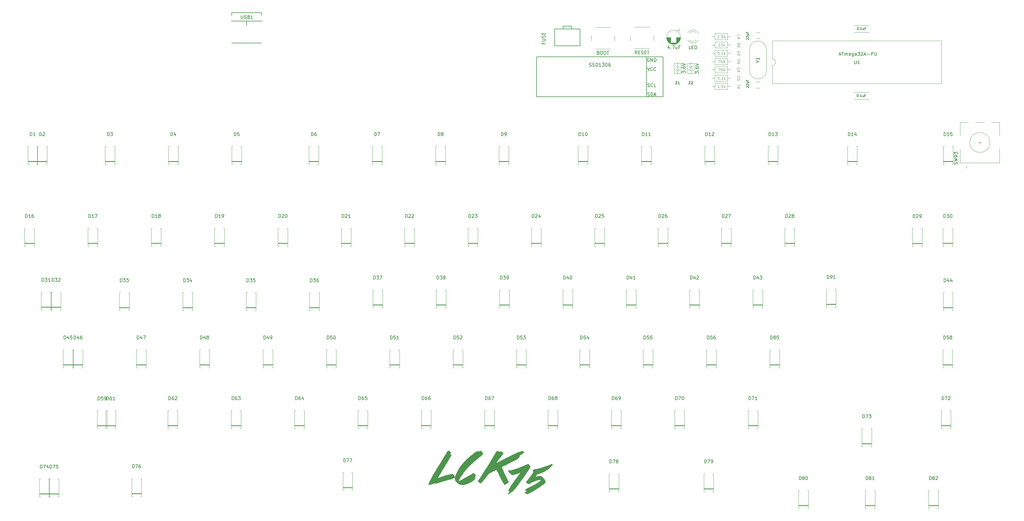
<source format=gbr>
%TF.GenerationSoftware,KiCad,Pcbnew,6.0.11-2627ca5db0~126~ubuntu22.04.1*%
%TF.CreationDate,2023-03-02T17:59:36+00:00*%
%TF.ProjectId,pcb-r1,7063622d-7231-42e6-9b69-6361645f7063,rev?*%
%TF.SameCoordinates,Original*%
%TF.FileFunction,Legend,Top*%
%TF.FilePolarity,Positive*%
%FSLAX46Y46*%
G04 Gerber Fmt 4.6, Leading zero omitted, Abs format (unit mm)*
G04 Created by KiCad (PCBNEW 6.0.11-2627ca5db0~126~ubuntu22.04.1) date 2023-03-02 17:59:36*
%MOMM*%
%LPD*%
G01*
G04 APERTURE LIST*
%ADD10C,0.150000*%
%ADD11C,0.100000*%
%ADD12C,0.120000*%
%ADD13C,0.200000*%
%ADD14C,0.203200*%
%ADD15C,0.010000*%
G04 APERTURE END LIST*
D10*
%TO.C,D73*%
X258278214Y-118804080D02*
X258278214Y-117804080D01*
X258516309Y-117804080D01*
X258659166Y-117851700D01*
X258754404Y-117946938D01*
X258802023Y-118042176D01*
X258849642Y-118232652D01*
X258849642Y-118375509D01*
X258802023Y-118565985D01*
X258754404Y-118661223D01*
X258659166Y-118756461D01*
X258516309Y-118804080D01*
X258278214Y-118804080D01*
X259182976Y-117804080D02*
X259849642Y-117804080D01*
X259421071Y-118804080D01*
X260135357Y-117804080D02*
X260754404Y-117804080D01*
X260421071Y-118185033D01*
X260563928Y-118185033D01*
X260659166Y-118232652D01*
X260706785Y-118280271D01*
X260754404Y-118375509D01*
X260754404Y-118613604D01*
X260706785Y-118708842D01*
X260659166Y-118756461D01*
X260563928Y-118804080D01*
X260278214Y-118804080D01*
X260182976Y-118756461D01*
X260135357Y-118708842D01*
%TO.C,D72*%
X282091814Y-113343080D02*
X282091814Y-112343080D01*
X282329909Y-112343080D01*
X282472766Y-112390700D01*
X282568004Y-112485938D01*
X282615623Y-112581176D01*
X282663242Y-112771652D01*
X282663242Y-112914509D01*
X282615623Y-113104985D01*
X282568004Y-113200223D01*
X282472766Y-113295461D01*
X282329909Y-113343080D01*
X282091814Y-113343080D01*
X282996576Y-112343080D02*
X283663242Y-112343080D01*
X283234671Y-113343080D01*
X283996576Y-112438319D02*
X284044195Y-112390700D01*
X284139433Y-112343080D01*
X284377528Y-112343080D01*
X284472766Y-112390700D01*
X284520385Y-112438319D01*
X284568004Y-112533557D01*
X284568004Y-112628795D01*
X284520385Y-112771652D01*
X283948957Y-113343080D01*
X284568004Y-113343080D01*
%TO.C,D66*%
X125791814Y-113343080D02*
X125791814Y-112343080D01*
X126029909Y-112343080D01*
X126172766Y-112390700D01*
X126268004Y-112485938D01*
X126315623Y-112581176D01*
X126363242Y-112771652D01*
X126363242Y-112914509D01*
X126315623Y-113104985D01*
X126268004Y-113200223D01*
X126172766Y-113295461D01*
X126029909Y-113343080D01*
X125791814Y-113343080D01*
X127220385Y-112343080D02*
X127029909Y-112343080D01*
X126934671Y-112390700D01*
X126887052Y-112438319D01*
X126791814Y-112581176D01*
X126744195Y-112771652D01*
X126744195Y-113152604D01*
X126791814Y-113247842D01*
X126839433Y-113295461D01*
X126934671Y-113343080D01*
X127125147Y-113343080D01*
X127220385Y-113295461D01*
X127268004Y-113247842D01*
X127315623Y-113152604D01*
X127315623Y-112914509D01*
X127268004Y-112819271D01*
X127220385Y-112771652D01*
X127125147Y-112724033D01*
X126934671Y-112724033D01*
X126839433Y-112771652D01*
X126791814Y-112819271D01*
X126744195Y-112914509D01*
X128172766Y-112343080D02*
X127982290Y-112343080D01*
X127887052Y-112390700D01*
X127839433Y-112438319D01*
X127744195Y-112581176D01*
X127696576Y-112771652D01*
X127696576Y-113152604D01*
X127744195Y-113247842D01*
X127791814Y-113295461D01*
X127887052Y-113343080D01*
X128077528Y-113343080D01*
X128172766Y-113295461D01*
X128220385Y-113247842D01*
X128268004Y-113152604D01*
X128268004Y-112914509D01*
X128220385Y-112819271D01*
X128172766Y-112771652D01*
X128077528Y-112724033D01*
X127887052Y-112724033D01*
X127791814Y-112771652D01*
X127744195Y-112819271D01*
X127696576Y-112914509D01*
%TO.C,D61*%
X30941814Y-113393080D02*
X30941814Y-112393080D01*
X31179909Y-112393080D01*
X31322766Y-112440700D01*
X31418004Y-112535938D01*
X31465623Y-112631176D01*
X31513242Y-112821652D01*
X31513242Y-112964509D01*
X31465623Y-113154985D01*
X31418004Y-113250223D01*
X31322766Y-113345461D01*
X31179909Y-113393080D01*
X30941814Y-113393080D01*
X32370385Y-112393080D02*
X32179909Y-112393080D01*
X32084671Y-112440700D01*
X32037052Y-112488319D01*
X31941814Y-112631176D01*
X31894195Y-112821652D01*
X31894195Y-113202604D01*
X31941814Y-113297842D01*
X31989433Y-113345461D01*
X32084671Y-113393080D01*
X32275147Y-113393080D01*
X32370385Y-113345461D01*
X32418004Y-113297842D01*
X32465623Y-113202604D01*
X32465623Y-112964509D01*
X32418004Y-112869271D01*
X32370385Y-112821652D01*
X32275147Y-112774033D01*
X32084671Y-112774033D01*
X31989433Y-112821652D01*
X31941814Y-112869271D01*
X31894195Y-112964509D01*
X33418004Y-113393080D02*
X32846576Y-113393080D01*
X33132290Y-113393080D02*
X33132290Y-112393080D01*
X33037052Y-112535938D01*
X32941814Y-112631176D01*
X32846576Y-112678795D01*
%TO.C,D59*%
X28289614Y-113400880D02*
X28289614Y-112400880D01*
X28527709Y-112400880D01*
X28670566Y-112448500D01*
X28765804Y-112543738D01*
X28813423Y-112638976D01*
X28861042Y-112829452D01*
X28861042Y-112972309D01*
X28813423Y-113162785D01*
X28765804Y-113258023D01*
X28670566Y-113353261D01*
X28527709Y-113400880D01*
X28289614Y-113400880D01*
X29765804Y-112400880D02*
X29289614Y-112400880D01*
X29241995Y-112877071D01*
X29289614Y-112829452D01*
X29384852Y-112781833D01*
X29622947Y-112781833D01*
X29718185Y-112829452D01*
X29765804Y-112877071D01*
X29813423Y-112972309D01*
X29813423Y-113210404D01*
X29765804Y-113305642D01*
X29718185Y-113353261D01*
X29622947Y-113400880D01*
X29384852Y-113400880D01*
X29289614Y-113353261D01*
X29241995Y-113305642D01*
X30289614Y-113400880D02*
X30480090Y-113400880D01*
X30575328Y-113353261D01*
X30622947Y-113305642D01*
X30718185Y-113162785D01*
X30765804Y-112972309D01*
X30765804Y-112591357D01*
X30718185Y-112496119D01*
X30670566Y-112448500D01*
X30575328Y-112400880D01*
X30384852Y-112400880D01*
X30289614Y-112448500D01*
X30241995Y-112496119D01*
X30194376Y-112591357D01*
X30194376Y-112829452D01*
X30241995Y-112924690D01*
X30289614Y-112972309D01*
X30384852Y-113019928D01*
X30575328Y-113019928D01*
X30670566Y-112972309D01*
X30718185Y-112924690D01*
X30765804Y-112829452D01*
%TO.C,D55*%
X192463514Y-95064480D02*
X192463514Y-94064480D01*
X192701609Y-94064480D01*
X192844466Y-94112100D01*
X192939704Y-94207338D01*
X192987323Y-94302576D01*
X193034942Y-94493052D01*
X193034942Y-94635909D01*
X192987323Y-94826385D01*
X192939704Y-94921623D01*
X192844466Y-95016861D01*
X192701609Y-95064480D01*
X192463514Y-95064480D01*
X193939704Y-94064480D02*
X193463514Y-94064480D01*
X193415895Y-94540671D01*
X193463514Y-94493052D01*
X193558752Y-94445433D01*
X193796847Y-94445433D01*
X193892085Y-94493052D01*
X193939704Y-94540671D01*
X193987323Y-94635909D01*
X193987323Y-94874004D01*
X193939704Y-94969242D01*
X193892085Y-95016861D01*
X193796847Y-95064480D01*
X193558752Y-95064480D01*
X193463514Y-95016861D01*
X193415895Y-94969242D01*
X194892085Y-94064480D02*
X194415895Y-94064480D01*
X194368276Y-94540671D01*
X194415895Y-94493052D01*
X194511133Y-94445433D01*
X194749228Y-94445433D01*
X194844466Y-94493052D01*
X194892085Y-94540671D01*
X194939704Y-94635909D01*
X194939704Y-94874004D01*
X194892085Y-94969242D01*
X194844466Y-95016861D01*
X194749228Y-95064480D01*
X194511133Y-95064480D01*
X194415895Y-95016861D01*
X194368276Y-94969242D01*
%TO.C,D65*%
X106741814Y-113343080D02*
X106741814Y-112343080D01*
X106979909Y-112343080D01*
X107122766Y-112390700D01*
X107218004Y-112485938D01*
X107265623Y-112581176D01*
X107313242Y-112771652D01*
X107313242Y-112914509D01*
X107265623Y-113104985D01*
X107218004Y-113200223D01*
X107122766Y-113295461D01*
X106979909Y-113343080D01*
X106741814Y-113343080D01*
X108170385Y-112343080D02*
X107979909Y-112343080D01*
X107884671Y-112390700D01*
X107837052Y-112438319D01*
X107741814Y-112581176D01*
X107694195Y-112771652D01*
X107694195Y-113152604D01*
X107741814Y-113247842D01*
X107789433Y-113295461D01*
X107884671Y-113343080D01*
X108075147Y-113343080D01*
X108170385Y-113295461D01*
X108218004Y-113247842D01*
X108265623Y-113152604D01*
X108265623Y-112914509D01*
X108218004Y-112819271D01*
X108170385Y-112771652D01*
X108075147Y-112724033D01*
X107884671Y-112724033D01*
X107789433Y-112771652D01*
X107741814Y-112819271D01*
X107694195Y-112914509D01*
X109170385Y-112343080D02*
X108694195Y-112343080D01*
X108646576Y-112819271D01*
X108694195Y-112771652D01*
X108789433Y-112724033D01*
X109027528Y-112724033D01*
X109122766Y-112771652D01*
X109170385Y-112819271D01*
X109218004Y-112914509D01*
X109218004Y-113152604D01*
X109170385Y-113247842D01*
X109122766Y-113295461D01*
X109027528Y-113343080D01*
X108789433Y-113343080D01*
X108694195Y-113295461D01*
X108646576Y-113247842D01*
%TO.C,D74*%
X10964614Y-133947180D02*
X10964614Y-132947180D01*
X11202709Y-132947180D01*
X11345566Y-132994800D01*
X11440804Y-133090038D01*
X11488423Y-133185276D01*
X11536042Y-133375752D01*
X11536042Y-133518609D01*
X11488423Y-133709085D01*
X11440804Y-133804323D01*
X11345566Y-133899561D01*
X11202709Y-133947180D01*
X10964614Y-133947180D01*
X11869376Y-132947180D02*
X12536042Y-132947180D01*
X12107471Y-133947180D01*
X13345566Y-133280514D02*
X13345566Y-133947180D01*
X13107471Y-132899561D02*
X12869376Y-133613847D01*
X13488423Y-133613847D01*
%TO.C,D69*%
X182941814Y-113343080D02*
X182941814Y-112343080D01*
X183179909Y-112343080D01*
X183322766Y-112390700D01*
X183418004Y-112485938D01*
X183465623Y-112581176D01*
X183513242Y-112771652D01*
X183513242Y-112914509D01*
X183465623Y-113104985D01*
X183418004Y-113200223D01*
X183322766Y-113295461D01*
X183179909Y-113343080D01*
X182941814Y-113343080D01*
X184370385Y-112343080D02*
X184179909Y-112343080D01*
X184084671Y-112390700D01*
X184037052Y-112438319D01*
X183941814Y-112581176D01*
X183894195Y-112771652D01*
X183894195Y-113152604D01*
X183941814Y-113247842D01*
X183989433Y-113295461D01*
X184084671Y-113343080D01*
X184275147Y-113343080D01*
X184370385Y-113295461D01*
X184418004Y-113247842D01*
X184465623Y-113152604D01*
X184465623Y-112914509D01*
X184418004Y-112819271D01*
X184370385Y-112771652D01*
X184275147Y-112724033D01*
X184084671Y-112724033D01*
X183989433Y-112771652D01*
X183941814Y-112819271D01*
X183894195Y-112914509D01*
X184941814Y-113343080D02*
X185132290Y-113343080D01*
X185227528Y-113295461D01*
X185275147Y-113247842D01*
X185370385Y-113104985D01*
X185418004Y-112914509D01*
X185418004Y-112533557D01*
X185370385Y-112438319D01*
X185322766Y-112390700D01*
X185227528Y-112343080D01*
X185037052Y-112343080D01*
X184941814Y-112390700D01*
X184894195Y-112438319D01*
X184846576Y-112533557D01*
X184846576Y-112771652D01*
X184894195Y-112866890D01*
X184941814Y-112914509D01*
X185037052Y-112962128D01*
X185227528Y-112962128D01*
X185322766Y-112914509D01*
X185370385Y-112866890D01*
X185418004Y-112771652D01*
%TO.C,D58*%
X282613514Y-95064480D02*
X282613514Y-94064480D01*
X282851609Y-94064480D01*
X282994466Y-94112100D01*
X283089704Y-94207338D01*
X283137323Y-94302576D01*
X283184942Y-94493052D01*
X283184942Y-94635909D01*
X283137323Y-94826385D01*
X283089704Y-94921623D01*
X282994466Y-95016861D01*
X282851609Y-95064480D01*
X282613514Y-95064480D01*
X284089704Y-94064480D02*
X283613514Y-94064480D01*
X283565895Y-94540671D01*
X283613514Y-94493052D01*
X283708752Y-94445433D01*
X283946847Y-94445433D01*
X284042085Y-94493052D01*
X284089704Y-94540671D01*
X284137323Y-94635909D01*
X284137323Y-94874004D01*
X284089704Y-94969242D01*
X284042085Y-95016861D01*
X283946847Y-95064480D01*
X283708752Y-95064480D01*
X283613514Y-95016861D01*
X283565895Y-94969242D01*
X284708752Y-94493052D02*
X284613514Y-94445433D01*
X284565895Y-94397814D01*
X284518276Y-94302576D01*
X284518276Y-94254957D01*
X284565895Y-94159719D01*
X284613514Y-94112100D01*
X284708752Y-94064480D01*
X284899228Y-94064480D01*
X284994466Y-94112100D01*
X285042085Y-94159719D01*
X285089704Y-94254957D01*
X285089704Y-94302576D01*
X285042085Y-94397814D01*
X284994466Y-94445433D01*
X284899228Y-94493052D01*
X284708752Y-94493052D01*
X284613514Y-94540671D01*
X284565895Y-94588290D01*
X284518276Y-94683528D01*
X284518276Y-94874004D01*
X284565895Y-94969242D01*
X284613514Y-95016861D01*
X284708752Y-95064480D01*
X284899228Y-95064480D01*
X284994466Y-95016861D01*
X285042085Y-94969242D01*
X285089704Y-94874004D01*
X285089704Y-94683528D01*
X285042085Y-94588290D01*
X284994466Y-94540671D01*
X284899228Y-94493052D01*
%TO.C,D68*%
X163891814Y-113343080D02*
X163891814Y-112343080D01*
X164129909Y-112343080D01*
X164272766Y-112390700D01*
X164368004Y-112485938D01*
X164415623Y-112581176D01*
X164463242Y-112771652D01*
X164463242Y-112914509D01*
X164415623Y-113104985D01*
X164368004Y-113200223D01*
X164272766Y-113295461D01*
X164129909Y-113343080D01*
X163891814Y-113343080D01*
X165320385Y-112343080D02*
X165129909Y-112343080D01*
X165034671Y-112390700D01*
X164987052Y-112438319D01*
X164891814Y-112581176D01*
X164844195Y-112771652D01*
X164844195Y-113152604D01*
X164891814Y-113247842D01*
X164939433Y-113295461D01*
X165034671Y-113343080D01*
X165225147Y-113343080D01*
X165320385Y-113295461D01*
X165368004Y-113247842D01*
X165415623Y-113152604D01*
X165415623Y-112914509D01*
X165368004Y-112819271D01*
X165320385Y-112771652D01*
X165225147Y-112724033D01*
X165034671Y-112724033D01*
X164939433Y-112771652D01*
X164891814Y-112819271D01*
X164844195Y-112914509D01*
X165987052Y-112771652D02*
X165891814Y-112724033D01*
X165844195Y-112676414D01*
X165796576Y-112581176D01*
X165796576Y-112533557D01*
X165844195Y-112438319D01*
X165891814Y-112390700D01*
X165987052Y-112343080D01*
X166177528Y-112343080D01*
X166272766Y-112390700D01*
X166320385Y-112438319D01*
X166368004Y-112533557D01*
X166368004Y-112581176D01*
X166320385Y-112676414D01*
X166272766Y-112724033D01*
X166177528Y-112771652D01*
X165987052Y-112771652D01*
X165891814Y-112819271D01*
X165844195Y-112866890D01*
X165796576Y-112962128D01*
X165796576Y-113152604D01*
X165844195Y-113247842D01*
X165891814Y-113295461D01*
X165987052Y-113343080D01*
X166177528Y-113343080D01*
X166272766Y-113295461D01*
X166320385Y-113247842D01*
X166368004Y-113152604D01*
X166368004Y-112962128D01*
X166320385Y-112866890D01*
X166272766Y-112819271D01*
X166177528Y-112771652D01*
%TO.C,D56*%
X211513514Y-95064480D02*
X211513514Y-94064480D01*
X211751609Y-94064480D01*
X211894466Y-94112100D01*
X211989704Y-94207338D01*
X212037323Y-94302576D01*
X212084942Y-94493052D01*
X212084942Y-94635909D01*
X212037323Y-94826385D01*
X211989704Y-94921623D01*
X211894466Y-95016861D01*
X211751609Y-95064480D01*
X211513514Y-95064480D01*
X212989704Y-94064480D02*
X212513514Y-94064480D01*
X212465895Y-94540671D01*
X212513514Y-94493052D01*
X212608752Y-94445433D01*
X212846847Y-94445433D01*
X212942085Y-94493052D01*
X212989704Y-94540671D01*
X213037323Y-94635909D01*
X213037323Y-94874004D01*
X212989704Y-94969242D01*
X212942085Y-95016861D01*
X212846847Y-95064480D01*
X212608752Y-95064480D01*
X212513514Y-95016861D01*
X212465895Y-94969242D01*
X213894466Y-94064480D02*
X213703990Y-94064480D01*
X213608752Y-94112100D01*
X213561133Y-94159719D01*
X213465895Y-94302576D01*
X213418276Y-94493052D01*
X213418276Y-94874004D01*
X213465895Y-94969242D01*
X213513514Y-95016861D01*
X213608752Y-95064480D01*
X213799228Y-95064480D01*
X213894466Y-95016861D01*
X213942085Y-94969242D01*
X213989704Y-94874004D01*
X213989704Y-94635909D01*
X213942085Y-94540671D01*
X213894466Y-94493052D01*
X213799228Y-94445433D01*
X213608752Y-94445433D01*
X213513514Y-94493052D01*
X213465895Y-94540671D01*
X213418276Y-94635909D01*
%TO.C,D67*%
X144841814Y-113343080D02*
X144841814Y-112343080D01*
X145079909Y-112343080D01*
X145222766Y-112390700D01*
X145318004Y-112485938D01*
X145365623Y-112581176D01*
X145413242Y-112771652D01*
X145413242Y-112914509D01*
X145365623Y-113104985D01*
X145318004Y-113200223D01*
X145222766Y-113295461D01*
X145079909Y-113343080D01*
X144841814Y-113343080D01*
X146270385Y-112343080D02*
X146079909Y-112343080D01*
X145984671Y-112390700D01*
X145937052Y-112438319D01*
X145841814Y-112581176D01*
X145794195Y-112771652D01*
X145794195Y-113152604D01*
X145841814Y-113247842D01*
X145889433Y-113295461D01*
X145984671Y-113343080D01*
X146175147Y-113343080D01*
X146270385Y-113295461D01*
X146318004Y-113247842D01*
X146365623Y-113152604D01*
X146365623Y-112914509D01*
X146318004Y-112819271D01*
X146270385Y-112771652D01*
X146175147Y-112724033D01*
X145984671Y-112724033D01*
X145889433Y-112771652D01*
X145841814Y-112819271D01*
X145794195Y-112914509D01*
X146698957Y-112343080D02*
X147365623Y-112343080D01*
X146937052Y-113343080D01*
%TO.C,D70*%
X201991814Y-113343080D02*
X201991814Y-112343080D01*
X202229909Y-112343080D01*
X202372766Y-112390700D01*
X202468004Y-112485938D01*
X202515623Y-112581176D01*
X202563242Y-112771652D01*
X202563242Y-112914509D01*
X202515623Y-113104985D01*
X202468004Y-113200223D01*
X202372766Y-113295461D01*
X202229909Y-113343080D01*
X201991814Y-113343080D01*
X202896576Y-112343080D02*
X203563242Y-112343080D01*
X203134671Y-113343080D01*
X204134671Y-112343080D02*
X204229909Y-112343080D01*
X204325147Y-112390700D01*
X204372766Y-112438319D01*
X204420385Y-112533557D01*
X204468004Y-112724033D01*
X204468004Y-112962128D01*
X204420385Y-113152604D01*
X204372766Y-113247842D01*
X204325147Y-113295461D01*
X204229909Y-113343080D01*
X204134671Y-113343080D01*
X204039433Y-113295461D01*
X203991814Y-113247842D01*
X203944195Y-113152604D01*
X203896576Y-112962128D01*
X203896576Y-112724033D01*
X203944195Y-112533557D01*
X203991814Y-112438319D01*
X204039433Y-112390700D01*
X204134671Y-112343080D01*
%TO.C,D64*%
X87691814Y-113343080D02*
X87691814Y-112343080D01*
X87929909Y-112343080D01*
X88072766Y-112390700D01*
X88168004Y-112485938D01*
X88215623Y-112581176D01*
X88263242Y-112771652D01*
X88263242Y-112914509D01*
X88215623Y-113104985D01*
X88168004Y-113200223D01*
X88072766Y-113295461D01*
X87929909Y-113343080D01*
X87691814Y-113343080D01*
X89120385Y-112343080D02*
X88929909Y-112343080D01*
X88834671Y-112390700D01*
X88787052Y-112438319D01*
X88691814Y-112581176D01*
X88644195Y-112771652D01*
X88644195Y-113152604D01*
X88691814Y-113247842D01*
X88739433Y-113295461D01*
X88834671Y-113343080D01*
X89025147Y-113343080D01*
X89120385Y-113295461D01*
X89168004Y-113247842D01*
X89215623Y-113152604D01*
X89215623Y-112914509D01*
X89168004Y-112819271D01*
X89120385Y-112771652D01*
X89025147Y-112724033D01*
X88834671Y-112724033D01*
X88739433Y-112771652D01*
X88691814Y-112819271D01*
X88644195Y-112914509D01*
X90072766Y-112676414D02*
X90072766Y-113343080D01*
X89834671Y-112295461D02*
X89596576Y-113009747D01*
X90215623Y-113009747D01*
%TO.C,D63*%
X68641814Y-113343080D02*
X68641814Y-112343080D01*
X68879909Y-112343080D01*
X69022766Y-112390700D01*
X69118004Y-112485938D01*
X69165623Y-112581176D01*
X69213242Y-112771652D01*
X69213242Y-112914509D01*
X69165623Y-113104985D01*
X69118004Y-113200223D01*
X69022766Y-113295461D01*
X68879909Y-113343080D01*
X68641814Y-113343080D01*
X70070385Y-112343080D02*
X69879909Y-112343080D01*
X69784671Y-112390700D01*
X69737052Y-112438319D01*
X69641814Y-112581176D01*
X69594195Y-112771652D01*
X69594195Y-113152604D01*
X69641814Y-113247842D01*
X69689433Y-113295461D01*
X69784671Y-113343080D01*
X69975147Y-113343080D01*
X70070385Y-113295461D01*
X70118004Y-113247842D01*
X70165623Y-113152604D01*
X70165623Y-112914509D01*
X70118004Y-112819271D01*
X70070385Y-112771652D01*
X69975147Y-112724033D01*
X69784671Y-112724033D01*
X69689433Y-112771652D01*
X69641814Y-112819271D01*
X69594195Y-112914509D01*
X70498957Y-112343080D02*
X71118004Y-112343080D01*
X70784671Y-112724033D01*
X70927528Y-112724033D01*
X71022766Y-112771652D01*
X71070385Y-112819271D01*
X71118004Y-112914509D01*
X71118004Y-113152604D01*
X71070385Y-113247842D01*
X71022766Y-113295461D01*
X70927528Y-113343080D01*
X70641814Y-113343080D01*
X70546576Y-113295461D01*
X70498957Y-113247842D01*
%TO.C,D71*%
X224041814Y-113343080D02*
X224041814Y-112343080D01*
X224279909Y-112343080D01*
X224422766Y-112390700D01*
X224518004Y-112485938D01*
X224565623Y-112581176D01*
X224613242Y-112771652D01*
X224613242Y-112914509D01*
X224565623Y-113104985D01*
X224518004Y-113200223D01*
X224422766Y-113295461D01*
X224279909Y-113343080D01*
X224041814Y-113343080D01*
X224946576Y-112343080D02*
X225613242Y-112343080D01*
X225184671Y-113343080D01*
X226518004Y-113343080D02*
X225946576Y-113343080D01*
X226232290Y-113343080D02*
X226232290Y-112343080D01*
X226137052Y-112485938D01*
X226041814Y-112581176D01*
X225946576Y-112628795D01*
%TO.C,D62*%
X49591814Y-113343080D02*
X49591814Y-112343080D01*
X49829909Y-112343080D01*
X49972766Y-112390700D01*
X50068004Y-112485938D01*
X50115623Y-112581176D01*
X50163242Y-112771652D01*
X50163242Y-112914509D01*
X50115623Y-113104985D01*
X50068004Y-113200223D01*
X49972766Y-113295461D01*
X49829909Y-113343080D01*
X49591814Y-113343080D01*
X51020385Y-112343080D02*
X50829909Y-112343080D01*
X50734671Y-112390700D01*
X50687052Y-112438319D01*
X50591814Y-112581176D01*
X50544195Y-112771652D01*
X50544195Y-113152604D01*
X50591814Y-113247842D01*
X50639433Y-113295461D01*
X50734671Y-113343080D01*
X50925147Y-113343080D01*
X51020385Y-113295461D01*
X51068004Y-113247842D01*
X51115623Y-113152604D01*
X51115623Y-112914509D01*
X51068004Y-112819271D01*
X51020385Y-112771652D01*
X50925147Y-112724033D01*
X50734671Y-112724033D01*
X50639433Y-112771652D01*
X50591814Y-112819271D01*
X50544195Y-112914509D01*
X51496576Y-112438319D02*
X51544195Y-112390700D01*
X51639433Y-112343080D01*
X51877528Y-112343080D01*
X51972766Y-112390700D01*
X52020385Y-112438319D01*
X52068004Y-112533557D01*
X52068004Y-112628795D01*
X52020385Y-112771652D01*
X51448957Y-113343080D01*
X52068004Y-113343080D01*
%TO.C,SW87*%
X178753357Y-8813371D02*
X178896214Y-8860990D01*
X178943833Y-8908609D01*
X178991452Y-9003847D01*
X178991452Y-9146704D01*
X178943833Y-9241942D01*
X178896214Y-9289561D01*
X178800976Y-9337180D01*
X178420023Y-9337180D01*
X178420023Y-8337180D01*
X178753357Y-8337180D01*
X178848595Y-8384800D01*
X178896214Y-8432419D01*
X178943833Y-8527657D01*
X178943833Y-8622895D01*
X178896214Y-8718133D01*
X178848595Y-8765752D01*
X178753357Y-8813371D01*
X178420023Y-8813371D01*
X179610500Y-8337180D02*
X179800976Y-8337180D01*
X179896214Y-8384800D01*
X179991452Y-8480038D01*
X180039071Y-8670514D01*
X180039071Y-9003847D01*
X179991452Y-9194323D01*
X179896214Y-9289561D01*
X179800976Y-9337180D01*
X179610500Y-9337180D01*
X179515261Y-9289561D01*
X179420023Y-9194323D01*
X179372404Y-9003847D01*
X179372404Y-8670514D01*
X179420023Y-8480038D01*
X179515261Y-8384800D01*
X179610500Y-8337180D01*
X180658119Y-8337180D02*
X180848595Y-8337180D01*
X180943833Y-8384800D01*
X181039071Y-8480038D01*
X181086690Y-8670514D01*
X181086690Y-9003847D01*
X181039071Y-9194323D01*
X180943833Y-9289561D01*
X180848595Y-9337180D01*
X180658119Y-9337180D01*
X180562880Y-9289561D01*
X180467642Y-9194323D01*
X180420023Y-9003847D01*
X180420023Y-8670514D01*
X180467642Y-8480038D01*
X180562880Y-8384800D01*
X180658119Y-8337180D01*
X181372404Y-8337180D02*
X181943833Y-8337180D01*
X181658119Y-9337180D02*
X181658119Y-8337180D01*
%TO.C,SW93*%
X286689861Y-42361023D02*
X286737480Y-42218166D01*
X286737480Y-41980071D01*
X286689861Y-41884833D01*
X286642242Y-41837214D01*
X286547004Y-41789595D01*
X286451766Y-41789595D01*
X286356528Y-41837214D01*
X286308909Y-41884833D01*
X286261290Y-41980071D01*
X286213671Y-42170547D01*
X286166052Y-42265785D01*
X286118433Y-42313404D01*
X286023195Y-42361023D01*
X285927957Y-42361023D01*
X285832719Y-42313404D01*
X285785100Y-42265785D01*
X285737480Y-42170547D01*
X285737480Y-41932452D01*
X285785100Y-41789595D01*
X285737480Y-41456261D02*
X286737480Y-41218166D01*
X286023195Y-41027690D01*
X286737480Y-40837214D01*
X285737480Y-40599119D01*
X286737480Y-40170547D02*
X286737480Y-39980071D01*
X286689861Y-39884833D01*
X286642242Y-39837214D01*
X286499385Y-39741976D01*
X286308909Y-39694357D01*
X285927957Y-39694357D01*
X285832719Y-39741976D01*
X285785100Y-39789595D01*
X285737480Y-39884833D01*
X285737480Y-40075309D01*
X285785100Y-40170547D01*
X285832719Y-40218166D01*
X285927957Y-40265785D01*
X286166052Y-40265785D01*
X286261290Y-40218166D01*
X286308909Y-40170547D01*
X286356528Y-40075309D01*
X286356528Y-39884833D01*
X286308909Y-39789595D01*
X286261290Y-39741976D01*
X286166052Y-39694357D01*
X285737480Y-39361023D02*
X285737480Y-38741976D01*
X286118433Y-39075309D01*
X286118433Y-38932452D01*
X286166052Y-38837214D01*
X286213671Y-38789595D01*
X286308909Y-38741976D01*
X286547004Y-38741976D01*
X286642242Y-38789595D01*
X286689861Y-38837214D01*
X286737480Y-38932452D01*
X286737480Y-39218166D01*
X286689861Y-39313404D01*
X286642242Y-39361023D01*
%TO.C,SW91*%
X190406019Y-9235980D02*
X190072685Y-8759790D01*
X189834590Y-9235980D02*
X189834590Y-8235980D01*
X190215542Y-8235980D01*
X190310780Y-8283600D01*
X190358400Y-8331219D01*
X190406019Y-8426457D01*
X190406019Y-8569314D01*
X190358400Y-8664552D01*
X190310780Y-8712171D01*
X190215542Y-8759790D01*
X189834590Y-8759790D01*
X190834590Y-8712171D02*
X191167923Y-8712171D01*
X191310780Y-9235980D02*
X190834590Y-9235980D01*
X190834590Y-8235980D01*
X191310780Y-8235980D01*
X191691733Y-9188361D02*
X191834590Y-9235980D01*
X192072685Y-9235980D01*
X192167923Y-9188361D01*
X192215542Y-9140742D01*
X192263161Y-9045504D01*
X192263161Y-8950266D01*
X192215542Y-8855028D01*
X192167923Y-8807409D01*
X192072685Y-8759790D01*
X191882209Y-8712171D01*
X191786971Y-8664552D01*
X191739352Y-8616933D01*
X191691733Y-8521695D01*
X191691733Y-8426457D01*
X191739352Y-8331219D01*
X191786971Y-8283600D01*
X191882209Y-8235980D01*
X192120304Y-8235980D01*
X192263161Y-8283600D01*
X192691733Y-8712171D02*
X193025066Y-8712171D01*
X193167923Y-9235980D02*
X192691733Y-9235980D01*
X192691733Y-8235980D01*
X193167923Y-8235980D01*
X193453638Y-8235980D02*
X194025066Y-8235980D01*
X193739352Y-9235980D02*
X193739352Y-8235980D01*
%TO.C,C3*%
X200114138Y-6984214D02*
X200114138Y-7650880D01*
X199876042Y-6603261D02*
X199637947Y-7317547D01*
X200256995Y-7317547D01*
X200637947Y-7555642D02*
X200685566Y-7603261D01*
X200637947Y-7650880D01*
X200590328Y-7603261D01*
X200637947Y-7555642D01*
X200637947Y-7650880D01*
X201018900Y-6650880D02*
X201685566Y-6650880D01*
X201256995Y-7650880D01*
X202495090Y-6984214D02*
X202495090Y-7650880D01*
X202066519Y-6984214D02*
X202066519Y-7508023D01*
X202114138Y-7603261D01*
X202209376Y-7650880D01*
X202352233Y-7650880D01*
X202447471Y-7603261D01*
X202495090Y-7555642D01*
X203304614Y-7127071D02*
X202971280Y-7127071D01*
X202971280Y-7650880D02*
X202971280Y-6650880D01*
X203447471Y-6650880D01*
%TO.C,C2*%
X223312233Y-19298500D02*
X223278900Y-19265166D01*
X223245566Y-19198500D01*
X223245566Y-19031833D01*
X223278900Y-18965166D01*
X223312233Y-18931833D01*
X223378900Y-18898500D01*
X223445566Y-18898500D01*
X223545566Y-18931833D01*
X223945566Y-19331833D01*
X223945566Y-18898500D01*
X223312233Y-18631833D02*
X223278900Y-18598500D01*
X223245566Y-18531833D01*
X223245566Y-18365166D01*
X223278900Y-18298500D01*
X223312233Y-18265166D01*
X223378900Y-18231833D01*
X223445566Y-18231833D01*
X223545566Y-18265166D01*
X223945566Y-18665166D01*
X223945566Y-18231833D01*
X223478900Y-17931833D02*
X224178900Y-17931833D01*
X223512233Y-17931833D02*
X223478900Y-17865166D01*
X223478900Y-17731833D01*
X223512233Y-17665166D01*
X223545566Y-17631833D01*
X223612233Y-17598500D01*
X223812233Y-17598500D01*
X223878900Y-17631833D01*
X223912233Y-17665166D01*
X223945566Y-17731833D01*
X223945566Y-17865166D01*
X223912233Y-17931833D01*
X223578900Y-17065166D02*
X223578900Y-17298500D01*
X223945566Y-17298500D02*
X223245566Y-17298500D01*
X223245566Y-16965166D01*
%TO.C,F1*%
X162277471Y-5818023D02*
X162277471Y-6151357D01*
X162801280Y-6151357D02*
X161801280Y-6151357D01*
X161801280Y-5675166D01*
X161801280Y-5294214D02*
X162610804Y-5294214D01*
X162706042Y-5246595D01*
X162753661Y-5198976D01*
X162801280Y-5103738D01*
X162801280Y-4913261D01*
X162753661Y-4818023D01*
X162706042Y-4770404D01*
X162610804Y-4722785D01*
X161801280Y-4722785D01*
X162753661Y-4294214D02*
X162801280Y-4151357D01*
X162801280Y-3913261D01*
X162753661Y-3818023D01*
X162706042Y-3770404D01*
X162610804Y-3722785D01*
X162515566Y-3722785D01*
X162420328Y-3770404D01*
X162372709Y-3818023D01*
X162325090Y-3913261D01*
X162277471Y-4103738D01*
X162229852Y-4198976D01*
X162182233Y-4246595D01*
X162086995Y-4294214D01*
X161991757Y-4294214D01*
X161896519Y-4246595D01*
X161848900Y-4198976D01*
X161801280Y-4103738D01*
X161801280Y-3865642D01*
X161848900Y-3722785D01*
X162277471Y-3294214D02*
X162277471Y-2960880D01*
X162801280Y-2818023D02*
X162801280Y-3294214D01*
X161801280Y-3294214D01*
X161801280Y-2818023D01*
%TO.C,C5*%
X256718900Y-21405166D02*
X256785566Y-21405166D01*
X256852233Y-21438500D01*
X256885566Y-21471833D01*
X256918900Y-21538500D01*
X256952233Y-21671833D01*
X256952233Y-21838500D01*
X256918900Y-21971833D01*
X256885566Y-22038500D01*
X256852233Y-22071833D01*
X256785566Y-22105166D01*
X256718900Y-22105166D01*
X256652233Y-22071833D01*
X256618900Y-22038500D01*
X256585566Y-21971833D01*
X256552233Y-21838500D01*
X256552233Y-21671833D01*
X256585566Y-21538500D01*
X256618900Y-21471833D01*
X256652233Y-21438500D01*
X256718900Y-21405166D01*
X257252233Y-22038500D02*
X257285566Y-22071833D01*
X257252233Y-22105166D01*
X257218900Y-22071833D01*
X257252233Y-22038500D01*
X257252233Y-22105166D01*
X257952233Y-22105166D02*
X257552233Y-22105166D01*
X257752233Y-22105166D02*
X257752233Y-21405166D01*
X257685566Y-21505166D01*
X257618900Y-21571833D01*
X257552233Y-21605166D01*
X258552233Y-21638500D02*
X258552233Y-22105166D01*
X258252233Y-21638500D02*
X258252233Y-22005166D01*
X258285566Y-22071833D01*
X258352233Y-22105166D01*
X258452233Y-22105166D01*
X258518900Y-22071833D01*
X258552233Y-22038500D01*
X259118900Y-21738500D02*
X258885566Y-21738500D01*
X258885566Y-22105166D02*
X258885566Y-21405166D01*
X259218900Y-21405166D01*
%TO.C,C1*%
X223342233Y-4868500D02*
X223308900Y-4835166D01*
X223275566Y-4768500D01*
X223275566Y-4601833D01*
X223308900Y-4535166D01*
X223342233Y-4501833D01*
X223408900Y-4468500D01*
X223475566Y-4468500D01*
X223575566Y-4501833D01*
X223975566Y-4901833D01*
X223975566Y-4468500D01*
X223342233Y-4201833D02*
X223308900Y-4168500D01*
X223275566Y-4101833D01*
X223275566Y-3935166D01*
X223308900Y-3868500D01*
X223342233Y-3835166D01*
X223408900Y-3801833D01*
X223475566Y-3801833D01*
X223575566Y-3835166D01*
X223975566Y-4235166D01*
X223975566Y-3801833D01*
X223508900Y-3501833D02*
X224208900Y-3501833D01*
X223542233Y-3501833D02*
X223508900Y-3435166D01*
X223508900Y-3301833D01*
X223542233Y-3235166D01*
X223575566Y-3201833D01*
X223642233Y-3168500D01*
X223842233Y-3168500D01*
X223908900Y-3201833D01*
X223942233Y-3235166D01*
X223975566Y-3301833D01*
X223975566Y-3435166D01*
X223942233Y-3501833D01*
X223608900Y-2635166D02*
X223608900Y-2868500D01*
X223975566Y-2868500D02*
X223275566Y-2868500D01*
X223275566Y-2535166D01*
%TO.C,Z1*%
X201951280Y-17500404D02*
X202484614Y-17500404D01*
X201951280Y-18300404D01*
X202484614Y-18300404D01*
X203208423Y-18300404D02*
X202751280Y-18300404D01*
X202979852Y-18300404D02*
X202979852Y-17500404D01*
X202903661Y-17614690D01*
X202827471Y-17690880D01*
X202751280Y-17728976D01*
X203911280Y-14994690D02*
X203911280Y-14375642D01*
X204292233Y-14708976D01*
X204292233Y-14566119D01*
X204339852Y-14470880D01*
X204387471Y-14423261D01*
X204482709Y-14375642D01*
X204720804Y-14375642D01*
X204816042Y-14423261D01*
X204863661Y-14470880D01*
X204911280Y-14566119D01*
X204911280Y-14851833D01*
X204863661Y-14947071D01*
X204816042Y-14994690D01*
X204816042Y-13947071D02*
X204863661Y-13899452D01*
X204911280Y-13947071D01*
X204863661Y-13994690D01*
X204816042Y-13947071D01*
X204911280Y-13947071D01*
X203911280Y-13042309D02*
X203911280Y-13232785D01*
X203958900Y-13328023D01*
X204006519Y-13375642D01*
X204149376Y-13470880D01*
X204339852Y-13518500D01*
X204720804Y-13518500D01*
X204816042Y-13470880D01*
X204863661Y-13423261D01*
X204911280Y-13328023D01*
X204911280Y-13137547D01*
X204863661Y-13042309D01*
X204816042Y-12994690D01*
X204720804Y-12947071D01*
X204482709Y-12947071D01*
X204387471Y-12994690D01*
X204339852Y-13042309D01*
X204292233Y-13137547D01*
X204292233Y-13328023D01*
X204339852Y-13423261D01*
X204387471Y-13470880D01*
X204482709Y-13518500D01*
X203911280Y-12661357D02*
X204911280Y-12328023D01*
X203911280Y-11994690D01*
%TO.C,Z2*%
X205931280Y-17490404D02*
X206464614Y-17490404D01*
X205931280Y-18290404D01*
X206464614Y-18290404D01*
X206731280Y-17566595D02*
X206769376Y-17528500D01*
X206845566Y-17490404D01*
X207036042Y-17490404D01*
X207112233Y-17528500D01*
X207150328Y-17566595D01*
X207188423Y-17642785D01*
X207188423Y-17718976D01*
X207150328Y-17833261D01*
X206693185Y-18290404D01*
X207188423Y-18290404D01*
X207931280Y-15094690D02*
X207931280Y-14475642D01*
X208312233Y-14808976D01*
X208312233Y-14666119D01*
X208359852Y-14570880D01*
X208407471Y-14523261D01*
X208502709Y-14475642D01*
X208740804Y-14475642D01*
X208836042Y-14523261D01*
X208883661Y-14570880D01*
X208931280Y-14666119D01*
X208931280Y-14951833D01*
X208883661Y-15047071D01*
X208836042Y-15094690D01*
X208836042Y-14047071D02*
X208883661Y-13999452D01*
X208931280Y-14047071D01*
X208883661Y-14094690D01*
X208836042Y-14047071D01*
X208931280Y-14047071D01*
X207931280Y-13142309D02*
X207931280Y-13332785D01*
X207978900Y-13428023D01*
X208026519Y-13475642D01*
X208169376Y-13570880D01*
X208359852Y-13618500D01*
X208740804Y-13618500D01*
X208836042Y-13570880D01*
X208883661Y-13523261D01*
X208931280Y-13428023D01*
X208931280Y-13237547D01*
X208883661Y-13142309D01*
X208836042Y-13094690D01*
X208740804Y-13047071D01*
X208502709Y-13047071D01*
X208407471Y-13094690D01*
X208359852Y-13142309D01*
X208312233Y-13237547D01*
X208312233Y-13428023D01*
X208359852Y-13523261D01*
X208407471Y-13570880D01*
X208502709Y-13618500D01*
X207931280Y-12761357D02*
X208931280Y-12428023D01*
X207931280Y-12094690D01*
%TO.C,C4*%
X256778900Y-1185166D02*
X256845566Y-1185166D01*
X256912233Y-1218500D01*
X256945566Y-1251833D01*
X256978900Y-1318500D01*
X257012233Y-1451833D01*
X257012233Y-1618500D01*
X256978900Y-1751833D01*
X256945566Y-1818500D01*
X256912233Y-1851833D01*
X256845566Y-1885166D01*
X256778900Y-1885166D01*
X256712233Y-1851833D01*
X256678900Y-1818500D01*
X256645566Y-1751833D01*
X256612233Y-1618500D01*
X256612233Y-1451833D01*
X256645566Y-1318500D01*
X256678900Y-1251833D01*
X256712233Y-1218500D01*
X256778900Y-1185166D01*
X257312233Y-1818500D02*
X257345566Y-1851833D01*
X257312233Y-1885166D01*
X257278900Y-1851833D01*
X257312233Y-1818500D01*
X257312233Y-1885166D01*
X258012233Y-1885166D02*
X257612233Y-1885166D01*
X257812233Y-1885166D02*
X257812233Y-1185166D01*
X257745566Y-1285166D01*
X257678900Y-1351833D01*
X257612233Y-1385166D01*
X258612233Y-1418500D02*
X258612233Y-1885166D01*
X258312233Y-1418500D02*
X258312233Y-1785166D01*
X258345566Y-1851833D01*
X258412233Y-1885166D01*
X258512233Y-1885166D01*
X258578900Y-1851833D01*
X258612233Y-1818500D01*
X259178900Y-1518500D02*
X258945566Y-1518500D01*
X258945566Y-1885166D02*
X258945566Y-1185166D01*
X259278900Y-1185166D01*
D11*
%TO.C,R1*%
X221364233Y-19094722D02*
X220983281Y-19361389D01*
X221364233Y-19551865D02*
X220564233Y-19551865D01*
X220564233Y-19247103D01*
X220602329Y-19170912D01*
X220640424Y-19132817D01*
X220716614Y-19094722D01*
X220830900Y-19094722D01*
X220907090Y-19132817D01*
X220945186Y-19170912D01*
X220983281Y-19247103D01*
X220983281Y-19551865D01*
X221364233Y-18332817D02*
X221364233Y-18789960D01*
X221364233Y-18561389D02*
X220564233Y-18561389D01*
X220678519Y-18637579D01*
X220754709Y-18713769D01*
X220792805Y-18789960D01*
X215138855Y-19373068D02*
X214681712Y-19373068D01*
X214910283Y-19373068D02*
X214910283Y-18573068D01*
X214834093Y-18687354D01*
X214757902Y-18763544D01*
X214681712Y-18801640D01*
X215481712Y-19296878D02*
X215519807Y-19334973D01*
X215481712Y-19373068D01*
X215443617Y-19334973D01*
X215481712Y-19296878D01*
X215481712Y-19373068D01*
X216243617Y-18573068D02*
X215862664Y-18573068D01*
X215824569Y-18954021D01*
X215862664Y-18915925D01*
X215938855Y-18877830D01*
X216129331Y-18877830D01*
X216205522Y-18915925D01*
X216243617Y-18954021D01*
X216281712Y-19030211D01*
X216281712Y-19220687D01*
X216243617Y-19296878D01*
X216205522Y-19334973D01*
X216129331Y-19373068D01*
X215938855Y-19373068D01*
X215862664Y-19334973D01*
X215824569Y-19296878D01*
X216624569Y-19373068D02*
X216624569Y-18573068D01*
X216700760Y-19068306D02*
X216929331Y-19373068D01*
X216929331Y-18839735D02*
X216624569Y-19144497D01*
D10*
%TO.C,LED*%
X206566042Y-7710880D02*
X206089852Y-7710880D01*
X206089852Y-6710880D01*
X206899376Y-7187071D02*
X207232709Y-7187071D01*
X207375566Y-7710880D02*
X206899376Y-7710880D01*
X206899376Y-6710880D01*
X207375566Y-6710880D01*
X207804138Y-7710880D02*
X207804138Y-6710880D01*
X208042233Y-6710880D01*
X208185090Y-6758500D01*
X208280328Y-6853738D01*
X208327947Y-6948976D01*
X208375566Y-7139452D01*
X208375566Y-7282309D01*
X208327947Y-7472785D01*
X208280328Y-7568023D01*
X208185090Y-7663261D01*
X208042233Y-7710880D01*
X207804138Y-7710880D01*
%TO.C,D91*%
X247553314Y-76839980D02*
X247553314Y-75839980D01*
X247791409Y-75839980D01*
X247934266Y-75887600D01*
X248029504Y-75982838D01*
X248077123Y-76078076D01*
X248124742Y-76268552D01*
X248124742Y-76411409D01*
X248077123Y-76601885D01*
X248029504Y-76697123D01*
X247934266Y-76792361D01*
X247791409Y-76839980D01*
X247553314Y-76839980D01*
X248600933Y-76839980D02*
X248791409Y-76839980D01*
X248886647Y-76792361D01*
X248934266Y-76744742D01*
X249029504Y-76601885D01*
X249077123Y-76411409D01*
X249077123Y-76030457D01*
X249029504Y-75935219D01*
X248981885Y-75887600D01*
X248886647Y-75839980D01*
X248696171Y-75839980D01*
X248600933Y-75887600D01*
X248553314Y-75935219D01*
X248505695Y-76030457D01*
X248505695Y-76268552D01*
X248553314Y-76363790D01*
X248600933Y-76411409D01*
X248696171Y-76459028D01*
X248886647Y-76459028D01*
X248981885Y-76411409D01*
X249029504Y-76363790D01*
X249077123Y-76268552D01*
X250029504Y-76839980D02*
X249458076Y-76839980D01*
X249743790Y-76839980D02*
X249743790Y-75839980D01*
X249648552Y-75982838D01*
X249553314Y-76078076D01*
X249458076Y-76125695D01*
%TO.C,D51*%
X116263514Y-95064480D02*
X116263514Y-94064480D01*
X116501609Y-94064480D01*
X116644466Y-94112100D01*
X116739704Y-94207338D01*
X116787323Y-94302576D01*
X116834942Y-94493052D01*
X116834942Y-94635909D01*
X116787323Y-94826385D01*
X116739704Y-94921623D01*
X116644466Y-95016861D01*
X116501609Y-95064480D01*
X116263514Y-95064480D01*
X117739704Y-94064480D02*
X117263514Y-94064480D01*
X117215895Y-94540671D01*
X117263514Y-94493052D01*
X117358752Y-94445433D01*
X117596847Y-94445433D01*
X117692085Y-94493052D01*
X117739704Y-94540671D01*
X117787323Y-94635909D01*
X117787323Y-94874004D01*
X117739704Y-94969242D01*
X117692085Y-95016861D01*
X117596847Y-95064480D01*
X117358752Y-95064480D01*
X117263514Y-95016861D01*
X117215895Y-94969242D01*
X118739704Y-95064480D02*
X118168276Y-95064480D01*
X118453990Y-95064480D02*
X118453990Y-94064480D01*
X118358752Y-94207338D01*
X118263514Y-94302576D01*
X118168276Y-94350195D01*
%TO.C,D50*%
X97213514Y-95064480D02*
X97213514Y-94064480D01*
X97451609Y-94064480D01*
X97594466Y-94112100D01*
X97689704Y-94207338D01*
X97737323Y-94302576D01*
X97784942Y-94493052D01*
X97784942Y-94635909D01*
X97737323Y-94826385D01*
X97689704Y-94921623D01*
X97594466Y-95016861D01*
X97451609Y-95064480D01*
X97213514Y-95064480D01*
X98689704Y-94064480D02*
X98213514Y-94064480D01*
X98165895Y-94540671D01*
X98213514Y-94493052D01*
X98308752Y-94445433D01*
X98546847Y-94445433D01*
X98642085Y-94493052D01*
X98689704Y-94540671D01*
X98737323Y-94635909D01*
X98737323Y-94874004D01*
X98689704Y-94969242D01*
X98642085Y-95016861D01*
X98546847Y-95064480D01*
X98308752Y-95064480D01*
X98213514Y-95016861D01*
X98165895Y-94969242D01*
X99356371Y-94064480D02*
X99451609Y-94064480D01*
X99546847Y-94112100D01*
X99594466Y-94159719D01*
X99642085Y-94254957D01*
X99689704Y-94445433D01*
X99689704Y-94683528D01*
X99642085Y-94874004D01*
X99594466Y-94969242D01*
X99546847Y-95016861D01*
X99451609Y-95064480D01*
X99356371Y-95064480D01*
X99261133Y-95016861D01*
X99213514Y-94969242D01*
X99165895Y-94874004D01*
X99118276Y-94683528D01*
X99118276Y-94445433D01*
X99165895Y-94254957D01*
X99213514Y-94159719D01*
X99261133Y-94112100D01*
X99356371Y-94064480D01*
%TO.C,D82*%
X278324914Y-137422280D02*
X278324914Y-136422280D01*
X278563009Y-136422280D01*
X278705866Y-136469900D01*
X278801104Y-136565138D01*
X278848723Y-136660376D01*
X278896342Y-136850852D01*
X278896342Y-136993709D01*
X278848723Y-137184185D01*
X278801104Y-137279423D01*
X278705866Y-137374661D01*
X278563009Y-137422280D01*
X278324914Y-137422280D01*
X279467771Y-136850852D02*
X279372533Y-136803233D01*
X279324914Y-136755614D01*
X279277295Y-136660376D01*
X279277295Y-136612757D01*
X279324914Y-136517519D01*
X279372533Y-136469900D01*
X279467771Y-136422280D01*
X279658247Y-136422280D01*
X279753485Y-136469900D01*
X279801104Y-136517519D01*
X279848723Y-136612757D01*
X279848723Y-136660376D01*
X279801104Y-136755614D01*
X279753485Y-136803233D01*
X279658247Y-136850852D01*
X279467771Y-136850852D01*
X279372533Y-136898471D01*
X279324914Y-136946090D01*
X279277295Y-137041328D01*
X279277295Y-137231804D01*
X279324914Y-137327042D01*
X279372533Y-137374661D01*
X279467771Y-137422280D01*
X279658247Y-137422280D01*
X279753485Y-137374661D01*
X279801104Y-137327042D01*
X279848723Y-137231804D01*
X279848723Y-137041328D01*
X279801104Y-136946090D01*
X279753485Y-136898471D01*
X279658247Y-136850852D01*
X280229676Y-136517519D02*
X280277295Y-136469900D01*
X280372533Y-136422280D01*
X280610628Y-136422280D01*
X280705866Y-136469900D01*
X280753485Y-136517519D01*
X280801104Y-136612757D01*
X280801104Y-136707995D01*
X280753485Y-136850852D01*
X280182057Y-137422280D01*
X280801104Y-137422280D01*
%TO.C,D81*%
X259274914Y-137422280D02*
X259274914Y-136422280D01*
X259513009Y-136422280D01*
X259655866Y-136469900D01*
X259751104Y-136565138D01*
X259798723Y-136660376D01*
X259846342Y-136850852D01*
X259846342Y-136993709D01*
X259798723Y-137184185D01*
X259751104Y-137279423D01*
X259655866Y-137374661D01*
X259513009Y-137422280D01*
X259274914Y-137422280D01*
X260417771Y-136850852D02*
X260322533Y-136803233D01*
X260274914Y-136755614D01*
X260227295Y-136660376D01*
X260227295Y-136612757D01*
X260274914Y-136517519D01*
X260322533Y-136469900D01*
X260417771Y-136422280D01*
X260608247Y-136422280D01*
X260703485Y-136469900D01*
X260751104Y-136517519D01*
X260798723Y-136612757D01*
X260798723Y-136660376D01*
X260751104Y-136755614D01*
X260703485Y-136803233D01*
X260608247Y-136850852D01*
X260417771Y-136850852D01*
X260322533Y-136898471D01*
X260274914Y-136946090D01*
X260227295Y-137041328D01*
X260227295Y-137231804D01*
X260274914Y-137327042D01*
X260322533Y-137374661D01*
X260417771Y-137422280D01*
X260608247Y-137422280D01*
X260703485Y-137374661D01*
X260751104Y-137327042D01*
X260798723Y-137231804D01*
X260798723Y-137041328D01*
X260751104Y-136946090D01*
X260703485Y-136898471D01*
X260608247Y-136850852D01*
X261751104Y-137422280D02*
X261179676Y-137422280D01*
X261465390Y-137422280D02*
X261465390Y-136422280D01*
X261370152Y-136565138D01*
X261274914Y-136660376D01*
X261179676Y-136707995D01*
%TO.C,D79*%
X210716714Y-132393080D02*
X210716714Y-131393080D01*
X210954809Y-131393080D01*
X211097666Y-131440700D01*
X211192904Y-131535938D01*
X211240523Y-131631176D01*
X211288142Y-131821652D01*
X211288142Y-131964509D01*
X211240523Y-132154985D01*
X211192904Y-132250223D01*
X211097666Y-132345461D01*
X210954809Y-132393080D01*
X210716714Y-132393080D01*
X211621476Y-131393080D02*
X212288142Y-131393080D01*
X211859571Y-132393080D01*
X212716714Y-132393080D02*
X212907190Y-132393080D01*
X213002428Y-132345461D01*
X213050047Y-132297842D01*
X213145285Y-132154985D01*
X213192904Y-131964509D01*
X213192904Y-131583557D01*
X213145285Y-131488319D01*
X213097666Y-131440700D01*
X213002428Y-131393080D01*
X212811952Y-131393080D01*
X212716714Y-131440700D01*
X212669095Y-131488319D01*
X212621476Y-131583557D01*
X212621476Y-131821652D01*
X212669095Y-131916890D01*
X212716714Y-131964509D01*
X212811952Y-132012128D01*
X213002428Y-132012128D01*
X213097666Y-131964509D01*
X213145285Y-131916890D01*
X213192904Y-131821652D01*
%TO.C,D78*%
X182230614Y-132393080D02*
X182230614Y-131393080D01*
X182468709Y-131393080D01*
X182611566Y-131440700D01*
X182706804Y-131535938D01*
X182754423Y-131631176D01*
X182802042Y-131821652D01*
X182802042Y-131964509D01*
X182754423Y-132154985D01*
X182706804Y-132250223D01*
X182611566Y-132345461D01*
X182468709Y-132393080D01*
X182230614Y-132393080D01*
X183135376Y-131393080D02*
X183802042Y-131393080D01*
X183373471Y-132393080D01*
X184325852Y-131821652D02*
X184230614Y-131774033D01*
X184182995Y-131726414D01*
X184135376Y-131631176D01*
X184135376Y-131583557D01*
X184182995Y-131488319D01*
X184230614Y-131440700D01*
X184325852Y-131393080D01*
X184516328Y-131393080D01*
X184611566Y-131440700D01*
X184659185Y-131488319D01*
X184706804Y-131583557D01*
X184706804Y-131631176D01*
X184659185Y-131726414D01*
X184611566Y-131774033D01*
X184516328Y-131821652D01*
X184325852Y-131821652D01*
X184230614Y-131869271D01*
X184182995Y-131916890D01*
X184135376Y-132012128D01*
X184135376Y-132202604D01*
X184182995Y-132297842D01*
X184230614Y-132345461D01*
X184325852Y-132393080D01*
X184516328Y-132393080D01*
X184611566Y-132345461D01*
X184659185Y-132297842D01*
X184706804Y-132202604D01*
X184706804Y-132012128D01*
X184659185Y-131916890D01*
X184611566Y-131869271D01*
X184516328Y-131821652D01*
%TO.C,D77*%
X102182514Y-132018180D02*
X102182514Y-131018180D01*
X102420609Y-131018180D01*
X102563466Y-131065800D01*
X102658704Y-131161038D01*
X102706323Y-131256276D01*
X102753942Y-131446752D01*
X102753942Y-131589609D01*
X102706323Y-131780085D01*
X102658704Y-131875323D01*
X102563466Y-131970561D01*
X102420609Y-132018180D01*
X102182514Y-132018180D01*
X103087276Y-131018180D02*
X103753942Y-131018180D01*
X103325371Y-132018180D01*
X104039657Y-131018180D02*
X104706323Y-131018180D01*
X104277752Y-132018180D01*
%TO.C,D85*%
X230563514Y-95064480D02*
X230563514Y-94064480D01*
X230801609Y-94064480D01*
X230944466Y-94112100D01*
X231039704Y-94207338D01*
X231087323Y-94302576D01*
X231134942Y-94493052D01*
X231134942Y-94635909D01*
X231087323Y-94826385D01*
X231039704Y-94921623D01*
X230944466Y-95016861D01*
X230801609Y-95064480D01*
X230563514Y-95064480D01*
X231706371Y-94493052D02*
X231611133Y-94445433D01*
X231563514Y-94397814D01*
X231515895Y-94302576D01*
X231515895Y-94254957D01*
X231563514Y-94159719D01*
X231611133Y-94112100D01*
X231706371Y-94064480D01*
X231896847Y-94064480D01*
X231992085Y-94112100D01*
X232039704Y-94159719D01*
X232087323Y-94254957D01*
X232087323Y-94302576D01*
X232039704Y-94397814D01*
X231992085Y-94445433D01*
X231896847Y-94493052D01*
X231706371Y-94493052D01*
X231611133Y-94540671D01*
X231563514Y-94588290D01*
X231515895Y-94683528D01*
X231515895Y-94874004D01*
X231563514Y-94969242D01*
X231611133Y-95016861D01*
X231706371Y-95064480D01*
X231896847Y-95064480D01*
X231992085Y-95016861D01*
X232039704Y-94969242D01*
X232087323Y-94874004D01*
X232087323Y-94683528D01*
X232039704Y-94588290D01*
X231992085Y-94540671D01*
X231896847Y-94493052D01*
X232992085Y-94064480D02*
X232515895Y-94064480D01*
X232468276Y-94540671D01*
X232515895Y-94493052D01*
X232611133Y-94445433D01*
X232849228Y-94445433D01*
X232944466Y-94493052D01*
X232992085Y-94540671D01*
X233039704Y-94635909D01*
X233039704Y-94874004D01*
X232992085Y-94969242D01*
X232944466Y-95016861D01*
X232849228Y-95064480D01*
X232611133Y-95064480D01*
X232515895Y-95016861D01*
X232468276Y-94969242D01*
%TO.C,D80*%
X239224914Y-137422280D02*
X239224914Y-136422280D01*
X239463009Y-136422280D01*
X239605866Y-136469900D01*
X239701104Y-136565138D01*
X239748723Y-136660376D01*
X239796342Y-136850852D01*
X239796342Y-136993709D01*
X239748723Y-137184185D01*
X239701104Y-137279423D01*
X239605866Y-137374661D01*
X239463009Y-137422280D01*
X239224914Y-137422280D01*
X240367771Y-136850852D02*
X240272533Y-136803233D01*
X240224914Y-136755614D01*
X240177295Y-136660376D01*
X240177295Y-136612757D01*
X240224914Y-136517519D01*
X240272533Y-136469900D01*
X240367771Y-136422280D01*
X240558247Y-136422280D01*
X240653485Y-136469900D01*
X240701104Y-136517519D01*
X240748723Y-136612757D01*
X240748723Y-136660376D01*
X240701104Y-136755614D01*
X240653485Y-136803233D01*
X240558247Y-136850852D01*
X240367771Y-136850852D01*
X240272533Y-136898471D01*
X240224914Y-136946090D01*
X240177295Y-137041328D01*
X240177295Y-137231804D01*
X240224914Y-137327042D01*
X240272533Y-137374661D01*
X240367771Y-137422280D01*
X240558247Y-137422280D01*
X240653485Y-137374661D01*
X240701104Y-137327042D01*
X240748723Y-137231804D01*
X240748723Y-137041328D01*
X240701104Y-136946090D01*
X240653485Y-136898471D01*
X240558247Y-136850852D01*
X241367771Y-136422280D02*
X241463009Y-136422280D01*
X241558247Y-136469900D01*
X241605866Y-136517519D01*
X241653485Y-136612757D01*
X241701104Y-136803233D01*
X241701104Y-137041328D01*
X241653485Y-137231804D01*
X241605866Y-137327042D01*
X241558247Y-137374661D01*
X241463009Y-137422280D01*
X241367771Y-137422280D01*
X241272533Y-137374661D01*
X241224914Y-137327042D01*
X241177295Y-137231804D01*
X241129676Y-137041328D01*
X241129676Y-136803233D01*
X241177295Y-136612757D01*
X241224914Y-136517519D01*
X241272533Y-136469900D01*
X241367771Y-136422280D01*
%TO.C,D76*%
X38689614Y-133845880D02*
X38689614Y-132845880D01*
X38927709Y-132845880D01*
X39070566Y-132893500D01*
X39165804Y-132988738D01*
X39213423Y-133083976D01*
X39261042Y-133274452D01*
X39261042Y-133417309D01*
X39213423Y-133607785D01*
X39165804Y-133703023D01*
X39070566Y-133798261D01*
X38927709Y-133845880D01*
X38689614Y-133845880D01*
X39594376Y-132845880D02*
X40261042Y-132845880D01*
X39832471Y-133845880D01*
X41070566Y-132845880D02*
X40880090Y-132845880D01*
X40784852Y-132893500D01*
X40737233Y-132941119D01*
X40641995Y-133083976D01*
X40594376Y-133274452D01*
X40594376Y-133655404D01*
X40641995Y-133750642D01*
X40689614Y-133798261D01*
X40784852Y-133845880D01*
X40975328Y-133845880D01*
X41070566Y-133798261D01*
X41118185Y-133750642D01*
X41165804Y-133655404D01*
X41165804Y-133417309D01*
X41118185Y-133322071D01*
X41070566Y-133274452D01*
X40975328Y-133226833D01*
X40784852Y-133226833D01*
X40689614Y-133274452D01*
X40641995Y-133322071D01*
X40594376Y-133417309D01*
%TO.C,D75*%
X13834614Y-133947180D02*
X13834614Y-132947180D01*
X14072709Y-132947180D01*
X14215566Y-132994800D01*
X14310804Y-133090038D01*
X14358423Y-133185276D01*
X14406042Y-133375752D01*
X14406042Y-133518609D01*
X14358423Y-133709085D01*
X14310804Y-133804323D01*
X14215566Y-133899561D01*
X14072709Y-133947180D01*
X13834614Y-133947180D01*
X14739376Y-132947180D02*
X15406042Y-132947180D01*
X14977471Y-133947180D01*
X16263185Y-132947180D02*
X15786995Y-132947180D01*
X15739376Y-133423371D01*
X15786995Y-133375752D01*
X15882233Y-133328133D01*
X16120328Y-133328133D01*
X16215566Y-133375752D01*
X16263185Y-133423371D01*
X16310804Y-133518609D01*
X16310804Y-133756704D01*
X16263185Y-133851942D01*
X16215566Y-133899561D01*
X16120328Y-133947180D01*
X15882233Y-133947180D01*
X15786995Y-133899561D01*
X15739376Y-133851942D01*
%TO.C,D53*%
X154363514Y-95064480D02*
X154363514Y-94064480D01*
X154601609Y-94064480D01*
X154744466Y-94112100D01*
X154839704Y-94207338D01*
X154887323Y-94302576D01*
X154934942Y-94493052D01*
X154934942Y-94635909D01*
X154887323Y-94826385D01*
X154839704Y-94921623D01*
X154744466Y-95016861D01*
X154601609Y-95064480D01*
X154363514Y-95064480D01*
X155839704Y-94064480D02*
X155363514Y-94064480D01*
X155315895Y-94540671D01*
X155363514Y-94493052D01*
X155458752Y-94445433D01*
X155696847Y-94445433D01*
X155792085Y-94493052D01*
X155839704Y-94540671D01*
X155887323Y-94635909D01*
X155887323Y-94874004D01*
X155839704Y-94969242D01*
X155792085Y-95016861D01*
X155696847Y-95064480D01*
X155458752Y-95064480D01*
X155363514Y-95016861D01*
X155315895Y-94969242D01*
X156220657Y-94064480D02*
X156839704Y-94064480D01*
X156506371Y-94445433D01*
X156649228Y-94445433D01*
X156744466Y-94493052D01*
X156792085Y-94540671D01*
X156839704Y-94635909D01*
X156839704Y-94874004D01*
X156792085Y-94969242D01*
X156744466Y-95016861D01*
X156649228Y-95064480D01*
X156363514Y-95064480D01*
X156268276Y-95016861D01*
X156220657Y-94969242D01*
%TO.C,D14*%
X253901414Y-33828380D02*
X253901414Y-32828380D01*
X254139509Y-32828380D01*
X254282366Y-32876000D01*
X254377604Y-32971238D01*
X254425223Y-33066476D01*
X254472842Y-33256952D01*
X254472842Y-33399809D01*
X254425223Y-33590285D01*
X254377604Y-33685523D01*
X254282366Y-33780761D01*
X254139509Y-33828380D01*
X253901414Y-33828380D01*
X255425223Y-33828380D02*
X254853795Y-33828380D01*
X255139509Y-33828380D02*
X255139509Y-32828380D01*
X255044271Y-32971238D01*
X254949033Y-33066476D01*
X254853795Y-33114095D01*
X256282366Y-33161714D02*
X256282366Y-33828380D01*
X256044271Y-32780761D02*
X255806176Y-33495047D01*
X256425223Y-33495047D01*
%TO.C,D4*%
X50185604Y-33828380D02*
X50185604Y-32828380D01*
X50423700Y-32828380D01*
X50566557Y-32876000D01*
X50661795Y-32971238D01*
X50709414Y-33066476D01*
X50757033Y-33256952D01*
X50757033Y-33399809D01*
X50709414Y-33590285D01*
X50661795Y-33685523D01*
X50566557Y-33780761D01*
X50423700Y-33828380D01*
X50185604Y-33828380D01*
X51614176Y-33161714D02*
X51614176Y-33828380D01*
X51376080Y-32780761D02*
X51137985Y-33495047D01*
X51757033Y-33495047D01*
%TO.C,D1*%
X7915804Y-33825880D02*
X7915804Y-32825880D01*
X8153900Y-32825880D01*
X8296757Y-32873500D01*
X8391995Y-32968738D01*
X8439614Y-33063976D01*
X8487233Y-33254452D01*
X8487233Y-33397309D01*
X8439614Y-33587785D01*
X8391995Y-33683023D01*
X8296757Y-33778261D01*
X8153900Y-33825880D01*
X7915804Y-33825880D01*
X9439614Y-33825880D02*
X8868185Y-33825880D01*
X9153900Y-33825880D02*
X9153900Y-32825880D01*
X9058661Y-32968738D01*
X8963423Y-33063976D01*
X8868185Y-33111595D01*
%TO.C,D12*%
X211039414Y-33828380D02*
X211039414Y-32828380D01*
X211277509Y-32828380D01*
X211420366Y-32876000D01*
X211515604Y-32971238D01*
X211563223Y-33066476D01*
X211610842Y-33256952D01*
X211610842Y-33399809D01*
X211563223Y-33590285D01*
X211515604Y-33685523D01*
X211420366Y-33780761D01*
X211277509Y-33828380D01*
X211039414Y-33828380D01*
X212563223Y-33828380D02*
X211991795Y-33828380D01*
X212277509Y-33828380D02*
X212277509Y-32828380D01*
X212182271Y-32971238D01*
X212087033Y-33066476D01*
X211991795Y-33114095D01*
X212944176Y-32923619D02*
X212991795Y-32876000D01*
X213087033Y-32828380D01*
X213325128Y-32828380D01*
X213420366Y-32876000D01*
X213467985Y-32923619D01*
X213515604Y-33018857D01*
X213515604Y-33114095D01*
X213467985Y-33256952D01*
X212896557Y-33828380D01*
X213515604Y-33828380D01*
%TO.C,D10*%
X172939414Y-33828380D02*
X172939414Y-32828380D01*
X173177509Y-32828380D01*
X173320366Y-32876000D01*
X173415604Y-32971238D01*
X173463223Y-33066476D01*
X173510842Y-33256952D01*
X173510842Y-33399809D01*
X173463223Y-33590285D01*
X173415604Y-33685523D01*
X173320366Y-33780761D01*
X173177509Y-33828380D01*
X172939414Y-33828380D01*
X174463223Y-33828380D02*
X173891795Y-33828380D01*
X174177509Y-33828380D02*
X174177509Y-32828380D01*
X174082271Y-32971238D01*
X173987033Y-33066476D01*
X173891795Y-33114095D01*
X175082271Y-32828380D02*
X175177509Y-32828380D01*
X175272747Y-32876000D01*
X175320366Y-32923619D01*
X175367985Y-33018857D01*
X175415604Y-33209333D01*
X175415604Y-33447428D01*
X175367985Y-33637904D01*
X175320366Y-33733142D01*
X175272747Y-33780761D01*
X175177509Y-33828380D01*
X175082271Y-33828380D01*
X174987033Y-33780761D01*
X174939414Y-33733142D01*
X174891795Y-33637904D01*
X174844176Y-33447428D01*
X174844176Y-33209333D01*
X174891795Y-33018857D01*
X174939414Y-32923619D01*
X174987033Y-32876000D01*
X175082271Y-32828380D01*
%TO.C,D2*%
X10735604Y-33828380D02*
X10735604Y-32828380D01*
X10973700Y-32828380D01*
X11116557Y-32876000D01*
X11211795Y-32971238D01*
X11259414Y-33066476D01*
X11307033Y-33256952D01*
X11307033Y-33399809D01*
X11259414Y-33590285D01*
X11211795Y-33685523D01*
X11116557Y-33780761D01*
X10973700Y-33828380D01*
X10735604Y-33828380D01*
X11687985Y-32923619D02*
X11735604Y-32876000D01*
X11830842Y-32828380D01*
X12068938Y-32828380D01*
X12164176Y-32876000D01*
X12211795Y-32923619D01*
X12259414Y-33018857D01*
X12259414Y-33114095D01*
X12211795Y-33256952D01*
X11640366Y-33828380D01*
X12259414Y-33828380D01*
%TO.C,D5*%
X69235604Y-33828380D02*
X69235604Y-32828380D01*
X69473700Y-32828380D01*
X69616557Y-32876000D01*
X69711795Y-32971238D01*
X69759414Y-33066476D01*
X69807033Y-33256952D01*
X69807033Y-33399809D01*
X69759414Y-33590285D01*
X69711795Y-33685523D01*
X69616557Y-33780761D01*
X69473700Y-33828380D01*
X69235604Y-33828380D01*
X70711795Y-32828380D02*
X70235604Y-32828380D01*
X70187985Y-33304571D01*
X70235604Y-33256952D01*
X70330842Y-33209333D01*
X70568938Y-33209333D01*
X70664176Y-33256952D01*
X70711795Y-33304571D01*
X70759414Y-33399809D01*
X70759414Y-33637904D01*
X70711795Y-33733142D01*
X70664176Y-33780761D01*
X70568938Y-33828380D01*
X70330842Y-33828380D01*
X70235604Y-33780761D01*
X70187985Y-33733142D01*
%TO.C,D3*%
X31135604Y-33828380D02*
X31135604Y-32828380D01*
X31373700Y-32828380D01*
X31516557Y-32876000D01*
X31611795Y-32971238D01*
X31659414Y-33066476D01*
X31707033Y-33256952D01*
X31707033Y-33399809D01*
X31659414Y-33590285D01*
X31611795Y-33685523D01*
X31516557Y-33780761D01*
X31373700Y-33828380D01*
X31135604Y-33828380D01*
X32040366Y-32828380D02*
X32659414Y-32828380D01*
X32326080Y-33209333D01*
X32468938Y-33209333D01*
X32564176Y-33256952D01*
X32611795Y-33304571D01*
X32659414Y-33399809D01*
X32659414Y-33637904D01*
X32611795Y-33733142D01*
X32564176Y-33780761D01*
X32468938Y-33828380D01*
X32183223Y-33828380D01*
X32087985Y-33780761D01*
X32040366Y-33733142D01*
%TO.C,D13*%
X230089414Y-33828380D02*
X230089414Y-32828380D01*
X230327509Y-32828380D01*
X230470366Y-32876000D01*
X230565604Y-32971238D01*
X230613223Y-33066476D01*
X230660842Y-33256952D01*
X230660842Y-33399809D01*
X230613223Y-33590285D01*
X230565604Y-33685523D01*
X230470366Y-33780761D01*
X230327509Y-33828380D01*
X230089414Y-33828380D01*
X231613223Y-33828380D02*
X231041795Y-33828380D01*
X231327509Y-33828380D02*
X231327509Y-32828380D01*
X231232271Y-32971238D01*
X231137033Y-33066476D01*
X231041795Y-33114095D01*
X231946557Y-32828380D02*
X232565604Y-32828380D01*
X232232271Y-33209333D01*
X232375128Y-33209333D01*
X232470366Y-33256952D01*
X232517985Y-33304571D01*
X232565604Y-33399809D01*
X232565604Y-33637904D01*
X232517985Y-33733142D01*
X232470366Y-33780761D01*
X232375128Y-33828380D01*
X232089414Y-33828380D01*
X231994176Y-33780761D01*
X231946557Y-33733142D01*
%TO.C,D6*%
X92453604Y-33828380D02*
X92453604Y-32828380D01*
X92691700Y-32828380D01*
X92834557Y-32876000D01*
X92929795Y-32971238D01*
X92977414Y-33066476D01*
X93025033Y-33256952D01*
X93025033Y-33399809D01*
X92977414Y-33590285D01*
X92929795Y-33685523D01*
X92834557Y-33780761D01*
X92691700Y-33828380D01*
X92453604Y-33828380D01*
X93882176Y-32828380D02*
X93691700Y-32828380D01*
X93596461Y-32876000D01*
X93548842Y-32923619D01*
X93453604Y-33066476D01*
X93405985Y-33256952D01*
X93405985Y-33637904D01*
X93453604Y-33733142D01*
X93501223Y-33780761D01*
X93596461Y-33828380D01*
X93786938Y-33828380D01*
X93882176Y-33780761D01*
X93929795Y-33733142D01*
X93977414Y-33637904D01*
X93977414Y-33399809D01*
X93929795Y-33304571D01*
X93882176Y-33256952D01*
X93786938Y-33209333D01*
X93596461Y-33209333D01*
X93501223Y-33256952D01*
X93453604Y-33304571D01*
X93405985Y-33399809D01*
%TO.C,D11*%
X191989414Y-33828380D02*
X191989414Y-32828380D01*
X192227509Y-32828380D01*
X192370366Y-32876000D01*
X192465604Y-32971238D01*
X192513223Y-33066476D01*
X192560842Y-33256952D01*
X192560842Y-33399809D01*
X192513223Y-33590285D01*
X192465604Y-33685523D01*
X192370366Y-33780761D01*
X192227509Y-33828380D01*
X191989414Y-33828380D01*
X193513223Y-33828380D02*
X192941795Y-33828380D01*
X193227509Y-33828380D02*
X193227509Y-32828380D01*
X193132271Y-32971238D01*
X193037033Y-33066476D01*
X192941795Y-33114095D01*
X194465604Y-33828380D02*
X193894176Y-33828380D01*
X194179890Y-33828380D02*
X194179890Y-32828380D01*
X194084652Y-32971238D01*
X193989414Y-33066476D01*
X193894176Y-33114095D01*
%TO.C,D15*%
X282713414Y-33828380D02*
X282713414Y-32828380D01*
X282951509Y-32828380D01*
X283094366Y-32876000D01*
X283189604Y-32971238D01*
X283237223Y-33066476D01*
X283284842Y-33256952D01*
X283284842Y-33399809D01*
X283237223Y-33590285D01*
X283189604Y-33685523D01*
X283094366Y-33780761D01*
X282951509Y-33828380D01*
X282713414Y-33828380D01*
X284237223Y-33828380D02*
X283665795Y-33828380D01*
X283951509Y-33828380D02*
X283951509Y-32828380D01*
X283856271Y-32971238D01*
X283761033Y-33066476D01*
X283665795Y-33114095D01*
X285141985Y-32828380D02*
X284665795Y-32828380D01*
X284618176Y-33304571D01*
X284665795Y-33256952D01*
X284761033Y-33209333D01*
X284999128Y-33209333D01*
X285094366Y-33256952D01*
X285141985Y-33304571D01*
X285189604Y-33399809D01*
X285189604Y-33637904D01*
X285141985Y-33733142D01*
X285094366Y-33780761D01*
X284999128Y-33828380D01*
X284761033Y-33828380D01*
X284665795Y-33780761D01*
X284618176Y-33733142D01*
%TO.C,D9*%
X149603604Y-33828380D02*
X149603604Y-32828380D01*
X149841700Y-32828380D01*
X149984557Y-32876000D01*
X150079795Y-32971238D01*
X150127414Y-33066476D01*
X150175033Y-33256952D01*
X150175033Y-33399809D01*
X150127414Y-33590285D01*
X150079795Y-33685523D01*
X149984557Y-33780761D01*
X149841700Y-33828380D01*
X149603604Y-33828380D01*
X150651223Y-33828380D02*
X150841700Y-33828380D01*
X150936938Y-33780761D01*
X150984557Y-33733142D01*
X151079795Y-33590285D01*
X151127414Y-33399809D01*
X151127414Y-33018857D01*
X151079795Y-32923619D01*
X151032176Y-32876000D01*
X150936938Y-32828380D01*
X150746461Y-32828380D01*
X150651223Y-32876000D01*
X150603604Y-32923619D01*
X150555985Y-33018857D01*
X150555985Y-33256952D01*
X150603604Y-33352190D01*
X150651223Y-33399809D01*
X150746461Y-33447428D01*
X150936938Y-33447428D01*
X151032176Y-33399809D01*
X151079795Y-33352190D01*
X151127414Y-33256952D01*
%TO.C,D8*%
X130553604Y-33828380D02*
X130553604Y-32828380D01*
X130791700Y-32828380D01*
X130934557Y-32876000D01*
X131029795Y-32971238D01*
X131077414Y-33066476D01*
X131125033Y-33256952D01*
X131125033Y-33399809D01*
X131077414Y-33590285D01*
X131029795Y-33685523D01*
X130934557Y-33780761D01*
X130791700Y-33828380D01*
X130553604Y-33828380D01*
X131696461Y-33256952D02*
X131601223Y-33209333D01*
X131553604Y-33161714D01*
X131505985Y-33066476D01*
X131505985Y-33018857D01*
X131553604Y-32923619D01*
X131601223Y-32876000D01*
X131696461Y-32828380D01*
X131886938Y-32828380D01*
X131982176Y-32876000D01*
X132029795Y-32923619D01*
X132077414Y-33018857D01*
X132077414Y-33066476D01*
X132029795Y-33161714D01*
X131982176Y-33209333D01*
X131886938Y-33256952D01*
X131696461Y-33256952D01*
X131601223Y-33304571D01*
X131553604Y-33352190D01*
X131505985Y-33447428D01*
X131505985Y-33637904D01*
X131553604Y-33733142D01*
X131601223Y-33780761D01*
X131696461Y-33828380D01*
X131886938Y-33828380D01*
X131982176Y-33780761D01*
X132029795Y-33733142D01*
X132077414Y-33637904D01*
X132077414Y-33447428D01*
X132029795Y-33352190D01*
X131982176Y-33304571D01*
X131886938Y-33256952D01*
%TO.C,D7*%
X111503604Y-33828380D02*
X111503604Y-32828380D01*
X111741700Y-32828380D01*
X111884557Y-32876000D01*
X111979795Y-32971238D01*
X112027414Y-33066476D01*
X112075033Y-33256952D01*
X112075033Y-33399809D01*
X112027414Y-33590285D01*
X111979795Y-33685523D01*
X111884557Y-33780761D01*
X111741700Y-33828380D01*
X111503604Y-33828380D01*
X112408366Y-32828380D02*
X113075033Y-32828380D01*
X112646461Y-33828380D01*
%TO.C,U1*%
X255780833Y-11194540D02*
X255780833Y-12004064D01*
X255828452Y-12099302D01*
X255876071Y-12146921D01*
X255971309Y-12194540D01*
X256161785Y-12194540D01*
X256257023Y-12146921D01*
X256304642Y-12099302D01*
X256352261Y-12004064D01*
X256352261Y-11194540D01*
X257352261Y-12194540D02*
X256780833Y-12194540D01*
X257066547Y-12194540D02*
X257066547Y-11194540D01*
X256971309Y-11337398D01*
X256876071Y-11432636D01*
X256780833Y-11480255D01*
X251197346Y-9371616D02*
X251673537Y-9371616D01*
X251102108Y-9657330D02*
X251435442Y-8657330D01*
X251768775Y-9657330D01*
X251959251Y-8657330D02*
X252530680Y-8657330D01*
X252244965Y-9657330D02*
X252244965Y-8657330D01*
X252864013Y-9657330D02*
X252864013Y-8990664D01*
X252864013Y-9085902D02*
X252911632Y-9038283D01*
X253006870Y-8990664D01*
X253149727Y-8990664D01*
X253244965Y-9038283D01*
X253292584Y-9133521D01*
X253292584Y-9657330D01*
X253292584Y-9133521D02*
X253340204Y-9038283D01*
X253435442Y-8990664D01*
X253578299Y-8990664D01*
X253673537Y-9038283D01*
X253721156Y-9133521D01*
X253721156Y-9657330D01*
X254578299Y-9609711D02*
X254483061Y-9657330D01*
X254292584Y-9657330D01*
X254197346Y-9609711D01*
X254149727Y-9514473D01*
X254149727Y-9133521D01*
X254197346Y-9038283D01*
X254292584Y-8990664D01*
X254483061Y-8990664D01*
X254578299Y-9038283D01*
X254625918Y-9133521D01*
X254625918Y-9228759D01*
X254149727Y-9323997D01*
X255483061Y-8990664D02*
X255483061Y-9800188D01*
X255435442Y-9895426D01*
X255387823Y-9943045D01*
X255292584Y-9990664D01*
X255149727Y-9990664D01*
X255054489Y-9943045D01*
X255483061Y-9609711D02*
X255387823Y-9657330D01*
X255197346Y-9657330D01*
X255102108Y-9609711D01*
X255054489Y-9562092D01*
X255006870Y-9466854D01*
X255006870Y-9181140D01*
X255054489Y-9085902D01*
X255102108Y-9038283D01*
X255197346Y-8990664D01*
X255387823Y-8990664D01*
X255483061Y-9038283D01*
X256387823Y-9657330D02*
X256387823Y-9133521D01*
X256340204Y-9038283D01*
X256244965Y-8990664D01*
X256054489Y-8990664D01*
X255959251Y-9038283D01*
X256387823Y-9609711D02*
X256292584Y-9657330D01*
X256054489Y-9657330D01*
X255959251Y-9609711D01*
X255911632Y-9514473D01*
X255911632Y-9419235D01*
X255959251Y-9323997D01*
X256054489Y-9276378D01*
X256292584Y-9276378D01*
X256387823Y-9228759D01*
X256768775Y-8657330D02*
X257387823Y-8657330D01*
X257054489Y-9038283D01*
X257197346Y-9038283D01*
X257292584Y-9085902D01*
X257340204Y-9133521D01*
X257387823Y-9228759D01*
X257387823Y-9466854D01*
X257340204Y-9562092D01*
X257292584Y-9609711D01*
X257197346Y-9657330D01*
X256911632Y-9657330D01*
X256816394Y-9609711D01*
X256768775Y-9562092D01*
X257768775Y-8752569D02*
X257816394Y-8704950D01*
X257911632Y-8657330D01*
X258149727Y-8657330D01*
X258244965Y-8704950D01*
X258292584Y-8752569D01*
X258340204Y-8847807D01*
X258340204Y-8943045D01*
X258292584Y-9085902D01*
X257721156Y-9657330D01*
X258340204Y-9657330D01*
X258721156Y-9371616D02*
X259197346Y-9371616D01*
X258625918Y-9657330D02*
X258959251Y-8657330D01*
X259292584Y-9657330D01*
X259625918Y-9276378D02*
X260387823Y-9276378D01*
X260864013Y-9657330D02*
X260864013Y-8657330D01*
X261244965Y-8657330D01*
X261340204Y-8704950D01*
X261387823Y-8752569D01*
X261435442Y-8847807D01*
X261435442Y-8990664D01*
X261387823Y-9085902D01*
X261340204Y-9133521D01*
X261244965Y-9181140D01*
X260864013Y-9181140D01*
X261864013Y-8657330D02*
X261864013Y-9466854D01*
X261911632Y-9562092D01*
X261959251Y-9609711D01*
X262054489Y-9657330D01*
X262244965Y-9657330D01*
X262340204Y-9609711D01*
X262387823Y-9562092D01*
X262435442Y-9466854D01*
X262435442Y-8657330D01*
%TO.C,USB1*%
X71309602Y2416789D02*
X71309602Y1607265D01*
X71357221Y1512027D01*
X71404840Y1464408D01*
X71500078Y1416789D01*
X71690555Y1416789D01*
X71785793Y1464408D01*
X71833412Y1512027D01*
X71881031Y1607265D01*
X71881031Y2416789D01*
X72309602Y1464408D02*
X72452459Y1416789D01*
X72690555Y1416789D01*
X72785793Y1464408D01*
X72833412Y1512027D01*
X72881031Y1607265D01*
X72881031Y1702503D01*
X72833412Y1797741D01*
X72785793Y1845360D01*
X72690555Y1892979D01*
X72500078Y1940598D01*
X72404840Y1988217D01*
X72357221Y2035836D01*
X72309602Y2131074D01*
X72309602Y2226312D01*
X72357221Y2321550D01*
X72404840Y2369170D01*
X72500078Y2416789D01*
X72738174Y2416789D01*
X72881031Y2369170D01*
X73642936Y1940598D02*
X73785793Y1892979D01*
X73833412Y1845360D01*
X73881031Y1750122D01*
X73881031Y1607265D01*
X73833412Y1512027D01*
X73785793Y1464408D01*
X73690555Y1416789D01*
X73309602Y1416789D01*
X73309602Y2416789D01*
X73642936Y2416789D01*
X73738174Y2369170D01*
X73785793Y2321550D01*
X73833412Y2226312D01*
X73833412Y2131074D01*
X73785793Y2035836D01*
X73738174Y1988217D01*
X73642936Y1940598D01*
X73309602Y1940598D01*
X74833412Y1416789D02*
X74261983Y1416789D01*
X74547698Y1416789D02*
X74547698Y2416789D01*
X74452459Y2273931D01*
X74357221Y2178693D01*
X74261983Y2131074D01*
%TO.C,Y1*%
X226734554Y-11482990D02*
X227210744Y-11482990D01*
X226210744Y-11816323D02*
X226734554Y-11482990D01*
X226210744Y-11149657D01*
X227210744Y-10292514D02*
X227210744Y-10863942D01*
X227210744Y-10578228D02*
X226210744Y-10578228D01*
X226353602Y-10673466D01*
X226448840Y-10768704D01*
X226496459Y-10863942D01*
D11*
%TO.C,R7*%
X221364233Y-4094722D02*
X220983281Y-4361389D01*
X221364233Y-4551865D02*
X220564233Y-4551865D01*
X220564233Y-4247103D01*
X220602329Y-4170912D01*
X220640424Y-4132817D01*
X220716614Y-4094722D01*
X220830900Y-4094722D01*
X220907090Y-4132817D01*
X220945186Y-4170912D01*
X220983281Y-4247103D01*
X220983281Y-4551865D01*
X220564233Y-3828055D02*
X220564233Y-3294722D01*
X221364233Y-3637579D01*
X215062664Y-4373068D02*
X214605522Y-4373068D01*
X214834093Y-4373068D02*
X214834093Y-3573068D01*
X214757902Y-3687354D01*
X214681712Y-3763544D01*
X214605522Y-3801640D01*
X215405522Y-4296878D02*
X215443617Y-4334973D01*
X215405522Y-4373068D01*
X215367426Y-4334973D01*
X215405522Y-4296878D01*
X215405522Y-4373068D01*
X216167426Y-3573068D02*
X215786474Y-3573068D01*
X215748379Y-3954021D01*
X215786474Y-3915925D01*
X215862664Y-3877830D01*
X216053141Y-3877830D01*
X216129331Y-3915925D01*
X216167426Y-3954021D01*
X216205522Y-4030211D01*
X216205522Y-4220687D01*
X216167426Y-4296878D01*
X216129331Y-4334973D01*
X216053141Y-4373068D01*
X215862664Y-4373068D01*
X215786474Y-4334973D01*
X215748379Y-4296878D01*
X216548379Y-4373068D02*
X216548379Y-3573068D01*
X217005522Y-4373068D02*
X216662664Y-3915925D01*
X217005522Y-3573068D02*
X216548379Y-4030211D01*
%TO.C,R6*%
X221364233Y-6594722D02*
X220983281Y-6861389D01*
X221364233Y-7051865D02*
X220564233Y-7051865D01*
X220564233Y-6747103D01*
X220602329Y-6670912D01*
X220640424Y-6632817D01*
X220716614Y-6594722D01*
X220830900Y-6594722D01*
X220907090Y-6632817D01*
X220945186Y-6670912D01*
X220983281Y-6747103D01*
X220983281Y-7051865D01*
X220564233Y-5909008D02*
X220564233Y-6061389D01*
X220602329Y-6137579D01*
X220640424Y-6175674D01*
X220754709Y-6251865D01*
X220907090Y-6289960D01*
X221211852Y-6289960D01*
X221288043Y-6251865D01*
X221326138Y-6213769D01*
X221364233Y-6137579D01*
X221364233Y-5985198D01*
X221326138Y-5909008D01*
X221288043Y-5870912D01*
X221211852Y-5832817D01*
X221021376Y-5832817D01*
X220945186Y-5870912D01*
X220907090Y-5909008D01*
X220868995Y-5985198D01*
X220868995Y-6137579D01*
X220907090Y-6213769D01*
X220945186Y-6251865D01*
X221021376Y-6289960D01*
X215329331Y-6873068D02*
X214872188Y-6873068D01*
X215100760Y-6873068D02*
X215100760Y-6073068D01*
X215024569Y-6187354D01*
X214948379Y-6263544D01*
X214872188Y-6301640D01*
X215824569Y-6073068D02*
X215900760Y-6073068D01*
X215976950Y-6111164D01*
X216015045Y-6149259D01*
X216053141Y-6225449D01*
X216091236Y-6377830D01*
X216091236Y-6568306D01*
X216053141Y-6720687D01*
X216015045Y-6796878D01*
X215976950Y-6834973D01*
X215900760Y-6873068D01*
X215824569Y-6873068D01*
X215748379Y-6834973D01*
X215710283Y-6796878D01*
X215672188Y-6720687D01*
X215634093Y-6568306D01*
X215634093Y-6377830D01*
X215672188Y-6225449D01*
X215710283Y-6149259D01*
X215748379Y-6111164D01*
X215824569Y-6073068D01*
X216434093Y-6873068D02*
X216434093Y-6073068D01*
X216510283Y-6568306D02*
X216738855Y-6873068D01*
X216738855Y-6339735D02*
X216434093Y-6644497D01*
%TO.C,R5*%
X221364233Y-9094722D02*
X220983281Y-9361389D01*
X221364233Y-9551865D02*
X220564233Y-9551865D01*
X220564233Y-9247103D01*
X220602329Y-9170912D01*
X220640424Y-9132817D01*
X220716614Y-9094722D01*
X220830900Y-9094722D01*
X220907090Y-9132817D01*
X220945186Y-9170912D01*
X220983281Y-9247103D01*
X220983281Y-9551865D01*
X220564233Y-8370912D02*
X220564233Y-8751865D01*
X220945186Y-8789960D01*
X220907090Y-8751865D01*
X220868995Y-8675674D01*
X220868995Y-8485198D01*
X220907090Y-8409008D01*
X220945186Y-8370912D01*
X221021376Y-8332817D01*
X221211852Y-8332817D01*
X221288043Y-8370912D01*
X221326138Y-8409008D01*
X221364233Y-8485198D01*
X221364233Y-8675674D01*
X221326138Y-8751865D01*
X221288043Y-8789960D01*
X215100760Y-8573068D02*
X214719807Y-8573068D01*
X214681712Y-8954021D01*
X214719807Y-8915925D01*
X214795998Y-8877830D01*
X214986474Y-8877830D01*
X215062664Y-8915925D01*
X215100760Y-8954021D01*
X215138855Y-9030211D01*
X215138855Y-9220687D01*
X215100760Y-9296878D01*
X215062664Y-9334973D01*
X214986474Y-9373068D01*
X214795998Y-9373068D01*
X214719807Y-9334973D01*
X214681712Y-9296878D01*
X215481712Y-9296878D02*
X215519807Y-9334973D01*
X215481712Y-9373068D01*
X215443617Y-9334973D01*
X215481712Y-9296878D01*
X215481712Y-9373068D01*
X216281712Y-9373068D02*
X215824569Y-9373068D01*
X216053141Y-9373068D02*
X216053141Y-8573068D01*
X215976950Y-8687354D01*
X215900760Y-8763544D01*
X215824569Y-8801640D01*
X216624569Y-9373068D02*
X216624569Y-8573068D01*
X216700760Y-9068306D02*
X216929331Y-9373068D01*
X216929331Y-8839735D02*
X216624569Y-9144497D01*
%TO.C,R4*%
X221364233Y-11594722D02*
X220983281Y-11861389D01*
X221364233Y-12051865D02*
X220564233Y-12051865D01*
X220564233Y-11747103D01*
X220602329Y-11670912D01*
X220640424Y-11632817D01*
X220716614Y-11594722D01*
X220830900Y-11594722D01*
X220907090Y-11632817D01*
X220945186Y-11670912D01*
X220983281Y-11747103D01*
X220983281Y-12051865D01*
X220830900Y-10909008D02*
X221364233Y-10909008D01*
X220526138Y-11099484D02*
X221097567Y-11289960D01*
X221097567Y-10794722D01*
X214757902Y-11073068D02*
X215291236Y-11073068D01*
X214948379Y-11873068D01*
X215976950Y-11073068D02*
X215595998Y-11073068D01*
X215557902Y-11454021D01*
X215595998Y-11415925D01*
X215672188Y-11377830D01*
X215862664Y-11377830D01*
X215938855Y-11415925D01*
X215976950Y-11454021D01*
X216015045Y-11530211D01*
X216015045Y-11720687D01*
X215976950Y-11796878D01*
X215938855Y-11834973D01*
X215862664Y-11873068D01*
X215672188Y-11873068D01*
X215595998Y-11834973D01*
X215557902Y-11796878D01*
X216815045Y-11873068D02*
X216548379Y-11492116D01*
X216357902Y-11873068D02*
X216357902Y-11073068D01*
X216662664Y-11073068D01*
X216738855Y-11111164D01*
X216776950Y-11149259D01*
X216815045Y-11225449D01*
X216815045Y-11339735D01*
X216776950Y-11415925D01*
X216738855Y-11454021D01*
X216662664Y-11492116D01*
X216357902Y-11492116D01*
%TO.C,R3*%
X221364233Y-14094722D02*
X220983281Y-14361389D01*
X221364233Y-14551865D02*
X220564233Y-14551865D01*
X220564233Y-14247103D01*
X220602329Y-14170912D01*
X220640424Y-14132817D01*
X220716614Y-14094722D01*
X220830900Y-14094722D01*
X220907090Y-14132817D01*
X220945186Y-14170912D01*
X220983281Y-14247103D01*
X220983281Y-14551865D01*
X220564233Y-13828055D02*
X220564233Y-13332817D01*
X220868995Y-13599484D01*
X220868995Y-13485198D01*
X220907090Y-13409008D01*
X220945186Y-13370912D01*
X221021376Y-13332817D01*
X221211852Y-13332817D01*
X221288043Y-13370912D01*
X221326138Y-13409008D01*
X221364233Y-13485198D01*
X221364233Y-13713769D01*
X221326138Y-13789960D01*
X221288043Y-13828055D01*
X214757902Y-13573068D02*
X215291236Y-13573068D01*
X214948379Y-14373068D01*
X215976950Y-13573068D02*
X215595998Y-13573068D01*
X215557902Y-13954021D01*
X215595998Y-13915925D01*
X215672188Y-13877830D01*
X215862664Y-13877830D01*
X215938855Y-13915925D01*
X215976950Y-13954021D01*
X216015045Y-14030211D01*
X216015045Y-14220687D01*
X215976950Y-14296878D01*
X215938855Y-14334973D01*
X215862664Y-14373068D01*
X215672188Y-14373068D01*
X215595998Y-14334973D01*
X215557902Y-14296878D01*
X216815045Y-14373068D02*
X216548379Y-13992116D01*
X216357902Y-14373068D02*
X216357902Y-13573068D01*
X216662664Y-13573068D01*
X216738855Y-13611164D01*
X216776950Y-13649259D01*
X216815045Y-13725449D01*
X216815045Y-13839735D01*
X216776950Y-13915925D01*
X216738855Y-13954021D01*
X216662664Y-13992116D01*
X216357902Y-13992116D01*
%TO.C,R2*%
X221364233Y-16594722D02*
X220983281Y-16861389D01*
X221364233Y-17051865D02*
X220564233Y-17051865D01*
X220564233Y-16747103D01*
X220602329Y-16670912D01*
X220640424Y-16632817D01*
X220716614Y-16594722D01*
X220830900Y-16594722D01*
X220907090Y-16632817D01*
X220945186Y-16670912D01*
X220983281Y-16747103D01*
X220983281Y-17051865D01*
X220640424Y-16289960D02*
X220602329Y-16251865D01*
X220564233Y-16175674D01*
X220564233Y-15985198D01*
X220602329Y-15909008D01*
X220640424Y-15870912D01*
X220716614Y-15832817D01*
X220792805Y-15832817D01*
X220907090Y-15870912D01*
X221364233Y-16328055D01*
X221364233Y-15832817D01*
X215100760Y-16073068D02*
X214719807Y-16073068D01*
X214681712Y-16454021D01*
X214719807Y-16415925D01*
X214795998Y-16377830D01*
X214986474Y-16377830D01*
X215062664Y-16415925D01*
X215100760Y-16454021D01*
X215138855Y-16530211D01*
X215138855Y-16720687D01*
X215100760Y-16796878D01*
X215062664Y-16834973D01*
X214986474Y-16873068D01*
X214795998Y-16873068D01*
X214719807Y-16834973D01*
X214681712Y-16796878D01*
X215481712Y-16796878D02*
X215519807Y-16834973D01*
X215481712Y-16873068D01*
X215443617Y-16834973D01*
X215481712Y-16796878D01*
X215481712Y-16873068D01*
X216281712Y-16873068D02*
X215824569Y-16873068D01*
X216053141Y-16873068D02*
X216053141Y-16073068D01*
X215976950Y-16187354D01*
X215900760Y-16263544D01*
X215824569Y-16301640D01*
X216624569Y-16873068D02*
X216624569Y-16073068D01*
X216700760Y-16568306D02*
X216929331Y-16873068D01*
X216929331Y-16339735D02*
X216624569Y-16644497D01*
D10*
%TO.C,D41*%
X187403314Y-77027180D02*
X187403314Y-76027180D01*
X187641409Y-76027180D01*
X187784266Y-76074800D01*
X187879504Y-76170038D01*
X187927123Y-76265276D01*
X187974742Y-76455752D01*
X187974742Y-76598609D01*
X187927123Y-76789085D01*
X187879504Y-76884323D01*
X187784266Y-76979561D01*
X187641409Y-77027180D01*
X187403314Y-77027180D01*
X188831885Y-76360514D02*
X188831885Y-77027180D01*
X188593790Y-75979561D02*
X188355695Y-76693847D01*
X188974742Y-76693847D01*
X189879504Y-77027180D02*
X189308076Y-77027180D01*
X189593790Y-77027180D02*
X189593790Y-76027180D01*
X189498552Y-76170038D01*
X189403314Y-76265276D01*
X189308076Y-76312895D01*
%TO.C,D48*%
X59113514Y-95064480D02*
X59113514Y-94064480D01*
X59351609Y-94064480D01*
X59494466Y-94112100D01*
X59589704Y-94207338D01*
X59637323Y-94302576D01*
X59684942Y-94493052D01*
X59684942Y-94635909D01*
X59637323Y-94826385D01*
X59589704Y-94921623D01*
X59494466Y-95016861D01*
X59351609Y-95064480D01*
X59113514Y-95064480D01*
X60542085Y-94397814D02*
X60542085Y-95064480D01*
X60303990Y-94016861D02*
X60065895Y-94731147D01*
X60684942Y-94731147D01*
X61208752Y-94493052D02*
X61113514Y-94445433D01*
X61065895Y-94397814D01*
X61018276Y-94302576D01*
X61018276Y-94254957D01*
X61065895Y-94159719D01*
X61113514Y-94112100D01*
X61208752Y-94064480D01*
X61399228Y-94064480D01*
X61494466Y-94112100D01*
X61542085Y-94159719D01*
X61589704Y-94254957D01*
X61589704Y-94302576D01*
X61542085Y-94397814D01*
X61494466Y-94445433D01*
X61399228Y-94493052D01*
X61208752Y-94493052D01*
X61113514Y-94540671D01*
X61065895Y-94588290D01*
X61018276Y-94683528D01*
X61018276Y-94874004D01*
X61065895Y-94969242D01*
X61113514Y-95016861D01*
X61208752Y-95064480D01*
X61399228Y-95064480D01*
X61494466Y-95016861D01*
X61542085Y-94969242D01*
X61589704Y-94874004D01*
X61589704Y-94683528D01*
X61542085Y-94588290D01*
X61494466Y-94540671D01*
X61399228Y-94493052D01*
%TO.C,D38*%
X130253314Y-77027180D02*
X130253314Y-76027180D01*
X130491409Y-76027180D01*
X130634266Y-76074800D01*
X130729504Y-76170038D01*
X130777123Y-76265276D01*
X130824742Y-76455752D01*
X130824742Y-76598609D01*
X130777123Y-76789085D01*
X130729504Y-76884323D01*
X130634266Y-76979561D01*
X130491409Y-77027180D01*
X130253314Y-77027180D01*
X131158076Y-76027180D02*
X131777123Y-76027180D01*
X131443790Y-76408133D01*
X131586647Y-76408133D01*
X131681885Y-76455752D01*
X131729504Y-76503371D01*
X131777123Y-76598609D01*
X131777123Y-76836704D01*
X131729504Y-76931942D01*
X131681885Y-76979561D01*
X131586647Y-77027180D01*
X131300933Y-77027180D01*
X131205695Y-76979561D01*
X131158076Y-76931942D01*
X132348552Y-76455752D02*
X132253314Y-76408133D01*
X132205695Y-76360514D01*
X132158076Y-76265276D01*
X132158076Y-76217657D01*
X132205695Y-76122419D01*
X132253314Y-76074800D01*
X132348552Y-76027180D01*
X132539028Y-76027180D01*
X132634266Y-76074800D01*
X132681885Y-76122419D01*
X132729504Y-76217657D01*
X132729504Y-76265276D01*
X132681885Y-76360514D01*
X132634266Y-76408133D01*
X132539028Y-76455752D01*
X132348552Y-76455752D01*
X132253314Y-76503371D01*
X132205695Y-76550990D01*
X132158076Y-76646228D01*
X132158076Y-76836704D01*
X132205695Y-76931942D01*
X132253314Y-76979561D01*
X132348552Y-77027180D01*
X132539028Y-77027180D01*
X132634266Y-76979561D01*
X132681885Y-76931942D01*
X132729504Y-76836704D01*
X132729504Y-76646228D01*
X132681885Y-76550990D01*
X132634266Y-76503371D01*
X132539028Y-76455752D01*
%TO.C,D46*%
X21064614Y-95075880D02*
X21064614Y-94075880D01*
X21302709Y-94075880D01*
X21445566Y-94123500D01*
X21540804Y-94218738D01*
X21588423Y-94313976D01*
X21636042Y-94504452D01*
X21636042Y-94647309D01*
X21588423Y-94837785D01*
X21540804Y-94933023D01*
X21445566Y-95028261D01*
X21302709Y-95075880D01*
X21064614Y-95075880D01*
X22493185Y-94409214D02*
X22493185Y-95075880D01*
X22255090Y-94028261D02*
X22016995Y-94742547D01*
X22636042Y-94742547D01*
X23445566Y-94075880D02*
X23255090Y-94075880D01*
X23159852Y-94123500D01*
X23112233Y-94171119D01*
X23016995Y-94313976D01*
X22969376Y-94504452D01*
X22969376Y-94885404D01*
X23016995Y-94980642D01*
X23064614Y-95028261D01*
X23159852Y-95075880D01*
X23350328Y-95075880D01*
X23445566Y-95028261D01*
X23493185Y-94980642D01*
X23540804Y-94885404D01*
X23540804Y-94647309D01*
X23493185Y-94552071D01*
X23445566Y-94504452D01*
X23350328Y-94456833D01*
X23159852Y-94456833D01*
X23064614Y-94504452D01*
X23016995Y-94552071D01*
X22969376Y-94647309D01*
%TO.C,D36*%
X92153314Y-77839980D02*
X92153314Y-76839980D01*
X92391409Y-76839980D01*
X92534266Y-76887600D01*
X92629504Y-76982838D01*
X92677123Y-77078076D01*
X92724742Y-77268552D01*
X92724742Y-77411409D01*
X92677123Y-77601885D01*
X92629504Y-77697123D01*
X92534266Y-77792361D01*
X92391409Y-77839980D01*
X92153314Y-77839980D01*
X93058076Y-76839980D02*
X93677123Y-76839980D01*
X93343790Y-77220933D01*
X93486647Y-77220933D01*
X93581885Y-77268552D01*
X93629504Y-77316171D01*
X93677123Y-77411409D01*
X93677123Y-77649504D01*
X93629504Y-77744742D01*
X93581885Y-77792361D01*
X93486647Y-77839980D01*
X93200933Y-77839980D01*
X93105695Y-77792361D01*
X93058076Y-77744742D01*
X94534266Y-76839980D02*
X94343790Y-76839980D01*
X94248552Y-76887600D01*
X94200933Y-76935219D01*
X94105695Y-77078076D01*
X94058076Y-77268552D01*
X94058076Y-77649504D01*
X94105695Y-77744742D01*
X94153314Y-77792361D01*
X94248552Y-77839980D01*
X94439028Y-77839980D01*
X94534266Y-77792361D01*
X94581885Y-77744742D01*
X94629504Y-77649504D01*
X94629504Y-77411409D01*
X94581885Y-77316171D01*
X94534266Y-77268552D01*
X94439028Y-77220933D01*
X94248552Y-77220933D01*
X94153314Y-77268552D01*
X94105695Y-77316171D01*
X94058076Y-77411409D01*
%TO.C,D47*%
X40063514Y-95064480D02*
X40063514Y-94064480D01*
X40301609Y-94064480D01*
X40444466Y-94112100D01*
X40539704Y-94207338D01*
X40587323Y-94302576D01*
X40634942Y-94493052D01*
X40634942Y-94635909D01*
X40587323Y-94826385D01*
X40539704Y-94921623D01*
X40444466Y-95016861D01*
X40301609Y-95064480D01*
X40063514Y-95064480D01*
X41492085Y-94397814D02*
X41492085Y-95064480D01*
X41253990Y-94016861D02*
X41015895Y-94731147D01*
X41634942Y-94731147D01*
X41920657Y-94064480D02*
X42587323Y-94064480D01*
X42158752Y-95064480D01*
%TO.C,D35*%
X73103314Y-77839980D02*
X73103314Y-76839980D01*
X73341409Y-76839980D01*
X73484266Y-76887600D01*
X73579504Y-76982838D01*
X73627123Y-77078076D01*
X73674742Y-77268552D01*
X73674742Y-77411409D01*
X73627123Y-77601885D01*
X73579504Y-77697123D01*
X73484266Y-77792361D01*
X73341409Y-77839980D01*
X73103314Y-77839980D01*
X74008076Y-76839980D02*
X74627123Y-76839980D01*
X74293790Y-77220933D01*
X74436647Y-77220933D01*
X74531885Y-77268552D01*
X74579504Y-77316171D01*
X74627123Y-77411409D01*
X74627123Y-77649504D01*
X74579504Y-77744742D01*
X74531885Y-77792361D01*
X74436647Y-77839980D01*
X74150933Y-77839980D01*
X74055695Y-77792361D01*
X74008076Y-77744742D01*
X75531885Y-76839980D02*
X75055695Y-76839980D01*
X75008076Y-77316171D01*
X75055695Y-77268552D01*
X75150933Y-77220933D01*
X75389028Y-77220933D01*
X75484266Y-77268552D01*
X75531885Y-77316171D01*
X75579504Y-77411409D01*
X75579504Y-77649504D01*
X75531885Y-77744742D01*
X75484266Y-77792361D01*
X75389028Y-77839980D01*
X75150933Y-77839980D01*
X75055695Y-77792361D01*
X75008076Y-77744742D01*
%TO.C,D40*%
X168353314Y-77027180D02*
X168353314Y-76027180D01*
X168591409Y-76027180D01*
X168734266Y-76074800D01*
X168829504Y-76170038D01*
X168877123Y-76265276D01*
X168924742Y-76455752D01*
X168924742Y-76598609D01*
X168877123Y-76789085D01*
X168829504Y-76884323D01*
X168734266Y-76979561D01*
X168591409Y-77027180D01*
X168353314Y-77027180D01*
X169781885Y-76360514D02*
X169781885Y-77027180D01*
X169543790Y-75979561D02*
X169305695Y-76693847D01*
X169924742Y-76693847D01*
X170496171Y-76027180D02*
X170591409Y-76027180D01*
X170686647Y-76074800D01*
X170734266Y-76122419D01*
X170781885Y-76217657D01*
X170829504Y-76408133D01*
X170829504Y-76646228D01*
X170781885Y-76836704D01*
X170734266Y-76931942D01*
X170686647Y-76979561D01*
X170591409Y-77027180D01*
X170496171Y-77027180D01*
X170400933Y-76979561D01*
X170353314Y-76931942D01*
X170305695Y-76836704D01*
X170258076Y-76646228D01*
X170258076Y-76408133D01*
X170305695Y-76217657D01*
X170353314Y-76122419D01*
X170400933Y-76074800D01*
X170496171Y-76027180D01*
%TO.C,D52*%
X135313514Y-95064480D02*
X135313514Y-94064480D01*
X135551609Y-94064480D01*
X135694466Y-94112100D01*
X135789704Y-94207338D01*
X135837323Y-94302576D01*
X135884942Y-94493052D01*
X135884942Y-94635909D01*
X135837323Y-94826385D01*
X135789704Y-94921623D01*
X135694466Y-95016861D01*
X135551609Y-95064480D01*
X135313514Y-95064480D01*
X136789704Y-94064480D02*
X136313514Y-94064480D01*
X136265895Y-94540671D01*
X136313514Y-94493052D01*
X136408752Y-94445433D01*
X136646847Y-94445433D01*
X136742085Y-94493052D01*
X136789704Y-94540671D01*
X136837323Y-94635909D01*
X136837323Y-94874004D01*
X136789704Y-94969242D01*
X136742085Y-95016861D01*
X136646847Y-95064480D01*
X136408752Y-95064480D01*
X136313514Y-95016861D01*
X136265895Y-94969242D01*
X137218276Y-94159719D02*
X137265895Y-94112100D01*
X137361133Y-94064480D01*
X137599228Y-94064480D01*
X137694466Y-94112100D01*
X137742085Y-94159719D01*
X137789704Y-94254957D01*
X137789704Y-94350195D01*
X137742085Y-94493052D01*
X137170657Y-95064480D01*
X137789704Y-95064480D01*
%TO.C,D43*%
X225503314Y-77027180D02*
X225503314Y-76027180D01*
X225741409Y-76027180D01*
X225884266Y-76074800D01*
X225979504Y-76170038D01*
X226027123Y-76265276D01*
X226074742Y-76455752D01*
X226074742Y-76598609D01*
X226027123Y-76789085D01*
X225979504Y-76884323D01*
X225884266Y-76979561D01*
X225741409Y-77027180D01*
X225503314Y-77027180D01*
X226931885Y-76360514D02*
X226931885Y-77027180D01*
X226693790Y-75979561D02*
X226455695Y-76693847D01*
X227074742Y-76693847D01*
X227360457Y-76027180D02*
X227979504Y-76027180D01*
X227646171Y-76408133D01*
X227789028Y-76408133D01*
X227884266Y-76455752D01*
X227931885Y-76503371D01*
X227979504Y-76598609D01*
X227979504Y-76836704D01*
X227931885Y-76931942D01*
X227884266Y-76979561D01*
X227789028Y-77027180D01*
X227503314Y-77027180D01*
X227408076Y-76979561D01*
X227360457Y-76931942D01*
%TO.C,D37*%
X111203314Y-77027180D02*
X111203314Y-76027180D01*
X111441409Y-76027180D01*
X111584266Y-76074800D01*
X111679504Y-76170038D01*
X111727123Y-76265276D01*
X111774742Y-76455752D01*
X111774742Y-76598609D01*
X111727123Y-76789085D01*
X111679504Y-76884323D01*
X111584266Y-76979561D01*
X111441409Y-77027180D01*
X111203314Y-77027180D01*
X112108076Y-76027180D02*
X112727123Y-76027180D01*
X112393790Y-76408133D01*
X112536647Y-76408133D01*
X112631885Y-76455752D01*
X112679504Y-76503371D01*
X112727123Y-76598609D01*
X112727123Y-76836704D01*
X112679504Y-76931942D01*
X112631885Y-76979561D01*
X112536647Y-77027180D01*
X112250933Y-77027180D01*
X112155695Y-76979561D01*
X112108076Y-76931942D01*
X113060457Y-76027180D02*
X113727123Y-76027180D01*
X113298552Y-77027180D01*
%TO.C,D42*%
X206453314Y-77027180D02*
X206453314Y-76027180D01*
X206691409Y-76027180D01*
X206834266Y-76074800D01*
X206929504Y-76170038D01*
X206977123Y-76265276D01*
X207024742Y-76455752D01*
X207024742Y-76598609D01*
X206977123Y-76789085D01*
X206929504Y-76884323D01*
X206834266Y-76979561D01*
X206691409Y-77027180D01*
X206453314Y-77027180D01*
X207881885Y-76360514D02*
X207881885Y-77027180D01*
X207643790Y-75979561D02*
X207405695Y-76693847D01*
X208024742Y-76693847D01*
X208358076Y-76122419D02*
X208405695Y-76074800D01*
X208500933Y-76027180D01*
X208739028Y-76027180D01*
X208834266Y-76074800D01*
X208881885Y-76122419D01*
X208929504Y-76217657D01*
X208929504Y-76312895D01*
X208881885Y-76455752D01*
X208310457Y-77027180D01*
X208929504Y-77027180D01*
%TO.C,D39*%
X149303314Y-77027180D02*
X149303314Y-76027180D01*
X149541409Y-76027180D01*
X149684266Y-76074800D01*
X149779504Y-76170038D01*
X149827123Y-76265276D01*
X149874742Y-76455752D01*
X149874742Y-76598609D01*
X149827123Y-76789085D01*
X149779504Y-76884323D01*
X149684266Y-76979561D01*
X149541409Y-77027180D01*
X149303314Y-77027180D01*
X150208076Y-76027180D02*
X150827123Y-76027180D01*
X150493790Y-76408133D01*
X150636647Y-76408133D01*
X150731885Y-76455752D01*
X150779504Y-76503371D01*
X150827123Y-76598609D01*
X150827123Y-76836704D01*
X150779504Y-76931942D01*
X150731885Y-76979561D01*
X150636647Y-77027180D01*
X150350933Y-77027180D01*
X150255695Y-76979561D01*
X150208076Y-76931942D01*
X151303314Y-77027180D02*
X151493790Y-77027180D01*
X151589028Y-76979561D01*
X151636647Y-76931942D01*
X151731885Y-76789085D01*
X151779504Y-76598609D01*
X151779504Y-76217657D01*
X151731885Y-76122419D01*
X151684266Y-76074800D01*
X151589028Y-76027180D01*
X151398552Y-76027180D01*
X151303314Y-76074800D01*
X151255695Y-76122419D01*
X151208076Y-76217657D01*
X151208076Y-76455752D01*
X151255695Y-76550990D01*
X151303314Y-76598609D01*
X151398552Y-76646228D01*
X151589028Y-76646228D01*
X151684266Y-76598609D01*
X151731885Y-76550990D01*
X151779504Y-76455752D01*
%TO.C,D54*%
X173413514Y-95064480D02*
X173413514Y-94064480D01*
X173651609Y-94064480D01*
X173794466Y-94112100D01*
X173889704Y-94207338D01*
X173937323Y-94302576D01*
X173984942Y-94493052D01*
X173984942Y-94635909D01*
X173937323Y-94826385D01*
X173889704Y-94921623D01*
X173794466Y-95016861D01*
X173651609Y-95064480D01*
X173413514Y-95064480D01*
X174889704Y-94064480D02*
X174413514Y-94064480D01*
X174365895Y-94540671D01*
X174413514Y-94493052D01*
X174508752Y-94445433D01*
X174746847Y-94445433D01*
X174842085Y-94493052D01*
X174889704Y-94540671D01*
X174937323Y-94635909D01*
X174937323Y-94874004D01*
X174889704Y-94969242D01*
X174842085Y-95016861D01*
X174746847Y-95064480D01*
X174508752Y-95064480D01*
X174413514Y-95016861D01*
X174365895Y-94969242D01*
X175794466Y-94397814D02*
X175794466Y-95064480D01*
X175556371Y-94016861D02*
X175318276Y-94731147D01*
X175937323Y-94731147D01*
%TO.C,D34*%
X54053314Y-77839980D02*
X54053314Y-76839980D01*
X54291409Y-76839980D01*
X54434266Y-76887600D01*
X54529504Y-76982838D01*
X54577123Y-77078076D01*
X54624742Y-77268552D01*
X54624742Y-77411409D01*
X54577123Y-77601885D01*
X54529504Y-77697123D01*
X54434266Y-77792361D01*
X54291409Y-77839980D01*
X54053314Y-77839980D01*
X54958076Y-76839980D02*
X55577123Y-76839980D01*
X55243790Y-77220933D01*
X55386647Y-77220933D01*
X55481885Y-77268552D01*
X55529504Y-77316171D01*
X55577123Y-77411409D01*
X55577123Y-77649504D01*
X55529504Y-77744742D01*
X55481885Y-77792361D01*
X55386647Y-77839980D01*
X55100933Y-77839980D01*
X55005695Y-77792361D01*
X54958076Y-77744742D01*
X56434266Y-77173314D02*
X56434266Y-77839980D01*
X56196171Y-76792361D02*
X55958076Y-77506647D01*
X56577123Y-77506647D01*
%TO.C,D45*%
X18064614Y-95075880D02*
X18064614Y-94075880D01*
X18302709Y-94075880D01*
X18445566Y-94123500D01*
X18540804Y-94218738D01*
X18588423Y-94313976D01*
X18636042Y-94504452D01*
X18636042Y-94647309D01*
X18588423Y-94837785D01*
X18540804Y-94933023D01*
X18445566Y-95028261D01*
X18302709Y-95075880D01*
X18064614Y-95075880D01*
X19493185Y-94409214D02*
X19493185Y-95075880D01*
X19255090Y-94028261D02*
X19016995Y-94742547D01*
X19636042Y-94742547D01*
X20493185Y-94075880D02*
X20016995Y-94075880D01*
X19969376Y-94552071D01*
X20016995Y-94504452D01*
X20112233Y-94456833D01*
X20350328Y-94456833D01*
X20445566Y-94504452D01*
X20493185Y-94552071D01*
X20540804Y-94647309D01*
X20540804Y-94885404D01*
X20493185Y-94980642D01*
X20445566Y-95028261D01*
X20350328Y-95075880D01*
X20112233Y-95075880D01*
X20016995Y-95028261D01*
X19969376Y-94980642D01*
%TO.C,D44*%
X282703314Y-77839980D02*
X282703314Y-76839980D01*
X282941409Y-76839980D01*
X283084266Y-76887600D01*
X283179504Y-76982838D01*
X283227123Y-77078076D01*
X283274742Y-77268552D01*
X283274742Y-77411409D01*
X283227123Y-77601885D01*
X283179504Y-77697123D01*
X283084266Y-77792361D01*
X282941409Y-77839980D01*
X282703314Y-77839980D01*
X284131885Y-77173314D02*
X284131885Y-77839980D01*
X283893790Y-76792361D02*
X283655695Y-77506647D01*
X284274742Y-77506647D01*
X285084266Y-77173314D02*
X285084266Y-77839980D01*
X284846171Y-76792361D02*
X284608076Y-77506647D01*
X285227123Y-77506647D01*
%TO.C,D49*%
X78163514Y-95064480D02*
X78163514Y-94064480D01*
X78401609Y-94064480D01*
X78544466Y-94112100D01*
X78639704Y-94207338D01*
X78687323Y-94302576D01*
X78734942Y-94493052D01*
X78734942Y-94635909D01*
X78687323Y-94826385D01*
X78639704Y-94921623D01*
X78544466Y-95016861D01*
X78401609Y-95064480D01*
X78163514Y-95064480D01*
X79592085Y-94397814D02*
X79592085Y-95064480D01*
X79353990Y-94016861D02*
X79115895Y-94731147D01*
X79734942Y-94731147D01*
X80163514Y-95064480D02*
X80353990Y-95064480D01*
X80449228Y-95016861D01*
X80496847Y-94969242D01*
X80592085Y-94826385D01*
X80639704Y-94635909D01*
X80639704Y-94254957D01*
X80592085Y-94159719D01*
X80544466Y-94112100D01*
X80449228Y-94064480D01*
X80258752Y-94064480D01*
X80163514Y-94112100D01*
X80115895Y-94159719D01*
X80068276Y-94254957D01*
X80068276Y-94493052D01*
X80115895Y-94588290D01*
X80163514Y-94635909D01*
X80258752Y-94683528D01*
X80449228Y-94683528D01*
X80544466Y-94635909D01*
X80592085Y-94588290D01*
X80639704Y-94493052D01*
%TO.C,D28*%
X235083314Y-58479080D02*
X235083314Y-57479080D01*
X235321409Y-57479080D01*
X235464266Y-57526700D01*
X235559504Y-57621938D01*
X235607123Y-57717176D01*
X235654742Y-57907652D01*
X235654742Y-58050509D01*
X235607123Y-58240985D01*
X235559504Y-58336223D01*
X235464266Y-58431461D01*
X235321409Y-58479080D01*
X235083314Y-58479080D01*
X236035695Y-57574319D02*
X236083314Y-57526700D01*
X236178552Y-57479080D01*
X236416647Y-57479080D01*
X236511885Y-57526700D01*
X236559504Y-57574319D01*
X236607123Y-57669557D01*
X236607123Y-57764795D01*
X236559504Y-57907652D01*
X235988076Y-58479080D01*
X236607123Y-58479080D01*
X237178552Y-57907652D02*
X237083314Y-57860033D01*
X237035695Y-57812414D01*
X236988076Y-57717176D01*
X236988076Y-57669557D01*
X237035695Y-57574319D01*
X237083314Y-57526700D01*
X237178552Y-57479080D01*
X237369028Y-57479080D01*
X237464266Y-57526700D01*
X237511885Y-57574319D01*
X237559504Y-57669557D01*
X237559504Y-57717176D01*
X237511885Y-57812414D01*
X237464266Y-57860033D01*
X237369028Y-57907652D01*
X237178552Y-57907652D01*
X237083314Y-57955271D01*
X237035695Y-58002890D01*
X236988076Y-58098128D01*
X236988076Y-58288604D01*
X237035695Y-58383842D01*
X237083314Y-58431461D01*
X237178552Y-58479080D01*
X237369028Y-58479080D01*
X237464266Y-58431461D01*
X237511885Y-58383842D01*
X237559504Y-58288604D01*
X237559504Y-58098128D01*
X237511885Y-58002890D01*
X237464266Y-57955271D01*
X237369028Y-57907652D01*
%TO.C,D19*%
X63633314Y-58479080D02*
X63633314Y-57479080D01*
X63871409Y-57479080D01*
X64014266Y-57526700D01*
X64109504Y-57621938D01*
X64157123Y-57717176D01*
X64204742Y-57907652D01*
X64204742Y-58050509D01*
X64157123Y-58240985D01*
X64109504Y-58336223D01*
X64014266Y-58431461D01*
X63871409Y-58479080D01*
X63633314Y-58479080D01*
X65157123Y-58479080D02*
X64585695Y-58479080D01*
X64871409Y-58479080D02*
X64871409Y-57479080D01*
X64776171Y-57621938D01*
X64680933Y-57717176D01*
X64585695Y-57764795D01*
X65633314Y-58479080D02*
X65823790Y-58479080D01*
X65919028Y-58431461D01*
X65966647Y-58383842D01*
X66061885Y-58240985D01*
X66109504Y-58050509D01*
X66109504Y-57669557D01*
X66061885Y-57574319D01*
X66014266Y-57526700D01*
X65919028Y-57479080D01*
X65728552Y-57479080D01*
X65633314Y-57526700D01*
X65585695Y-57574319D01*
X65538076Y-57669557D01*
X65538076Y-57907652D01*
X65585695Y-58002890D01*
X65633314Y-58050509D01*
X65728552Y-58098128D01*
X65919028Y-58098128D01*
X66014266Y-58050509D01*
X66061885Y-58002890D01*
X66109504Y-57907652D01*
%TO.C,D17*%
X25533314Y-58479080D02*
X25533314Y-57479080D01*
X25771409Y-57479080D01*
X25914266Y-57526700D01*
X26009504Y-57621938D01*
X26057123Y-57717176D01*
X26104742Y-57907652D01*
X26104742Y-58050509D01*
X26057123Y-58240985D01*
X26009504Y-58336223D01*
X25914266Y-58431461D01*
X25771409Y-58479080D01*
X25533314Y-58479080D01*
X27057123Y-58479080D02*
X26485695Y-58479080D01*
X26771409Y-58479080D02*
X26771409Y-57479080D01*
X26676171Y-57621938D01*
X26580933Y-57717176D01*
X26485695Y-57764795D01*
X27390457Y-57479080D02*
X28057123Y-57479080D01*
X27628552Y-58479080D01*
%TO.C,D31*%
X11489614Y-77714980D02*
X11489614Y-76714980D01*
X11727709Y-76714980D01*
X11870566Y-76762600D01*
X11965804Y-76857838D01*
X12013423Y-76953076D01*
X12061042Y-77143552D01*
X12061042Y-77286409D01*
X12013423Y-77476885D01*
X11965804Y-77572123D01*
X11870566Y-77667361D01*
X11727709Y-77714980D01*
X11489614Y-77714980D01*
X12394376Y-76714980D02*
X13013423Y-76714980D01*
X12680090Y-77095933D01*
X12822947Y-77095933D01*
X12918185Y-77143552D01*
X12965804Y-77191171D01*
X13013423Y-77286409D01*
X13013423Y-77524504D01*
X12965804Y-77619742D01*
X12918185Y-77667361D01*
X12822947Y-77714980D01*
X12537233Y-77714980D01*
X12441995Y-77667361D01*
X12394376Y-77619742D01*
X13965804Y-77714980D02*
X13394376Y-77714980D01*
X13680090Y-77714980D02*
X13680090Y-76714980D01*
X13584852Y-76857838D01*
X13489614Y-76953076D01*
X13394376Y-77000695D01*
%TO.C,D23*%
X139833314Y-58479080D02*
X139833314Y-57479080D01*
X140071409Y-57479080D01*
X140214266Y-57526700D01*
X140309504Y-57621938D01*
X140357123Y-57717176D01*
X140404742Y-57907652D01*
X140404742Y-58050509D01*
X140357123Y-58240985D01*
X140309504Y-58336223D01*
X140214266Y-58431461D01*
X140071409Y-58479080D01*
X139833314Y-58479080D01*
X140785695Y-57574319D02*
X140833314Y-57526700D01*
X140928552Y-57479080D01*
X141166647Y-57479080D01*
X141261885Y-57526700D01*
X141309504Y-57574319D01*
X141357123Y-57669557D01*
X141357123Y-57764795D01*
X141309504Y-57907652D01*
X140738076Y-58479080D01*
X141357123Y-58479080D01*
X141690457Y-57479080D02*
X142309504Y-57479080D01*
X141976171Y-57860033D01*
X142119028Y-57860033D01*
X142214266Y-57907652D01*
X142261885Y-57955271D01*
X142309504Y-58050509D01*
X142309504Y-58288604D01*
X142261885Y-58383842D01*
X142214266Y-58431461D01*
X142119028Y-58479080D01*
X141833314Y-58479080D01*
X141738076Y-58431461D01*
X141690457Y-58383842D01*
%TO.C,D30*%
X282633314Y-58479080D02*
X282633314Y-57479080D01*
X282871409Y-57479080D01*
X283014266Y-57526700D01*
X283109504Y-57621938D01*
X283157123Y-57717176D01*
X283204742Y-57907652D01*
X283204742Y-58050509D01*
X283157123Y-58240985D01*
X283109504Y-58336223D01*
X283014266Y-58431461D01*
X282871409Y-58479080D01*
X282633314Y-58479080D01*
X283538076Y-57479080D02*
X284157123Y-57479080D01*
X283823790Y-57860033D01*
X283966647Y-57860033D01*
X284061885Y-57907652D01*
X284109504Y-57955271D01*
X284157123Y-58050509D01*
X284157123Y-58288604D01*
X284109504Y-58383842D01*
X284061885Y-58431461D01*
X283966647Y-58479080D01*
X283680933Y-58479080D01*
X283585695Y-58431461D01*
X283538076Y-58383842D01*
X284776171Y-57479080D02*
X284871409Y-57479080D01*
X284966647Y-57526700D01*
X285014266Y-57574319D01*
X285061885Y-57669557D01*
X285109504Y-57860033D01*
X285109504Y-58098128D01*
X285061885Y-58288604D01*
X285014266Y-58383842D01*
X284966647Y-58431461D01*
X284871409Y-58479080D01*
X284776171Y-58479080D01*
X284680933Y-58431461D01*
X284633314Y-58383842D01*
X284585695Y-58288604D01*
X284538076Y-58098128D01*
X284538076Y-57860033D01*
X284585695Y-57669557D01*
X284633314Y-57574319D01*
X284680933Y-57526700D01*
X284776171Y-57479080D01*
%TO.C,D25*%
X177933314Y-58479080D02*
X177933314Y-57479080D01*
X178171409Y-57479080D01*
X178314266Y-57526700D01*
X178409504Y-57621938D01*
X178457123Y-57717176D01*
X178504742Y-57907652D01*
X178504742Y-58050509D01*
X178457123Y-58240985D01*
X178409504Y-58336223D01*
X178314266Y-58431461D01*
X178171409Y-58479080D01*
X177933314Y-58479080D01*
X178885695Y-57574319D02*
X178933314Y-57526700D01*
X179028552Y-57479080D01*
X179266647Y-57479080D01*
X179361885Y-57526700D01*
X179409504Y-57574319D01*
X179457123Y-57669557D01*
X179457123Y-57764795D01*
X179409504Y-57907652D01*
X178838076Y-58479080D01*
X179457123Y-58479080D01*
X180361885Y-57479080D02*
X179885695Y-57479080D01*
X179838076Y-57955271D01*
X179885695Y-57907652D01*
X179980933Y-57860033D01*
X180219028Y-57860033D01*
X180314266Y-57907652D01*
X180361885Y-57955271D01*
X180409504Y-58050509D01*
X180409504Y-58288604D01*
X180361885Y-58383842D01*
X180314266Y-58431461D01*
X180219028Y-58479080D01*
X179980933Y-58479080D01*
X179885695Y-58431461D01*
X179838076Y-58383842D01*
%TO.C,D22*%
X120783314Y-58479080D02*
X120783314Y-57479080D01*
X121021409Y-57479080D01*
X121164266Y-57526700D01*
X121259504Y-57621938D01*
X121307123Y-57717176D01*
X121354742Y-57907652D01*
X121354742Y-58050509D01*
X121307123Y-58240985D01*
X121259504Y-58336223D01*
X121164266Y-58431461D01*
X121021409Y-58479080D01*
X120783314Y-58479080D01*
X121735695Y-57574319D02*
X121783314Y-57526700D01*
X121878552Y-57479080D01*
X122116647Y-57479080D01*
X122211885Y-57526700D01*
X122259504Y-57574319D01*
X122307123Y-57669557D01*
X122307123Y-57764795D01*
X122259504Y-57907652D01*
X121688076Y-58479080D01*
X122307123Y-58479080D01*
X122688076Y-57574319D02*
X122735695Y-57526700D01*
X122830933Y-57479080D01*
X123069028Y-57479080D01*
X123164266Y-57526700D01*
X123211885Y-57574319D01*
X123259504Y-57669557D01*
X123259504Y-57764795D01*
X123211885Y-57907652D01*
X122640457Y-58479080D01*
X123259504Y-58479080D01*
%TO.C,D18*%
X44583314Y-58479080D02*
X44583314Y-57479080D01*
X44821409Y-57479080D01*
X44964266Y-57526700D01*
X45059504Y-57621938D01*
X45107123Y-57717176D01*
X45154742Y-57907652D01*
X45154742Y-58050509D01*
X45107123Y-58240985D01*
X45059504Y-58336223D01*
X44964266Y-58431461D01*
X44821409Y-58479080D01*
X44583314Y-58479080D01*
X46107123Y-58479080D02*
X45535695Y-58479080D01*
X45821409Y-58479080D02*
X45821409Y-57479080D01*
X45726171Y-57621938D01*
X45630933Y-57717176D01*
X45535695Y-57764795D01*
X46678552Y-57907652D02*
X46583314Y-57860033D01*
X46535695Y-57812414D01*
X46488076Y-57717176D01*
X46488076Y-57669557D01*
X46535695Y-57574319D01*
X46583314Y-57526700D01*
X46678552Y-57479080D01*
X46869028Y-57479080D01*
X46964266Y-57526700D01*
X47011885Y-57574319D01*
X47059504Y-57669557D01*
X47059504Y-57717176D01*
X47011885Y-57812414D01*
X46964266Y-57860033D01*
X46869028Y-57907652D01*
X46678552Y-57907652D01*
X46583314Y-57955271D01*
X46535695Y-58002890D01*
X46488076Y-58098128D01*
X46488076Y-58288604D01*
X46535695Y-58383842D01*
X46583314Y-58431461D01*
X46678552Y-58479080D01*
X46869028Y-58479080D01*
X46964266Y-58431461D01*
X47011885Y-58383842D01*
X47059504Y-58288604D01*
X47059504Y-58098128D01*
X47011885Y-58002890D01*
X46964266Y-57955271D01*
X46869028Y-57907652D01*
%TO.C,D16*%
X6483314Y-58479080D02*
X6483314Y-57479080D01*
X6721409Y-57479080D01*
X6864266Y-57526700D01*
X6959504Y-57621938D01*
X7007123Y-57717176D01*
X7054742Y-57907652D01*
X7054742Y-58050509D01*
X7007123Y-58240985D01*
X6959504Y-58336223D01*
X6864266Y-58431461D01*
X6721409Y-58479080D01*
X6483314Y-58479080D01*
X8007123Y-58479080D02*
X7435695Y-58479080D01*
X7721409Y-58479080D02*
X7721409Y-57479080D01*
X7626171Y-57621938D01*
X7530933Y-57717176D01*
X7435695Y-57764795D01*
X8864266Y-57479080D02*
X8673790Y-57479080D01*
X8578552Y-57526700D01*
X8530933Y-57574319D01*
X8435695Y-57717176D01*
X8388076Y-57907652D01*
X8388076Y-58288604D01*
X8435695Y-58383842D01*
X8483314Y-58431461D01*
X8578552Y-58479080D01*
X8769028Y-58479080D01*
X8864266Y-58431461D01*
X8911885Y-58383842D01*
X8959504Y-58288604D01*
X8959504Y-58050509D01*
X8911885Y-57955271D01*
X8864266Y-57907652D01*
X8769028Y-57860033D01*
X8578552Y-57860033D01*
X8483314Y-57907652D01*
X8435695Y-57955271D01*
X8388076Y-58050509D01*
%TO.C,D32*%
X14478314Y-77714980D02*
X14478314Y-76714980D01*
X14716409Y-76714980D01*
X14859266Y-76762600D01*
X14954504Y-76857838D01*
X15002123Y-76953076D01*
X15049742Y-77143552D01*
X15049742Y-77286409D01*
X15002123Y-77476885D01*
X14954504Y-77572123D01*
X14859266Y-77667361D01*
X14716409Y-77714980D01*
X14478314Y-77714980D01*
X15383076Y-76714980D02*
X16002123Y-76714980D01*
X15668790Y-77095933D01*
X15811647Y-77095933D01*
X15906885Y-77143552D01*
X15954504Y-77191171D01*
X16002123Y-77286409D01*
X16002123Y-77524504D01*
X15954504Y-77619742D01*
X15906885Y-77667361D01*
X15811647Y-77714980D01*
X15525933Y-77714980D01*
X15430695Y-77667361D01*
X15383076Y-77619742D01*
X16383076Y-76810219D02*
X16430695Y-76762600D01*
X16525933Y-76714980D01*
X16764028Y-76714980D01*
X16859266Y-76762600D01*
X16906885Y-76810219D01*
X16954504Y-76905457D01*
X16954504Y-77000695D01*
X16906885Y-77143552D01*
X16335457Y-77714980D01*
X16954504Y-77714980D01*
%TO.C,D26*%
X196983314Y-58479080D02*
X196983314Y-57479080D01*
X197221409Y-57479080D01*
X197364266Y-57526700D01*
X197459504Y-57621938D01*
X197507123Y-57717176D01*
X197554742Y-57907652D01*
X197554742Y-58050509D01*
X197507123Y-58240985D01*
X197459504Y-58336223D01*
X197364266Y-58431461D01*
X197221409Y-58479080D01*
X196983314Y-58479080D01*
X197935695Y-57574319D02*
X197983314Y-57526700D01*
X198078552Y-57479080D01*
X198316647Y-57479080D01*
X198411885Y-57526700D01*
X198459504Y-57574319D01*
X198507123Y-57669557D01*
X198507123Y-57764795D01*
X198459504Y-57907652D01*
X197888076Y-58479080D01*
X198507123Y-58479080D01*
X199364266Y-57479080D02*
X199173790Y-57479080D01*
X199078552Y-57526700D01*
X199030933Y-57574319D01*
X198935695Y-57717176D01*
X198888076Y-57907652D01*
X198888076Y-58288604D01*
X198935695Y-58383842D01*
X198983314Y-58431461D01*
X199078552Y-58479080D01*
X199269028Y-58479080D01*
X199364266Y-58431461D01*
X199411885Y-58383842D01*
X199459504Y-58288604D01*
X199459504Y-58050509D01*
X199411885Y-57955271D01*
X199364266Y-57907652D01*
X199269028Y-57860033D01*
X199078552Y-57860033D01*
X198983314Y-57907652D01*
X198935695Y-57955271D01*
X198888076Y-58050509D01*
%TO.C,D24*%
X158883314Y-58479080D02*
X158883314Y-57479080D01*
X159121409Y-57479080D01*
X159264266Y-57526700D01*
X159359504Y-57621938D01*
X159407123Y-57717176D01*
X159454742Y-57907652D01*
X159454742Y-58050509D01*
X159407123Y-58240985D01*
X159359504Y-58336223D01*
X159264266Y-58431461D01*
X159121409Y-58479080D01*
X158883314Y-58479080D01*
X159835695Y-57574319D02*
X159883314Y-57526700D01*
X159978552Y-57479080D01*
X160216647Y-57479080D01*
X160311885Y-57526700D01*
X160359504Y-57574319D01*
X160407123Y-57669557D01*
X160407123Y-57764795D01*
X160359504Y-57907652D01*
X159788076Y-58479080D01*
X160407123Y-58479080D01*
X161264266Y-57812414D02*
X161264266Y-58479080D01*
X161026171Y-57431461D02*
X160788076Y-58145747D01*
X161407123Y-58145747D01*
%TO.C,D21*%
X101733314Y-58479080D02*
X101733314Y-57479080D01*
X101971409Y-57479080D01*
X102114266Y-57526700D01*
X102209504Y-57621938D01*
X102257123Y-57717176D01*
X102304742Y-57907652D01*
X102304742Y-58050509D01*
X102257123Y-58240985D01*
X102209504Y-58336223D01*
X102114266Y-58431461D01*
X101971409Y-58479080D01*
X101733314Y-58479080D01*
X102685695Y-57574319D02*
X102733314Y-57526700D01*
X102828552Y-57479080D01*
X103066647Y-57479080D01*
X103161885Y-57526700D01*
X103209504Y-57574319D01*
X103257123Y-57669557D01*
X103257123Y-57764795D01*
X103209504Y-57907652D01*
X102638076Y-58479080D01*
X103257123Y-58479080D01*
X104209504Y-58479080D02*
X103638076Y-58479080D01*
X103923790Y-58479080D02*
X103923790Y-57479080D01*
X103828552Y-57621938D01*
X103733314Y-57717176D01*
X103638076Y-57764795D01*
%TO.C,D29*%
X273414614Y-58520880D02*
X273414614Y-57520880D01*
X273652709Y-57520880D01*
X273795566Y-57568500D01*
X273890804Y-57663738D01*
X273938423Y-57758976D01*
X273986042Y-57949452D01*
X273986042Y-58092309D01*
X273938423Y-58282785D01*
X273890804Y-58378023D01*
X273795566Y-58473261D01*
X273652709Y-58520880D01*
X273414614Y-58520880D01*
X274366995Y-57616119D02*
X274414614Y-57568500D01*
X274509852Y-57520880D01*
X274747947Y-57520880D01*
X274843185Y-57568500D01*
X274890804Y-57616119D01*
X274938423Y-57711357D01*
X274938423Y-57806595D01*
X274890804Y-57949452D01*
X274319376Y-58520880D01*
X274938423Y-58520880D01*
X275414614Y-58520880D02*
X275605090Y-58520880D01*
X275700328Y-58473261D01*
X275747947Y-58425642D01*
X275843185Y-58282785D01*
X275890804Y-58092309D01*
X275890804Y-57711357D01*
X275843185Y-57616119D01*
X275795566Y-57568500D01*
X275700328Y-57520880D01*
X275509852Y-57520880D01*
X275414614Y-57568500D01*
X275366995Y-57616119D01*
X275319376Y-57711357D01*
X275319376Y-57949452D01*
X275366995Y-58044690D01*
X275414614Y-58092309D01*
X275509852Y-58139928D01*
X275700328Y-58139928D01*
X275795566Y-58092309D01*
X275843185Y-58044690D01*
X275890804Y-57949452D01*
%TO.C,D33*%
X35003314Y-77839980D02*
X35003314Y-76839980D01*
X35241409Y-76839980D01*
X35384266Y-76887600D01*
X35479504Y-76982838D01*
X35527123Y-77078076D01*
X35574742Y-77268552D01*
X35574742Y-77411409D01*
X35527123Y-77601885D01*
X35479504Y-77697123D01*
X35384266Y-77792361D01*
X35241409Y-77839980D01*
X35003314Y-77839980D01*
X35908076Y-76839980D02*
X36527123Y-76839980D01*
X36193790Y-77220933D01*
X36336647Y-77220933D01*
X36431885Y-77268552D01*
X36479504Y-77316171D01*
X36527123Y-77411409D01*
X36527123Y-77649504D01*
X36479504Y-77744742D01*
X36431885Y-77792361D01*
X36336647Y-77839980D01*
X36050933Y-77839980D01*
X35955695Y-77792361D01*
X35908076Y-77744742D01*
X36860457Y-76839980D02*
X37479504Y-76839980D01*
X37146171Y-77220933D01*
X37289028Y-77220933D01*
X37384266Y-77268552D01*
X37431885Y-77316171D01*
X37479504Y-77411409D01*
X37479504Y-77649504D01*
X37431885Y-77744742D01*
X37384266Y-77792361D01*
X37289028Y-77839980D01*
X37003314Y-77839980D01*
X36908076Y-77792361D01*
X36860457Y-77744742D01*
%TO.C,D20*%
X82683314Y-58479080D02*
X82683314Y-57479080D01*
X82921409Y-57479080D01*
X83064266Y-57526700D01*
X83159504Y-57621938D01*
X83207123Y-57717176D01*
X83254742Y-57907652D01*
X83254742Y-58050509D01*
X83207123Y-58240985D01*
X83159504Y-58336223D01*
X83064266Y-58431461D01*
X82921409Y-58479080D01*
X82683314Y-58479080D01*
X83635695Y-57574319D02*
X83683314Y-57526700D01*
X83778552Y-57479080D01*
X84016647Y-57479080D01*
X84111885Y-57526700D01*
X84159504Y-57574319D01*
X84207123Y-57669557D01*
X84207123Y-57764795D01*
X84159504Y-57907652D01*
X83588076Y-58479080D01*
X84207123Y-58479080D01*
X84826171Y-57479080D02*
X84921409Y-57479080D01*
X85016647Y-57526700D01*
X85064266Y-57574319D01*
X85111885Y-57669557D01*
X85159504Y-57860033D01*
X85159504Y-58098128D01*
X85111885Y-58288604D01*
X85064266Y-58383842D01*
X85016647Y-58431461D01*
X84921409Y-58479080D01*
X84826171Y-58479080D01*
X84730933Y-58431461D01*
X84683314Y-58383842D01*
X84635695Y-58288604D01*
X84588076Y-58098128D01*
X84588076Y-57860033D01*
X84635695Y-57669557D01*
X84683314Y-57574319D01*
X84730933Y-57526700D01*
X84826171Y-57479080D01*
%TO.C,D27*%
X216033314Y-58479080D02*
X216033314Y-57479080D01*
X216271409Y-57479080D01*
X216414266Y-57526700D01*
X216509504Y-57621938D01*
X216557123Y-57717176D01*
X216604742Y-57907652D01*
X216604742Y-58050509D01*
X216557123Y-58240985D01*
X216509504Y-58336223D01*
X216414266Y-58431461D01*
X216271409Y-58479080D01*
X216033314Y-58479080D01*
X216985695Y-57574319D02*
X217033314Y-57526700D01*
X217128552Y-57479080D01*
X217366647Y-57479080D01*
X217461885Y-57526700D01*
X217509504Y-57574319D01*
X217557123Y-57669557D01*
X217557123Y-57764795D01*
X217509504Y-57907652D01*
X216938076Y-58479080D01*
X217557123Y-58479080D01*
X217890457Y-57479080D02*
X218557123Y-57479080D01*
X218128552Y-58479080D01*
%TO.C,SSD1306*%
X176082033Y-12904461D02*
X176224890Y-12952080D01*
X176462985Y-12952080D01*
X176558223Y-12904461D01*
X176605842Y-12856842D01*
X176653461Y-12761604D01*
X176653461Y-12666366D01*
X176605842Y-12571128D01*
X176558223Y-12523509D01*
X176462985Y-12475890D01*
X176272509Y-12428271D01*
X176177271Y-12380652D01*
X176129652Y-12333033D01*
X176082033Y-12237795D01*
X176082033Y-12142557D01*
X176129652Y-12047319D01*
X176177271Y-11999700D01*
X176272509Y-11952080D01*
X176510604Y-11952080D01*
X176653461Y-11999700D01*
X177034414Y-12904461D02*
X177177271Y-12952080D01*
X177415366Y-12952080D01*
X177510604Y-12904461D01*
X177558223Y-12856842D01*
X177605842Y-12761604D01*
X177605842Y-12666366D01*
X177558223Y-12571128D01*
X177510604Y-12523509D01*
X177415366Y-12475890D01*
X177224890Y-12428271D01*
X177129652Y-12380652D01*
X177082033Y-12333033D01*
X177034414Y-12237795D01*
X177034414Y-12142557D01*
X177082033Y-12047319D01*
X177129652Y-11999700D01*
X177224890Y-11952080D01*
X177462985Y-11952080D01*
X177605842Y-11999700D01*
X178034414Y-12952080D02*
X178034414Y-11952080D01*
X178272509Y-11952080D01*
X178415366Y-11999700D01*
X178510604Y-12094938D01*
X178558223Y-12190176D01*
X178605842Y-12380652D01*
X178605842Y-12523509D01*
X178558223Y-12713985D01*
X178510604Y-12809223D01*
X178415366Y-12904461D01*
X178272509Y-12952080D01*
X178034414Y-12952080D01*
X179558223Y-12952080D02*
X178986795Y-12952080D01*
X179272509Y-12952080D02*
X179272509Y-11952080D01*
X179177271Y-12094938D01*
X179082033Y-12190176D01*
X178986795Y-12237795D01*
X179891557Y-11952080D02*
X180510604Y-11952080D01*
X180177271Y-12333033D01*
X180320128Y-12333033D01*
X180415366Y-12380652D01*
X180462985Y-12428271D01*
X180510604Y-12523509D01*
X180510604Y-12761604D01*
X180462985Y-12856842D01*
X180415366Y-12904461D01*
X180320128Y-12952080D01*
X180034414Y-12952080D01*
X179939176Y-12904461D01*
X179891557Y-12856842D01*
X181129652Y-11952080D02*
X181224890Y-11952080D01*
X181320128Y-11999700D01*
X181367747Y-12047319D01*
X181415366Y-12142557D01*
X181462985Y-12333033D01*
X181462985Y-12571128D01*
X181415366Y-12761604D01*
X181367747Y-12856842D01*
X181320128Y-12904461D01*
X181224890Y-12952080D01*
X181129652Y-12952080D01*
X181034414Y-12904461D01*
X180986795Y-12856842D01*
X180939176Y-12761604D01*
X180891557Y-12571128D01*
X180891557Y-12333033D01*
X180939176Y-12142557D01*
X180986795Y-12047319D01*
X181034414Y-11999700D01*
X181129652Y-11952080D01*
X182320128Y-11952080D02*
X182129652Y-11952080D01*
X182034414Y-11999700D01*
X181986795Y-12047319D01*
X181891557Y-12190176D01*
X181843938Y-12380652D01*
X181843938Y-12761604D01*
X181891557Y-12856842D01*
X181939176Y-12904461D01*
X182034414Y-12952080D01*
X182224890Y-12952080D01*
X182320128Y-12904461D01*
X182367747Y-12856842D01*
X182415366Y-12761604D01*
X182415366Y-12523509D01*
X182367747Y-12428271D01*
X182320128Y-12380652D01*
X182224890Y-12333033D01*
X182034414Y-12333033D01*
X181939176Y-12380652D01*
X181891557Y-12428271D01*
X181843938Y-12523509D01*
X193559414Y-21780261D02*
X193702271Y-21827880D01*
X193940366Y-21827880D01*
X194035604Y-21780261D01*
X194083223Y-21732642D01*
X194130842Y-21637404D01*
X194130842Y-21542166D01*
X194083223Y-21446928D01*
X194035604Y-21399309D01*
X193940366Y-21351690D01*
X193749890Y-21304071D01*
X193654652Y-21256452D01*
X193607033Y-21208833D01*
X193559414Y-21113595D01*
X193559414Y-21018357D01*
X193607033Y-20923119D01*
X193654652Y-20875500D01*
X193749890Y-20827880D01*
X193987985Y-20827880D01*
X194130842Y-20875500D01*
X194559414Y-21827880D02*
X194559414Y-20827880D01*
X194797509Y-20827880D01*
X194940366Y-20875500D01*
X195035604Y-20970738D01*
X195083223Y-21065976D01*
X195130842Y-21256452D01*
X195130842Y-21399309D01*
X195083223Y-21589785D01*
X195035604Y-21685023D01*
X194940366Y-21780261D01*
X194797509Y-21827880D01*
X194559414Y-21827880D01*
X195511795Y-21542166D02*
X195987985Y-21542166D01*
X195416557Y-21827880D02*
X195749890Y-20827880D01*
X196083223Y-21827880D01*
X194061795Y-10500500D02*
X193966557Y-10452880D01*
X193823700Y-10452880D01*
X193680842Y-10500500D01*
X193585604Y-10595738D01*
X193537985Y-10690976D01*
X193490366Y-10881452D01*
X193490366Y-11024309D01*
X193537985Y-11214785D01*
X193585604Y-11310023D01*
X193680842Y-11405261D01*
X193823700Y-11452880D01*
X193918938Y-11452880D01*
X194061795Y-11405261D01*
X194109414Y-11357642D01*
X194109414Y-11024309D01*
X193918938Y-11024309D01*
X194537985Y-11452880D02*
X194537985Y-10452880D01*
X195109414Y-11452880D01*
X195109414Y-10452880D01*
X195585604Y-11452880D02*
X195585604Y-10452880D01*
X195823700Y-10452880D01*
X195966557Y-10500500D01*
X196061795Y-10595738D01*
X196109414Y-10690976D01*
X196157033Y-10881452D01*
X196157033Y-11024309D01*
X196109414Y-11214785D01*
X196061795Y-11310023D01*
X195966557Y-11405261D01*
X195823700Y-11452880D01*
X195585604Y-11452880D01*
X193490366Y-13227880D02*
X193823700Y-14227880D01*
X194157033Y-13227880D01*
X195061795Y-14132642D02*
X195014176Y-14180261D01*
X194871319Y-14227880D01*
X194776080Y-14227880D01*
X194633223Y-14180261D01*
X194537985Y-14085023D01*
X194490366Y-13989785D01*
X194442747Y-13799309D01*
X194442747Y-13656452D01*
X194490366Y-13465976D01*
X194537985Y-13370738D01*
X194633223Y-13275500D01*
X194776080Y-13227880D01*
X194871319Y-13227880D01*
X195014176Y-13275500D01*
X195061795Y-13323119D01*
X196061795Y-14132642D02*
X196014176Y-14180261D01*
X195871319Y-14227880D01*
X195776080Y-14227880D01*
X195633223Y-14180261D01*
X195537985Y-14085023D01*
X195490366Y-13989785D01*
X195442747Y-13799309D01*
X195442747Y-13656452D01*
X195490366Y-13465976D01*
X195537985Y-13370738D01*
X195633223Y-13275500D01*
X195776080Y-13227880D01*
X195871319Y-13227880D01*
X196014176Y-13275500D01*
X196061795Y-13323119D01*
X193583223Y-19055261D02*
X193726080Y-19102880D01*
X193964176Y-19102880D01*
X194059414Y-19055261D01*
X194107033Y-19007642D01*
X194154652Y-18912404D01*
X194154652Y-18817166D01*
X194107033Y-18721928D01*
X194059414Y-18674309D01*
X193964176Y-18626690D01*
X193773700Y-18579071D01*
X193678461Y-18531452D01*
X193630842Y-18483833D01*
X193583223Y-18388595D01*
X193583223Y-18293357D01*
X193630842Y-18198119D01*
X193678461Y-18150500D01*
X193773700Y-18102880D01*
X194011795Y-18102880D01*
X194154652Y-18150500D01*
X195154652Y-19007642D02*
X195107033Y-19055261D01*
X194964176Y-19102880D01*
X194868938Y-19102880D01*
X194726080Y-19055261D01*
X194630842Y-18960023D01*
X194583223Y-18864785D01*
X194535604Y-18674309D01*
X194535604Y-18531452D01*
X194583223Y-18340976D01*
X194630842Y-18245738D01*
X194726080Y-18150500D01*
X194868938Y-18102880D01*
X194964176Y-18102880D01*
X195107033Y-18150500D01*
X195154652Y-18198119D01*
X196059414Y-19102880D02*
X195583223Y-19102880D01*
X195583223Y-18102880D01*
D12*
%TO.C,D73*%
X258352500Y-127421700D02*
X258022500Y-127421700D01*
X258022500Y-121981700D02*
X258352500Y-121981700D01*
X260962500Y-127421700D02*
X260962500Y-121981700D01*
X260962500Y-121981700D02*
X260632500Y-121981700D01*
X258022500Y-126401700D02*
X260962500Y-126401700D01*
X260632500Y-127421700D02*
X260962500Y-127421700D01*
X258022500Y-126641700D02*
X260962500Y-126641700D01*
X258022500Y-126521700D02*
X260962500Y-126521700D01*
X258022500Y-127421700D02*
X258022500Y-121981700D01*
%TO.C,D72*%
X281836100Y-120940700D02*
X284776100Y-120940700D01*
X281836100Y-121060700D02*
X284776100Y-121060700D01*
X284446100Y-121960700D02*
X284776100Y-121960700D01*
X281836100Y-116520700D02*
X282166100Y-116520700D01*
X281836100Y-121180700D02*
X284776100Y-121180700D01*
X282166100Y-121960700D02*
X281836100Y-121960700D01*
X284776100Y-116520700D02*
X284446100Y-116520700D01*
X281836100Y-121960700D02*
X281836100Y-116520700D01*
X284776100Y-121960700D02*
X284776100Y-116520700D01*
%TO.C,D66*%
X125536100Y-116520700D02*
X125866100Y-116520700D01*
X128476100Y-116520700D02*
X128146100Y-116520700D01*
X128146100Y-121960700D02*
X128476100Y-121960700D01*
X125866100Y-121960700D02*
X125536100Y-121960700D01*
X125536100Y-121960700D02*
X125536100Y-116520700D01*
X125536100Y-121180700D02*
X128476100Y-121180700D01*
X125536100Y-120940700D02*
X128476100Y-120940700D01*
X125536100Y-121060700D02*
X128476100Y-121060700D01*
X128476100Y-121960700D02*
X128476100Y-116520700D01*
%TO.C,D61*%
X30686100Y-120990700D02*
X33626100Y-120990700D01*
X31016100Y-122010700D02*
X30686100Y-122010700D01*
X33296100Y-122010700D02*
X33626100Y-122010700D01*
X30686100Y-121230700D02*
X33626100Y-121230700D01*
X33626100Y-122010700D02*
X33626100Y-116570700D01*
X30686100Y-121110700D02*
X33626100Y-121110700D01*
X33626100Y-116570700D02*
X33296100Y-116570700D01*
X30686100Y-116570700D02*
X31016100Y-116570700D01*
X30686100Y-122010700D02*
X30686100Y-116570700D01*
%TO.C,D59*%
X28363900Y-122018500D02*
X28033900Y-122018500D01*
X28033900Y-121238500D02*
X30973900Y-121238500D01*
X28033900Y-116578500D02*
X28363900Y-116578500D01*
X28033900Y-120998500D02*
X30973900Y-120998500D01*
X30973900Y-116578500D02*
X30643900Y-116578500D01*
X28033900Y-121118500D02*
X30973900Y-121118500D01*
X30643900Y-122018500D02*
X30973900Y-122018500D01*
X28033900Y-122018500D02*
X28033900Y-116578500D01*
X30973900Y-122018500D02*
X30973900Y-116578500D01*
%TO.C,D55*%
X195147800Y-98242100D02*
X194817800Y-98242100D01*
X194817800Y-103682100D02*
X195147800Y-103682100D01*
X192207800Y-102662100D02*
X195147800Y-102662100D01*
X192207800Y-103682100D02*
X192207800Y-98242100D01*
X192207800Y-102782100D02*
X195147800Y-102782100D01*
X192537800Y-103682100D02*
X192207800Y-103682100D01*
X195147800Y-103682100D02*
X195147800Y-98242100D01*
X192207800Y-102902100D02*
X195147800Y-102902100D01*
X192207800Y-98242100D02*
X192537800Y-98242100D01*
%TO.C,D65*%
X106486100Y-121960700D02*
X106486100Y-116520700D01*
X106486100Y-121180700D02*
X109426100Y-121180700D01*
X109426100Y-121960700D02*
X109426100Y-116520700D01*
X106486100Y-121060700D02*
X109426100Y-121060700D01*
X109096100Y-121960700D02*
X109426100Y-121960700D01*
X106486100Y-116520700D02*
X106816100Y-116520700D01*
X106816100Y-121960700D02*
X106486100Y-121960700D01*
X106486100Y-120940700D02*
X109426100Y-120940700D01*
X109426100Y-116520700D02*
X109096100Y-116520700D01*
%TO.C,D74*%
X10708900Y-141784800D02*
X13648900Y-141784800D01*
X10708900Y-142564800D02*
X10708900Y-137124800D01*
X10708900Y-137124800D02*
X11038900Y-137124800D01*
X13648900Y-142564800D02*
X13648900Y-137124800D01*
X13318900Y-142564800D02*
X13648900Y-142564800D01*
X10708900Y-141544800D02*
X13648900Y-141544800D01*
X10708900Y-141664800D02*
X13648900Y-141664800D01*
X13648900Y-137124800D02*
X13318900Y-137124800D01*
X11038900Y-142564800D02*
X10708900Y-142564800D01*
%TO.C,D69*%
X183016100Y-121960700D02*
X182686100Y-121960700D01*
X182686100Y-121060700D02*
X185626100Y-121060700D01*
X182686100Y-116520700D02*
X183016100Y-116520700D01*
X182686100Y-121960700D02*
X182686100Y-116520700D01*
X182686100Y-121180700D02*
X185626100Y-121180700D01*
X182686100Y-120940700D02*
X185626100Y-120940700D01*
X185626100Y-121960700D02*
X185626100Y-116520700D01*
X185296100Y-121960700D02*
X185626100Y-121960700D01*
X185626100Y-116520700D02*
X185296100Y-116520700D01*
%TO.C,D58*%
X282357800Y-98242100D02*
X282687800Y-98242100D01*
X282687800Y-103682100D02*
X282357800Y-103682100D01*
X284967800Y-103682100D02*
X285297800Y-103682100D01*
X282357800Y-102662100D02*
X285297800Y-102662100D01*
X282357800Y-102902100D02*
X285297800Y-102902100D01*
X285297800Y-103682100D02*
X285297800Y-98242100D01*
X282357800Y-103682100D02*
X282357800Y-98242100D01*
X282357800Y-102782100D02*
X285297800Y-102782100D01*
X285297800Y-98242100D02*
X284967800Y-98242100D01*
%TO.C,D68*%
X163636100Y-121060700D02*
X166576100Y-121060700D01*
X163636100Y-120940700D02*
X166576100Y-120940700D01*
X163966100Y-121960700D02*
X163636100Y-121960700D01*
X163636100Y-121960700D02*
X163636100Y-116520700D01*
X163636100Y-116520700D02*
X163966100Y-116520700D01*
X163636100Y-121180700D02*
X166576100Y-121180700D01*
X166246100Y-121960700D02*
X166576100Y-121960700D01*
X166576100Y-116520700D02*
X166246100Y-116520700D01*
X166576100Y-121960700D02*
X166576100Y-116520700D01*
%TO.C,D56*%
X211257800Y-98242100D02*
X211587800Y-98242100D01*
X211257800Y-102782100D02*
X214197800Y-102782100D01*
X211257800Y-102902100D02*
X214197800Y-102902100D01*
X213867800Y-103682100D02*
X214197800Y-103682100D01*
X214197800Y-98242100D02*
X213867800Y-98242100D01*
X214197800Y-103682100D02*
X214197800Y-98242100D01*
X211587800Y-103682100D02*
X211257800Y-103682100D01*
X211257800Y-103682100D02*
X211257800Y-98242100D01*
X211257800Y-102662100D02*
X214197800Y-102662100D01*
%TO.C,D67*%
X144916100Y-121960700D02*
X144586100Y-121960700D01*
X144586100Y-121960700D02*
X144586100Y-116520700D01*
X147526100Y-121960700D02*
X147526100Y-116520700D01*
X144586100Y-121060700D02*
X147526100Y-121060700D01*
X144586100Y-120940700D02*
X147526100Y-120940700D01*
X144586100Y-116520700D02*
X144916100Y-116520700D01*
X144586100Y-121180700D02*
X147526100Y-121180700D01*
X147526100Y-116520700D02*
X147196100Y-116520700D01*
X147196100Y-121960700D02*
X147526100Y-121960700D01*
%TO.C,D70*%
X201736100Y-116520700D02*
X202066100Y-116520700D01*
X201736100Y-121060700D02*
X204676100Y-121060700D01*
X204676100Y-121960700D02*
X204676100Y-116520700D01*
X204346100Y-121960700D02*
X204676100Y-121960700D01*
X201736100Y-121180700D02*
X204676100Y-121180700D01*
X202066100Y-121960700D02*
X201736100Y-121960700D01*
X201736100Y-120940700D02*
X204676100Y-120940700D01*
X201736100Y-121960700D02*
X201736100Y-116520700D01*
X204676100Y-116520700D02*
X204346100Y-116520700D01*
%TO.C,D64*%
X90376100Y-116520700D02*
X90046100Y-116520700D01*
X87436100Y-121960700D02*
X87436100Y-116520700D01*
X90046100Y-121960700D02*
X90376100Y-121960700D01*
X87436100Y-120940700D02*
X90376100Y-120940700D01*
X87436100Y-121180700D02*
X90376100Y-121180700D01*
X90376100Y-121960700D02*
X90376100Y-116520700D01*
X87436100Y-116520700D02*
X87766100Y-116520700D01*
X87436100Y-121060700D02*
X90376100Y-121060700D01*
X87766100Y-121960700D02*
X87436100Y-121960700D01*
%TO.C,D63*%
X68386100Y-120940700D02*
X71326100Y-120940700D01*
X68386100Y-116520700D02*
X68716100Y-116520700D01*
X70996100Y-121960700D02*
X71326100Y-121960700D01*
X68716100Y-121960700D02*
X68386100Y-121960700D01*
X68386100Y-121180700D02*
X71326100Y-121180700D01*
X68386100Y-121960700D02*
X68386100Y-116520700D01*
X68386100Y-121060700D02*
X71326100Y-121060700D01*
X71326100Y-121960700D02*
X71326100Y-116520700D01*
X71326100Y-116520700D02*
X70996100Y-116520700D01*
%TO.C,D71*%
X223786100Y-121180700D02*
X226726100Y-121180700D01*
X223786100Y-120940700D02*
X226726100Y-120940700D01*
X226396100Y-121960700D02*
X226726100Y-121960700D01*
X223786100Y-121060700D02*
X226726100Y-121060700D01*
X226726100Y-116520700D02*
X226396100Y-116520700D01*
X226726100Y-121960700D02*
X226726100Y-116520700D01*
X223786100Y-121960700D02*
X223786100Y-116520700D01*
X223786100Y-116520700D02*
X224116100Y-116520700D01*
X224116100Y-121960700D02*
X223786100Y-121960700D01*
%TO.C,D62*%
X49336100Y-121060700D02*
X52276100Y-121060700D01*
X49336100Y-121180700D02*
X52276100Y-121180700D01*
X49336100Y-120940700D02*
X52276100Y-120940700D01*
X49336100Y-116520700D02*
X49666100Y-116520700D01*
X51946100Y-121960700D02*
X52276100Y-121960700D01*
X49336100Y-121960700D02*
X49336100Y-116520700D01*
X52276100Y-116520700D02*
X51946100Y-116520700D01*
X49666100Y-121960700D02*
X49336100Y-121960700D01*
X52276100Y-121960700D02*
X52276100Y-116520700D01*
%TO.C,SW87*%
X183660500Y-5184800D02*
X183660500Y-3684800D01*
X182410500Y-1184800D02*
X177910500Y-1184800D01*
X177910500Y-7684800D02*
X182410500Y-7684800D01*
X176660500Y-3684800D02*
X176660500Y-5184800D01*
%TO.C,SW93*%
X292148900Y-35858500D02*
X291848900Y-36158500D01*
X292985100Y-35851500D02*
X293985100Y-35851500D01*
X293485100Y-36351500D02*
X293485100Y-35351500D01*
X287585100Y-41951500D02*
X299385100Y-41951500D01*
X292185100Y-29751500D02*
X294785100Y-29751500D01*
X289385100Y-43051500D02*
X289685100Y-43351500D01*
X287585100Y-29751500D02*
X289985100Y-29751500D01*
X287585100Y-37851500D02*
X287585100Y-41951500D01*
X299385100Y-29751500D02*
X299385100Y-33851500D01*
X289385100Y-43651500D02*
X289385100Y-43051500D01*
X287585100Y-33851500D02*
X287585100Y-29751500D01*
X299385100Y-37851500D02*
X299385100Y-41951500D01*
X296985100Y-29751500D02*
X299385100Y-29751500D01*
X296485100Y-35851500D02*
G75*
G03*
X296485100Y-35851500I-3000000J0D01*
G01*
%TO.C,SW91*%
X188433400Y-3608600D02*
X188433400Y-5108600D01*
X195433400Y-5108600D02*
X195433400Y-3608600D01*
X189683400Y-7608600D02*
X194183400Y-7608600D01*
X194183400Y-1108600D02*
X189683400Y-1108600D01*
%TO.C,C3*%
X200537300Y-4539400D02*
X199327300Y-4539400D01*
X203451300Y-4339400D02*
X202217300Y-4339400D01*
X203317300Y-4940400D02*
X202217300Y-4940400D01*
X203266300Y-5060400D02*
X202217300Y-5060400D01*
X202390300Y-6020400D02*
X200364300Y-6020400D01*
X202145300Y-6140400D02*
X200609300Y-6140400D01*
X200537300Y-4940400D02*
X199437300Y-4940400D01*
X200537300Y-4259400D02*
X199298300Y-4259400D01*
X203284300Y-5020400D02*
X202217300Y-5020400D01*
X203444300Y-4419400D02*
X202217300Y-4419400D01*
X202041300Y-6180400D02*
X200713300Y-6180400D01*
X200537300Y-4339400D02*
X199303300Y-4339400D01*
X200537300Y-5660400D02*
X199899300Y-5660400D01*
X200537300Y-5460400D02*
X199727300Y-5460400D01*
X203359300Y-4819400D02*
X202217300Y-4819400D01*
X200537300Y-4819400D02*
X199395300Y-4819400D01*
X200537300Y-4299400D02*
X199300300Y-4299400D01*
X203057300Y-5420400D02*
X202217300Y-5420400D01*
X203371300Y-4779400D02*
X202217300Y-4779400D01*
X200537300Y-4900400D02*
X199423300Y-4900400D01*
X203207300Y-5180400D02*
X202217300Y-5180400D01*
X202929300Y-5580400D02*
X202217300Y-5580400D01*
X202996300Y-5500400D02*
X202217300Y-5500400D01*
X203456300Y-4259400D02*
X202217300Y-4259400D01*
X200537300Y-4619400D02*
X199343300Y-4619400D01*
X203185300Y-5220400D02*
X202217300Y-5220400D01*
X203419300Y-4579400D02*
X202217300Y-4579400D01*
X200537300Y-5740400D02*
X199981300Y-5740400D01*
X203433300Y-4499400D02*
X202217300Y-4499400D01*
X200537300Y-5540400D02*
X199790300Y-5540400D01*
X200537300Y-5380400D02*
X199669300Y-5380400D01*
X203457300Y-4179400D02*
X202217300Y-4179400D01*
X200537300Y-5220400D02*
X199569300Y-5220400D01*
X202577300Y-5900400D02*
X200177300Y-5900400D01*
X203162300Y-5260400D02*
X202217300Y-5260400D01*
X200537300Y-4779400D02*
X199383300Y-4779400D01*
X203331300Y-4900400D02*
X202217300Y-4900400D01*
X202236300Y-6100400D02*
X200518300Y-6100400D01*
X203402300Y-4659400D02*
X202217300Y-4659400D01*
X203382300Y-4739400D02*
X202217300Y-4739400D01*
X200537300Y-5700400D02*
X199939300Y-5700400D01*
X200537300Y-5620400D02*
X199861300Y-5620400D01*
X202927300Y-1529400D02*
X202927300Y-2404400D01*
X200537300Y-5060400D02*
X199488300Y-5060400D01*
X202964300Y-5540400D02*
X202217300Y-5540400D01*
X200537300Y-5500400D02*
X199758300Y-5500400D01*
X200537300Y-4459400D02*
X199315300Y-4459400D01*
X202773300Y-5740400D02*
X202217300Y-5740400D01*
X203457300Y-4219400D02*
X202217300Y-4219400D01*
X203247300Y-5100400D02*
X202217300Y-5100400D01*
X200537300Y-5300400D02*
X199617300Y-5300400D01*
X201747300Y-6260400D02*
X201007300Y-6260400D01*
X202728300Y-5780400D02*
X200026300Y-5780400D01*
X202855300Y-5660400D02*
X202217300Y-5660400D01*
X200537300Y-5420400D02*
X199697300Y-5420400D01*
X202457300Y-5980400D02*
X200297300Y-5980400D01*
X202519300Y-5940400D02*
X200235300Y-5940400D01*
X200537300Y-5100400D02*
X199507300Y-5100400D01*
X200537300Y-5260400D02*
X199592300Y-5260400D01*
X202631300Y-5860400D02*
X200123300Y-5860400D01*
X203439300Y-4459400D02*
X202217300Y-4459400D01*
X200537300Y-4179400D02*
X199297300Y-4179400D01*
X203301300Y-4980400D02*
X202217300Y-4980400D01*
X201914300Y-6220400D02*
X200840300Y-6220400D01*
X200537300Y-4219400D02*
X199297300Y-4219400D01*
X203411300Y-4619400D02*
X202217300Y-4619400D01*
X202681300Y-5820400D02*
X200073300Y-5820400D01*
X200537300Y-4739400D02*
X199372300Y-4739400D01*
X202815300Y-5700400D02*
X202217300Y-5700400D01*
X200537300Y-4980400D02*
X199453300Y-4980400D01*
X202317300Y-6060400D02*
X200437300Y-6060400D01*
X203027300Y-5460400D02*
X202217300Y-5460400D01*
X200537300Y-5140400D02*
X199526300Y-5140400D01*
X203448300Y-4379400D02*
X202217300Y-4379400D01*
X200537300Y-4859400D02*
X199409300Y-4859400D01*
X203377300Y-1979400D02*
X202452300Y-1979400D01*
X200537300Y-4379400D02*
X199306300Y-4379400D01*
X200537300Y-4419400D02*
X199310300Y-4419400D01*
X200537300Y-5340400D02*
X199642300Y-5340400D01*
X203393300Y-4699400D02*
X202217300Y-4699400D01*
X203085300Y-5380400D02*
X202217300Y-5380400D01*
X203427300Y-4539400D02*
X202217300Y-4539400D01*
X203137300Y-5300400D02*
X202217300Y-5300400D01*
X200537300Y-5580400D02*
X199825300Y-5580400D01*
X200537300Y-4699400D02*
X199361300Y-4699400D01*
X200537300Y-4659400D02*
X199352300Y-4659400D01*
X200537300Y-5180400D02*
X199547300Y-5180400D01*
X200537300Y-5020400D02*
X199470300Y-5020400D01*
X200537300Y-4579400D02*
X199335300Y-4579400D01*
X203112300Y-5340400D02*
X202217300Y-5340400D01*
X203454300Y-4299400D02*
X202217300Y-4299400D01*
X203345300Y-4859400D02*
X202217300Y-4859400D01*
X202893300Y-5620400D02*
X202217300Y-5620400D01*
X203228300Y-5140400D02*
X202217300Y-5140400D01*
X200537300Y-4499400D02*
X199321300Y-4499400D01*
X203497300Y-4179400D02*
G75*
G03*
X203497300Y-4179400I-2120000J0D01*
G01*
%TO.C,C2*%
X227348200Y-19418200D02*
X226090200Y-19418200D01*
X227348200Y-17578200D02*
X226090200Y-17578200D01*
%TO.C,C5*%
X260138800Y-22835700D02*
X255598800Y-22835700D01*
X255598800Y-22835700D02*
X255598800Y-22820700D01*
X260138800Y-20695700D02*
X255598800Y-20695700D01*
X260138800Y-20710700D02*
X260138800Y-20695700D01*
X255598800Y-20710700D02*
X255598800Y-20695700D01*
X260138800Y-22835700D02*
X260138800Y-22820700D01*
%TO.C,C1*%
X227386300Y-4584600D02*
X226128300Y-4584600D01*
X227386300Y-2744600D02*
X226128300Y-2744600D01*
D13*
%TO.C,J1*%
X170724900Y-1641400D02*
X170724900Y-841400D01*
D14*
X173284900Y-6731400D02*
X165664900Y-6731400D01*
D13*
X170724900Y-841400D02*
X168174900Y-841400D01*
D14*
X165664900Y-1651400D02*
X173284900Y-1651400D01*
D13*
X168174900Y-841400D02*
X168174900Y-1641400D01*
D14*
X165664900Y-6731400D02*
X165664900Y-1651400D01*
X173284900Y-1651400D02*
X173284900Y-6731400D01*
D12*
%TO.C,Z1*%
X201568300Y-12020500D02*
X203568300Y-12020500D01*
X201568300Y-15010500D02*
X203558300Y-15010500D01*
X202578300Y-11760500D02*
X202578300Y-13040500D01*
X201568300Y-12030500D02*
X201568300Y-15000500D01*
X203568300Y-12020500D02*
X203558300Y-15010500D01*
X202038300Y-13050500D02*
X203118300Y-13050500D01*
X202578300Y-15220500D02*
X202578300Y-14100500D01*
X202578300Y-13150500D02*
X203118300Y-14100500D01*
X202038300Y-14100500D02*
X203118300Y-14100500D01*
X202568300Y-13160500D02*
X202038300Y-14070500D01*
%TO.C,Z2*%
X206038300Y-14100500D02*
X207118300Y-14100500D01*
X206038300Y-13050500D02*
X207118300Y-13050500D01*
X206578300Y-15220500D02*
X206578300Y-14100500D01*
X206568300Y-13160500D02*
X206038300Y-14070500D01*
X205568300Y-12030500D02*
X205568300Y-15000500D01*
X205568300Y-12020500D02*
X207568300Y-12020500D01*
X207568300Y-12020500D02*
X207558300Y-15010500D01*
X205568300Y-15010500D02*
X207558300Y-15010500D01*
X206578300Y-13150500D02*
X207118300Y-14100500D01*
X206578300Y-11760500D02*
X206578300Y-13040500D01*
%TO.C,C4*%
X255624200Y-548900D02*
X255624200Y-533900D01*
X260164200Y-2673900D02*
X260164200Y-2658900D01*
X260164200Y-533900D02*
X255624200Y-533900D01*
X255624200Y-2673900D02*
X255624200Y-2658900D01*
X260164200Y-548900D02*
X260164200Y-533900D01*
X260164200Y-2673900D02*
X255624200Y-2673900D01*
%TO.C,R1*%
X217648300Y-18042500D02*
X213808300Y-18042500D01*
X212858300Y-18962500D02*
X213808300Y-18962500D01*
X218598300Y-18962500D02*
X217648300Y-18962500D01*
X213808300Y-19882500D02*
X217648300Y-19882500D01*
X217648300Y-19882500D02*
X217648300Y-18042500D01*
X213808300Y-18042500D02*
X213808300Y-19882500D01*
%TO.C,LED*%
X205710100Y-5030100D02*
X205710100Y-5186100D01*
X205710100Y-2714100D02*
X205710100Y-2870100D01*
X208942435Y-2871492D02*
G75*
G03*
X205710100Y-2714584I-1672335J-1078608D01*
G01*
X206229139Y-5030100D02*
G75*
G03*
X208311230Y-5029937I1040961J1080000D01*
G01*
X205710100Y-5185616D02*
G75*
G03*
X208942435Y-5028708I1560000J1235516D01*
G01*
X208311230Y-2870263D02*
G75*
G03*
X206229139Y-2870100I-1041130J-1079837D01*
G01*
%TO.C,D91*%
X247297600Y-84437600D02*
X250237600Y-84437600D01*
X247297600Y-85457600D02*
X247297600Y-80017600D01*
X247297600Y-84677600D02*
X250237600Y-84677600D01*
X247627600Y-85457600D02*
X247297600Y-85457600D01*
X247297600Y-80017600D02*
X247627600Y-80017600D01*
X249907600Y-85457600D02*
X250237600Y-85457600D01*
X250237600Y-85457600D02*
X250237600Y-80017600D01*
X250237600Y-80017600D02*
X249907600Y-80017600D01*
X247297600Y-84557600D02*
X250237600Y-84557600D01*
%TO.C,D51*%
X118617800Y-103682100D02*
X118947800Y-103682100D01*
X116007800Y-103682100D02*
X116007800Y-98242100D01*
X116007800Y-102902100D02*
X118947800Y-102902100D01*
X116337800Y-103682100D02*
X116007800Y-103682100D01*
X116007800Y-102662100D02*
X118947800Y-102662100D01*
X116007800Y-102782100D02*
X118947800Y-102782100D01*
X118947800Y-103682100D02*
X118947800Y-98242100D01*
X116007800Y-98242100D02*
X116337800Y-98242100D01*
X118947800Y-98242100D02*
X118617800Y-98242100D01*
%TO.C,D50*%
X96957800Y-102782100D02*
X99897800Y-102782100D01*
X96957800Y-98242100D02*
X97287800Y-98242100D01*
X96957800Y-102662100D02*
X99897800Y-102662100D01*
X99897800Y-98242100D02*
X99567800Y-98242100D01*
X96957800Y-102902100D02*
X99897800Y-102902100D01*
X99897800Y-103682100D02*
X99897800Y-98242100D01*
X96957800Y-103682100D02*
X96957800Y-98242100D01*
X99567800Y-103682100D02*
X99897800Y-103682100D01*
X97287800Y-103682100D02*
X96957800Y-103682100D01*
%TO.C,D82*%
X281009200Y-140599900D02*
X280679200Y-140599900D01*
X278069200Y-145139900D02*
X281009200Y-145139900D01*
X278069200Y-145019900D02*
X281009200Y-145019900D01*
X280679200Y-146039900D02*
X281009200Y-146039900D01*
X278069200Y-146039900D02*
X278069200Y-140599900D01*
X281009200Y-146039900D02*
X281009200Y-140599900D01*
X278399200Y-146039900D02*
X278069200Y-146039900D01*
X278069200Y-145259900D02*
X281009200Y-145259900D01*
X278069200Y-140599900D02*
X278399200Y-140599900D01*
%TO.C,D81*%
X259019200Y-145259900D02*
X261959200Y-145259900D01*
X261959200Y-140599900D02*
X261629200Y-140599900D01*
X261959200Y-146039900D02*
X261959200Y-140599900D01*
X259019200Y-140599900D02*
X259349200Y-140599900D01*
X259019200Y-145019900D02*
X261959200Y-145019900D01*
X259019200Y-146039900D02*
X259019200Y-140599900D01*
X261629200Y-146039900D02*
X261959200Y-146039900D01*
X259019200Y-145139900D02*
X261959200Y-145139900D01*
X259349200Y-146039900D02*
X259019200Y-146039900D01*
%TO.C,D79*%
X210461000Y-135570700D02*
X210791000Y-135570700D01*
X210461000Y-140110700D02*
X213401000Y-140110700D01*
X213401000Y-135570700D02*
X213071000Y-135570700D01*
X213401000Y-141010700D02*
X213401000Y-135570700D01*
X210791000Y-141010700D02*
X210461000Y-141010700D01*
X210461000Y-140230700D02*
X213401000Y-140230700D01*
X213071000Y-141010700D02*
X213401000Y-141010700D01*
X210461000Y-139990700D02*
X213401000Y-139990700D01*
X210461000Y-141010700D02*
X210461000Y-135570700D01*
%TO.C,D78*%
X182304900Y-141010700D02*
X181974900Y-141010700D01*
X184914900Y-135570700D02*
X184584900Y-135570700D01*
X184914900Y-141010700D02*
X184914900Y-135570700D01*
X181974900Y-140230700D02*
X184914900Y-140230700D01*
X181974900Y-135570700D02*
X182304900Y-135570700D01*
X181974900Y-140110700D02*
X184914900Y-140110700D01*
X181974900Y-141010700D02*
X181974900Y-135570700D01*
X181974900Y-139990700D02*
X184914900Y-139990700D01*
X184584900Y-141010700D02*
X184914900Y-141010700D01*
%TO.C,D77*%
X104536800Y-140635800D02*
X104866800Y-140635800D01*
X104866800Y-140635800D02*
X104866800Y-135195800D01*
X101926800Y-140635800D02*
X101926800Y-135195800D01*
X102256800Y-140635800D02*
X101926800Y-140635800D01*
X104866800Y-135195800D02*
X104536800Y-135195800D01*
X101926800Y-139855800D02*
X104866800Y-139855800D01*
X101926800Y-139735800D02*
X104866800Y-139735800D01*
X101926800Y-135195800D02*
X102256800Y-135195800D01*
X101926800Y-139615800D02*
X104866800Y-139615800D01*
%TO.C,D85*%
X230307800Y-102902100D02*
X233247800Y-102902100D01*
X230307800Y-98242100D02*
X230637800Y-98242100D01*
X230307800Y-102782100D02*
X233247800Y-102782100D01*
X233247800Y-103682100D02*
X233247800Y-98242100D01*
X232917800Y-103682100D02*
X233247800Y-103682100D01*
X230307800Y-103682100D02*
X230307800Y-98242100D01*
X230307800Y-102662100D02*
X233247800Y-102662100D01*
X230637800Y-103682100D02*
X230307800Y-103682100D01*
X233247800Y-98242100D02*
X232917800Y-98242100D01*
%TO.C,D80*%
X238969200Y-145259900D02*
X241909200Y-145259900D01*
X238969200Y-146039900D02*
X238969200Y-140599900D01*
X241909200Y-140599900D02*
X241579200Y-140599900D01*
X239299200Y-146039900D02*
X238969200Y-146039900D01*
X238969200Y-140599900D02*
X239299200Y-140599900D01*
X238969200Y-145019900D02*
X241909200Y-145019900D01*
X241909200Y-146039900D02*
X241909200Y-140599900D01*
X238969200Y-145139900D02*
X241909200Y-145139900D01*
X241579200Y-146039900D02*
X241909200Y-146039900D01*
%TO.C,D76*%
X41043900Y-142463500D02*
X41373900Y-142463500D01*
X38433900Y-142463500D02*
X38433900Y-137023500D01*
X41373900Y-142463500D02*
X41373900Y-137023500D01*
X41373900Y-137023500D02*
X41043900Y-137023500D01*
X38433900Y-141683500D02*
X41373900Y-141683500D01*
X38433900Y-137023500D02*
X38763900Y-137023500D01*
X38433900Y-141443500D02*
X41373900Y-141443500D01*
X38433900Y-141563500D02*
X41373900Y-141563500D01*
X38763900Y-142463500D02*
X38433900Y-142463500D01*
%TO.C,D75*%
X13578900Y-137124800D02*
X13908900Y-137124800D01*
X13578900Y-142564800D02*
X13578900Y-137124800D01*
X13578900Y-141544800D02*
X16518900Y-141544800D01*
X16188900Y-142564800D02*
X16518900Y-142564800D01*
X16518900Y-142564800D02*
X16518900Y-137124800D01*
X16518900Y-137124800D02*
X16188900Y-137124800D01*
X13578900Y-141664800D02*
X16518900Y-141664800D01*
X13578900Y-141784800D02*
X16518900Y-141784800D01*
X13908900Y-142564800D02*
X13578900Y-142564800D01*
%TO.C,D53*%
X154437800Y-103682100D02*
X154107800Y-103682100D01*
X156717800Y-103682100D02*
X157047800Y-103682100D01*
X154107800Y-102782100D02*
X157047800Y-102782100D01*
X157047800Y-103682100D02*
X157047800Y-98242100D01*
X157047800Y-98242100D02*
X156717800Y-98242100D01*
X154107800Y-98242100D02*
X154437800Y-98242100D01*
X154107800Y-102662100D02*
X157047800Y-102662100D01*
X154107800Y-103682100D02*
X154107800Y-98242100D01*
X154107800Y-102902100D02*
X157047800Y-102902100D01*
%TO.C,D14*%
X253645700Y-37006000D02*
X253975700Y-37006000D01*
X256585700Y-42446000D02*
X256585700Y-37006000D01*
X253645700Y-41426000D02*
X256585700Y-41426000D01*
X256255700Y-42446000D02*
X256585700Y-42446000D01*
X253975700Y-42446000D02*
X253645700Y-42446000D01*
X253645700Y-42446000D02*
X253645700Y-37006000D01*
X256585700Y-37006000D02*
X256255700Y-37006000D01*
X253645700Y-41546000D02*
X256585700Y-41546000D01*
X253645700Y-41666000D02*
X256585700Y-41666000D01*
%TO.C,D4*%
X49453700Y-41546000D02*
X52393700Y-41546000D01*
X49783700Y-42446000D02*
X49453700Y-42446000D01*
X52393700Y-37006000D02*
X52063700Y-37006000D01*
X49453700Y-41426000D02*
X52393700Y-41426000D01*
X49453700Y-41666000D02*
X52393700Y-41666000D01*
X52393700Y-42446000D02*
X52393700Y-37006000D01*
X52063700Y-42446000D02*
X52393700Y-42446000D01*
X49453700Y-37006000D02*
X49783700Y-37006000D01*
X49453700Y-42446000D02*
X49453700Y-37006000D01*
%TO.C,D1*%
X7183900Y-37003500D02*
X7513900Y-37003500D01*
X9793900Y-42443500D02*
X10123900Y-42443500D01*
X7183900Y-41663500D02*
X10123900Y-41663500D01*
X7183900Y-41543500D02*
X10123900Y-41543500D01*
X7513900Y-42443500D02*
X7183900Y-42443500D01*
X7183900Y-42443500D02*
X7183900Y-37003500D01*
X10123900Y-37003500D02*
X9793900Y-37003500D01*
X10123900Y-42443500D02*
X10123900Y-37003500D01*
X7183900Y-41423500D02*
X10123900Y-41423500D01*
%TO.C,D12*%
X210783700Y-41666000D02*
X213723700Y-41666000D01*
X210783700Y-41546000D02*
X213723700Y-41546000D01*
X210783700Y-42446000D02*
X210783700Y-37006000D01*
X211113700Y-42446000D02*
X210783700Y-42446000D01*
X213723700Y-42446000D02*
X213723700Y-37006000D01*
X213723700Y-37006000D02*
X213393700Y-37006000D01*
X210783700Y-37006000D02*
X211113700Y-37006000D01*
X213393700Y-42446000D02*
X213723700Y-42446000D01*
X210783700Y-41426000D02*
X213723700Y-41426000D01*
%TO.C,D10*%
X172683700Y-41666000D02*
X175623700Y-41666000D01*
X172683700Y-37006000D02*
X173013700Y-37006000D01*
X173013700Y-42446000D02*
X172683700Y-42446000D01*
X172683700Y-41546000D02*
X175623700Y-41546000D01*
X172683700Y-42446000D02*
X172683700Y-37006000D01*
X175293700Y-42446000D02*
X175623700Y-42446000D01*
X175623700Y-42446000D02*
X175623700Y-37006000D01*
X175623700Y-37006000D02*
X175293700Y-37006000D01*
X172683700Y-41426000D02*
X175623700Y-41426000D01*
%TO.C,D2*%
X10003700Y-41546000D02*
X12943700Y-41546000D01*
X10003700Y-41426000D02*
X12943700Y-41426000D01*
X12943700Y-42446000D02*
X12943700Y-37006000D01*
X12613700Y-42446000D02*
X12943700Y-42446000D01*
X10003700Y-37006000D02*
X10333700Y-37006000D01*
X12943700Y-37006000D02*
X12613700Y-37006000D01*
X10333700Y-42446000D02*
X10003700Y-42446000D01*
X10003700Y-42446000D02*
X10003700Y-37006000D01*
X10003700Y-41666000D02*
X12943700Y-41666000D01*
%TO.C,D5*%
X68503700Y-37006000D02*
X68833700Y-37006000D01*
X68503700Y-41426000D02*
X71443700Y-41426000D01*
X71443700Y-37006000D02*
X71113700Y-37006000D01*
X68503700Y-42446000D02*
X68503700Y-37006000D01*
X68503700Y-41546000D02*
X71443700Y-41546000D01*
X71443700Y-42446000D02*
X71443700Y-37006000D01*
X71113700Y-42446000D02*
X71443700Y-42446000D01*
X68833700Y-42446000D02*
X68503700Y-42446000D01*
X68503700Y-41666000D02*
X71443700Y-41666000D01*
%TO.C,D3*%
X30403700Y-41666000D02*
X33343700Y-41666000D01*
X33343700Y-37006000D02*
X33013700Y-37006000D01*
X33343700Y-42446000D02*
X33343700Y-37006000D01*
X30403700Y-41546000D02*
X33343700Y-41546000D01*
X30403700Y-37006000D02*
X30733700Y-37006000D01*
X33013700Y-42446000D02*
X33343700Y-42446000D01*
X30733700Y-42446000D02*
X30403700Y-42446000D01*
X30403700Y-42446000D02*
X30403700Y-37006000D01*
X30403700Y-41426000D02*
X33343700Y-41426000D01*
%TO.C,D13*%
X232773700Y-42446000D02*
X232773700Y-37006000D01*
X229833700Y-41426000D02*
X232773700Y-41426000D01*
X229833700Y-41666000D02*
X232773700Y-41666000D01*
X229833700Y-41546000D02*
X232773700Y-41546000D01*
X230163700Y-42446000D02*
X229833700Y-42446000D01*
X232773700Y-37006000D02*
X232443700Y-37006000D01*
X229833700Y-37006000D02*
X230163700Y-37006000D01*
X232443700Y-42446000D02*
X232773700Y-42446000D01*
X229833700Y-42446000D02*
X229833700Y-37006000D01*
%TO.C,D6*%
X92051700Y-42446000D02*
X91721700Y-42446000D01*
X91721700Y-41426000D02*
X94661700Y-41426000D01*
X91721700Y-42446000D02*
X91721700Y-37006000D01*
X91721700Y-41546000D02*
X94661700Y-41546000D01*
X91721700Y-37006000D02*
X92051700Y-37006000D01*
X94661700Y-37006000D02*
X94331700Y-37006000D01*
X94331700Y-42446000D02*
X94661700Y-42446000D01*
X94661700Y-42446000D02*
X94661700Y-37006000D01*
X91721700Y-41666000D02*
X94661700Y-41666000D01*
%TO.C,D11*%
X191733700Y-41546000D02*
X194673700Y-41546000D01*
X192063700Y-42446000D02*
X191733700Y-42446000D01*
X194343700Y-42446000D02*
X194673700Y-42446000D01*
X191733700Y-42446000D02*
X191733700Y-37006000D01*
X191733700Y-37006000D02*
X192063700Y-37006000D01*
X194673700Y-42446000D02*
X194673700Y-37006000D01*
X191733700Y-41666000D02*
X194673700Y-41666000D01*
X191733700Y-41426000D02*
X194673700Y-41426000D01*
X194673700Y-37006000D02*
X194343700Y-37006000D01*
%TO.C,D15*%
X282457700Y-41666000D02*
X285397700Y-41666000D01*
X285397700Y-42446000D02*
X285397700Y-37006000D01*
X285067700Y-42446000D02*
X285397700Y-42446000D01*
X282457700Y-42446000D02*
X282457700Y-37006000D01*
X282787700Y-42446000D02*
X282457700Y-42446000D01*
X282457700Y-41426000D02*
X285397700Y-41426000D01*
X282457700Y-41546000D02*
X285397700Y-41546000D01*
X285397700Y-37006000D02*
X285067700Y-37006000D01*
X282457700Y-37006000D02*
X282787700Y-37006000D01*
%TO.C,D9*%
X148871700Y-41426000D02*
X151811700Y-41426000D01*
X148871700Y-41666000D02*
X151811700Y-41666000D01*
X149201700Y-42446000D02*
X148871700Y-42446000D01*
X148871700Y-42446000D02*
X148871700Y-37006000D01*
X151481700Y-42446000D02*
X151811700Y-42446000D01*
X148871700Y-37006000D02*
X149201700Y-37006000D01*
X151811700Y-42446000D02*
X151811700Y-37006000D01*
X148871700Y-41546000D02*
X151811700Y-41546000D01*
X151811700Y-37006000D02*
X151481700Y-37006000D01*
%TO.C,D8*%
X132431700Y-42446000D02*
X132761700Y-42446000D01*
X129821700Y-41426000D02*
X132761700Y-41426000D01*
X129821700Y-41546000D02*
X132761700Y-41546000D01*
X129821700Y-42446000D02*
X129821700Y-37006000D01*
X132761700Y-42446000D02*
X132761700Y-37006000D01*
X129821700Y-37006000D02*
X130151700Y-37006000D01*
X129821700Y-41666000D02*
X132761700Y-41666000D01*
X130151700Y-42446000D02*
X129821700Y-42446000D01*
X132761700Y-37006000D02*
X132431700Y-37006000D01*
%TO.C,D7*%
X110771700Y-41666000D02*
X113711700Y-41666000D01*
X113711700Y-42446000D02*
X113711700Y-37006000D01*
X113381700Y-42446000D02*
X113711700Y-42446000D01*
X113711700Y-37006000D02*
X113381700Y-37006000D01*
X110771700Y-37006000D02*
X111101700Y-37006000D01*
X110771700Y-42446000D02*
X110771700Y-37006000D01*
X110771700Y-41546000D02*
X113711700Y-41546000D01*
X110771700Y-41426000D02*
X113711700Y-41426000D01*
X111101700Y-42446000D02*
X110771700Y-42446000D01*
%TO.C,U1*%
X231048000Y-12646300D02*
X231048000Y-18106300D01*
X281968000Y-18106300D02*
X281968000Y-5186300D01*
X281968000Y-5186300D02*
X231048000Y-5186300D01*
X231048000Y-18106300D02*
X281968000Y-18106300D01*
X231048000Y-5186300D02*
X231048000Y-10646300D01*
X231048000Y-12646300D02*
G75*
G03*
X231048000Y-10646300I0J1000000D01*
G01*
D10*
%TO.C,USB1*%
X77505200Y-5928200D02*
X68555200Y-5928200D01*
X68550200Y2481800D02*
X68555200Y3241800D01*
X77505200Y3241800D02*
X77510200Y2481800D01*
X77655200Y731800D02*
X68405200Y731800D01*
X73030200Y731800D02*
X73030200Y-538200D01*
X77505200Y3241800D02*
X68555200Y3241800D01*
D12*
%TO.C,Y1*%
X229302300Y-7806800D02*
X229302300Y-14206800D01*
X224252300Y-7806800D02*
X224252300Y-14206800D01*
X224252300Y-14206800D02*
G75*
G03*
X229302300Y-14206800I2525000J0D01*
G01*
X229302300Y-7806800D02*
G75*
G03*
X224252300Y-7806800I-2525000J0D01*
G01*
%TO.C,R7*%
X213808300Y-3042500D02*
X213808300Y-4882500D01*
X217648300Y-3042500D02*
X213808300Y-3042500D01*
X217648300Y-4882500D02*
X217648300Y-3042500D01*
X212858300Y-3962500D02*
X213808300Y-3962500D01*
X213808300Y-4882500D02*
X217648300Y-4882500D01*
X218598300Y-3962500D02*
X217648300Y-3962500D01*
%TO.C,R6*%
X217648300Y-5542500D02*
X213808300Y-5542500D01*
X217648300Y-7382500D02*
X217648300Y-5542500D01*
X213808300Y-5542500D02*
X213808300Y-7382500D01*
X212858300Y-6462500D02*
X213808300Y-6462500D01*
X218598300Y-6462500D02*
X217648300Y-6462500D01*
X213808300Y-7382500D02*
X217648300Y-7382500D01*
%TO.C,R5*%
X217648300Y-9882500D02*
X217648300Y-8042500D01*
X218598300Y-8962500D02*
X217648300Y-8962500D01*
X213808300Y-9882500D02*
X217648300Y-9882500D01*
X213808300Y-8042500D02*
X213808300Y-9882500D01*
X212858300Y-8962500D02*
X213808300Y-8962500D01*
X217648300Y-8042500D02*
X213808300Y-8042500D01*
%TO.C,R4*%
X212858300Y-11462500D02*
X213808300Y-11462500D01*
X213808300Y-10542500D02*
X213808300Y-12382500D01*
X217648300Y-10542500D02*
X213808300Y-10542500D01*
X217648300Y-12382500D02*
X217648300Y-10542500D01*
X213808300Y-12382500D02*
X217648300Y-12382500D01*
X218598300Y-11462500D02*
X217648300Y-11462500D01*
%TO.C,R3*%
X217648300Y-13042500D02*
X213808300Y-13042500D01*
X213808300Y-14882500D02*
X217648300Y-14882500D01*
X217648300Y-14882500D02*
X217648300Y-13042500D01*
X218598300Y-13962500D02*
X217648300Y-13962500D01*
X212858300Y-13962500D02*
X213808300Y-13962500D01*
X213808300Y-13042500D02*
X213808300Y-14882500D01*
%TO.C,R2*%
X213808300Y-17382500D02*
X217648300Y-17382500D01*
X213808300Y-15542500D02*
X213808300Y-17382500D01*
X212858300Y-16462500D02*
X213808300Y-16462500D01*
X218598300Y-16462500D02*
X217648300Y-16462500D01*
X217648300Y-17382500D02*
X217648300Y-15542500D01*
X217648300Y-15542500D02*
X213808300Y-15542500D01*
%TO.C,D41*%
X190087600Y-85644800D02*
X190087600Y-80204800D01*
X187147600Y-84744800D02*
X190087600Y-84744800D01*
X187147600Y-84624800D02*
X190087600Y-84624800D01*
X187147600Y-84864800D02*
X190087600Y-84864800D01*
X187477600Y-85644800D02*
X187147600Y-85644800D01*
X189757600Y-85644800D02*
X190087600Y-85644800D01*
X190087600Y-80204800D02*
X189757600Y-80204800D01*
X187147600Y-85644800D02*
X187147600Y-80204800D01*
X187147600Y-80204800D02*
X187477600Y-80204800D01*
%TO.C,D48*%
X58857800Y-98242100D02*
X59187800Y-98242100D01*
X58857800Y-102662100D02*
X61797800Y-102662100D01*
X61797800Y-103682100D02*
X61797800Y-98242100D01*
X61467800Y-103682100D02*
X61797800Y-103682100D01*
X58857800Y-102782100D02*
X61797800Y-102782100D01*
X59187800Y-103682100D02*
X58857800Y-103682100D01*
X58857800Y-103682100D02*
X58857800Y-98242100D01*
X61797800Y-98242100D02*
X61467800Y-98242100D01*
X58857800Y-102902100D02*
X61797800Y-102902100D01*
%TO.C,D38*%
X129997600Y-84864800D02*
X132937600Y-84864800D01*
X132937600Y-85644800D02*
X132937600Y-80204800D01*
X132607600Y-85644800D02*
X132937600Y-85644800D01*
X129997600Y-85644800D02*
X129997600Y-80204800D01*
X130327600Y-85644800D02*
X129997600Y-85644800D01*
X132937600Y-80204800D02*
X132607600Y-80204800D01*
X129997600Y-84624800D02*
X132937600Y-84624800D01*
X129997600Y-84744800D02*
X132937600Y-84744800D01*
X129997600Y-80204800D02*
X130327600Y-80204800D01*
%TO.C,D46*%
X23418900Y-103693500D02*
X23748900Y-103693500D01*
X20808900Y-102913500D02*
X23748900Y-102913500D01*
X20808900Y-102793500D02*
X23748900Y-102793500D01*
X20808900Y-103693500D02*
X20808900Y-98253500D01*
X23748900Y-103693500D02*
X23748900Y-98253500D01*
X21138900Y-103693500D02*
X20808900Y-103693500D01*
X23748900Y-98253500D02*
X23418900Y-98253500D01*
X20808900Y-102673500D02*
X23748900Y-102673500D01*
X20808900Y-98253500D02*
X21138900Y-98253500D01*
%TO.C,D36*%
X91897600Y-85557600D02*
X94837600Y-85557600D01*
X94837600Y-86457600D02*
X94837600Y-81017600D01*
X94837600Y-81017600D02*
X94507600Y-81017600D01*
X91897600Y-85677600D02*
X94837600Y-85677600D01*
X91897600Y-81017600D02*
X92227600Y-81017600D01*
X94507600Y-86457600D02*
X94837600Y-86457600D01*
X91897600Y-86457600D02*
X91897600Y-81017600D01*
X91897600Y-85437600D02*
X94837600Y-85437600D01*
X92227600Y-86457600D02*
X91897600Y-86457600D01*
%TO.C,D47*%
X39807800Y-103682100D02*
X39807800Y-98242100D01*
X42747800Y-98242100D02*
X42417800Y-98242100D01*
X39807800Y-102782100D02*
X42747800Y-102782100D01*
X40137800Y-103682100D02*
X39807800Y-103682100D01*
X39807800Y-102662100D02*
X42747800Y-102662100D01*
X39807800Y-98242100D02*
X40137800Y-98242100D01*
X42747800Y-103682100D02*
X42747800Y-98242100D01*
X42417800Y-103682100D02*
X42747800Y-103682100D01*
X39807800Y-102902100D02*
X42747800Y-102902100D01*
%TO.C,D35*%
X72847600Y-81017600D02*
X73177600Y-81017600D01*
X75457600Y-86457600D02*
X75787600Y-86457600D01*
X72847600Y-85557600D02*
X75787600Y-85557600D01*
X72847600Y-85677600D02*
X75787600Y-85677600D01*
X72847600Y-85437600D02*
X75787600Y-85437600D01*
X72847600Y-86457600D02*
X72847600Y-81017600D01*
X73177600Y-86457600D02*
X72847600Y-86457600D01*
X75787600Y-86457600D02*
X75787600Y-81017600D01*
X75787600Y-81017600D02*
X75457600Y-81017600D01*
%TO.C,D40*%
X168097600Y-84624800D02*
X171037600Y-84624800D01*
X168097600Y-85644800D02*
X168097600Y-80204800D01*
X168097600Y-84864800D02*
X171037600Y-84864800D01*
X171037600Y-85644800D02*
X171037600Y-80204800D01*
X168427600Y-85644800D02*
X168097600Y-85644800D01*
X171037600Y-80204800D02*
X170707600Y-80204800D01*
X168097600Y-84744800D02*
X171037600Y-84744800D01*
X168097600Y-80204800D02*
X168427600Y-80204800D01*
X170707600Y-85644800D02*
X171037600Y-85644800D01*
%TO.C,D52*%
X135057800Y-103682100D02*
X135057800Y-98242100D01*
X137997800Y-103682100D02*
X137997800Y-98242100D01*
X135057800Y-102902100D02*
X137997800Y-102902100D01*
X137667800Y-103682100D02*
X137997800Y-103682100D01*
X135387800Y-103682100D02*
X135057800Y-103682100D01*
X135057800Y-98242100D02*
X135387800Y-98242100D01*
X135057800Y-102662100D02*
X137997800Y-102662100D01*
X135057800Y-102782100D02*
X137997800Y-102782100D01*
X137997800Y-98242100D02*
X137667800Y-98242100D01*
%TO.C,D43*%
X225247600Y-84624800D02*
X228187600Y-84624800D01*
X225247600Y-84744800D02*
X228187600Y-84744800D01*
X228187600Y-85644800D02*
X228187600Y-80204800D01*
X225577600Y-85644800D02*
X225247600Y-85644800D01*
X225247600Y-80204800D02*
X225577600Y-80204800D01*
X227857600Y-85644800D02*
X228187600Y-85644800D01*
X228187600Y-80204800D02*
X227857600Y-80204800D01*
X225247600Y-85644800D02*
X225247600Y-80204800D01*
X225247600Y-84864800D02*
X228187600Y-84864800D01*
%TO.C,D37*%
X110947600Y-84624800D02*
X113887600Y-84624800D01*
X110947600Y-84744800D02*
X113887600Y-84744800D01*
X111277600Y-85644800D02*
X110947600Y-85644800D01*
X113887600Y-85644800D02*
X113887600Y-80204800D01*
X110947600Y-80204800D02*
X111277600Y-80204800D01*
X110947600Y-85644800D02*
X110947600Y-80204800D01*
X113557600Y-85644800D02*
X113887600Y-85644800D01*
X113887600Y-80204800D02*
X113557600Y-80204800D01*
X110947600Y-84864800D02*
X113887600Y-84864800D01*
%TO.C,D42*%
X209137600Y-85644800D02*
X209137600Y-80204800D01*
X206197600Y-84624800D02*
X209137600Y-84624800D01*
X206197600Y-84744800D02*
X209137600Y-84744800D01*
X206197600Y-84864800D02*
X209137600Y-84864800D01*
X206197600Y-85644800D02*
X206197600Y-80204800D01*
X206527600Y-85644800D02*
X206197600Y-85644800D01*
X208807600Y-85644800D02*
X209137600Y-85644800D01*
X206197600Y-80204800D02*
X206527600Y-80204800D01*
X209137600Y-80204800D02*
X208807600Y-80204800D01*
%TO.C,D39*%
X149047600Y-84744800D02*
X151987600Y-84744800D01*
X149047600Y-84864800D02*
X151987600Y-84864800D01*
X151657600Y-85644800D02*
X151987600Y-85644800D01*
X149377600Y-85644800D02*
X149047600Y-85644800D01*
X151987600Y-85644800D02*
X151987600Y-80204800D01*
X149047600Y-84624800D02*
X151987600Y-84624800D01*
X151987600Y-80204800D02*
X151657600Y-80204800D01*
X149047600Y-85644800D02*
X149047600Y-80204800D01*
X149047600Y-80204800D02*
X149377600Y-80204800D01*
%TO.C,D54*%
X173157800Y-102782100D02*
X176097800Y-102782100D01*
X173157800Y-98242100D02*
X173487800Y-98242100D01*
X176097800Y-103682100D02*
X176097800Y-98242100D01*
X173157800Y-103682100D02*
X173157800Y-98242100D01*
X175767800Y-103682100D02*
X176097800Y-103682100D01*
X173487800Y-103682100D02*
X173157800Y-103682100D01*
X173157800Y-102902100D02*
X176097800Y-102902100D01*
X173157800Y-102662100D02*
X176097800Y-102662100D01*
X176097800Y-98242100D02*
X175767800Y-98242100D01*
%TO.C,D34*%
X54127600Y-86457600D02*
X53797600Y-86457600D01*
X56737600Y-86457600D02*
X56737600Y-81017600D01*
X56737600Y-81017600D02*
X56407600Y-81017600D01*
X56407600Y-86457600D02*
X56737600Y-86457600D01*
X53797600Y-86457600D02*
X53797600Y-81017600D01*
X53797600Y-85557600D02*
X56737600Y-85557600D01*
X53797600Y-81017600D02*
X54127600Y-81017600D01*
X53797600Y-85437600D02*
X56737600Y-85437600D01*
X53797600Y-85677600D02*
X56737600Y-85677600D01*
%TO.C,D45*%
X17808900Y-102793500D02*
X20748900Y-102793500D01*
X18138900Y-103693500D02*
X17808900Y-103693500D01*
X17808900Y-102913500D02*
X20748900Y-102913500D01*
X20748900Y-103693500D02*
X20748900Y-98253500D01*
X20418900Y-103693500D02*
X20748900Y-103693500D01*
X20748900Y-98253500D02*
X20418900Y-98253500D01*
X17808900Y-102673500D02*
X20748900Y-102673500D01*
X17808900Y-103693500D02*
X17808900Y-98253500D01*
X17808900Y-98253500D02*
X18138900Y-98253500D01*
%TO.C,D44*%
X282447600Y-81017600D02*
X282777600Y-81017600D01*
X282447600Y-85437600D02*
X285387600Y-85437600D01*
X285387600Y-86457600D02*
X285387600Y-81017600D01*
X282777600Y-86457600D02*
X282447600Y-86457600D01*
X285387600Y-81017600D02*
X285057600Y-81017600D01*
X282447600Y-85677600D02*
X285387600Y-85677600D01*
X282447600Y-86457600D02*
X282447600Y-81017600D01*
X282447600Y-85557600D02*
X285387600Y-85557600D01*
X285057600Y-86457600D02*
X285387600Y-86457600D01*
%TO.C,D49*%
X80847800Y-98242100D02*
X80517800Y-98242100D01*
X77907800Y-102902100D02*
X80847800Y-102902100D01*
X77907800Y-102782100D02*
X80847800Y-102782100D01*
X77907800Y-98242100D02*
X78237800Y-98242100D01*
X80517800Y-103682100D02*
X80847800Y-103682100D01*
X78237800Y-103682100D02*
X77907800Y-103682100D01*
X77907800Y-103682100D02*
X77907800Y-98242100D01*
X77907800Y-102662100D02*
X80847800Y-102662100D01*
X80847800Y-103682100D02*
X80847800Y-98242100D01*
%TO.C,D28*%
X237437600Y-67096700D02*
X237767600Y-67096700D01*
X234827600Y-66196700D02*
X237767600Y-66196700D01*
X234827600Y-61656700D02*
X235157600Y-61656700D01*
X234827600Y-66076700D02*
X237767600Y-66076700D01*
X237767600Y-61656700D02*
X237437600Y-61656700D01*
X234827600Y-66316700D02*
X237767600Y-66316700D01*
X235157600Y-67096700D02*
X234827600Y-67096700D01*
X237767600Y-67096700D02*
X237767600Y-61656700D01*
X234827600Y-67096700D02*
X234827600Y-61656700D01*
%TO.C,D19*%
X65987600Y-67096700D02*
X66317600Y-67096700D01*
X63377600Y-66196700D02*
X66317600Y-66196700D01*
X63377600Y-66316700D02*
X66317600Y-66316700D01*
X63377600Y-61656700D02*
X63707600Y-61656700D01*
X66317600Y-67096700D02*
X66317600Y-61656700D01*
X63377600Y-67096700D02*
X63377600Y-61656700D01*
X63377600Y-66076700D02*
X66317600Y-66076700D01*
X66317600Y-61656700D02*
X65987600Y-61656700D01*
X63707600Y-67096700D02*
X63377600Y-67096700D01*
%TO.C,D17*%
X25277600Y-66196700D02*
X28217600Y-66196700D01*
X25277600Y-61656700D02*
X25607600Y-61656700D01*
X25277600Y-66076700D02*
X28217600Y-66076700D01*
X28217600Y-61656700D02*
X27887600Y-61656700D01*
X27887600Y-67096700D02*
X28217600Y-67096700D01*
X28217600Y-67096700D02*
X28217600Y-61656700D01*
X25277600Y-67096700D02*
X25277600Y-61656700D01*
X25277600Y-66316700D02*
X28217600Y-66316700D01*
X25607600Y-67096700D02*
X25277600Y-67096700D01*
%TO.C,D31*%
X11233900Y-80892600D02*
X11563900Y-80892600D01*
X11233900Y-85552600D02*
X14173900Y-85552600D01*
X11563900Y-86332600D02*
X11233900Y-86332600D01*
X11233900Y-85312600D02*
X14173900Y-85312600D01*
X14173900Y-86332600D02*
X14173900Y-80892600D01*
X14173900Y-80892600D02*
X13843900Y-80892600D01*
X13843900Y-86332600D02*
X14173900Y-86332600D01*
X11233900Y-86332600D02*
X11233900Y-80892600D01*
X11233900Y-85432600D02*
X14173900Y-85432600D01*
%TO.C,D23*%
X139577600Y-66196700D02*
X142517600Y-66196700D01*
X142517600Y-61656700D02*
X142187600Y-61656700D01*
X139577600Y-67096700D02*
X139577600Y-61656700D01*
X142187600Y-67096700D02*
X142517600Y-67096700D01*
X139577600Y-66076700D02*
X142517600Y-66076700D01*
X139907600Y-67096700D02*
X139577600Y-67096700D01*
X142517600Y-67096700D02*
X142517600Y-61656700D01*
X139577600Y-61656700D02*
X139907600Y-61656700D01*
X139577600Y-66316700D02*
X142517600Y-66316700D01*
%TO.C,D30*%
X282377600Y-61656700D02*
X282707600Y-61656700D01*
X282377600Y-66076700D02*
X285317600Y-66076700D01*
X282377600Y-66316700D02*
X285317600Y-66316700D01*
X282707600Y-67096700D02*
X282377600Y-67096700D01*
X285317600Y-67096700D02*
X285317600Y-61656700D01*
X282377600Y-66196700D02*
X285317600Y-66196700D01*
X282377600Y-67096700D02*
X282377600Y-61656700D01*
X284987600Y-67096700D02*
X285317600Y-67096700D01*
X285317600Y-61656700D02*
X284987600Y-61656700D01*
%TO.C,D25*%
X180617600Y-61656700D02*
X180287600Y-61656700D01*
X177677600Y-61656700D02*
X178007600Y-61656700D01*
X177677600Y-66076700D02*
X180617600Y-66076700D01*
X180617600Y-67096700D02*
X180617600Y-61656700D01*
X177677600Y-67096700D02*
X177677600Y-61656700D01*
X180287600Y-67096700D02*
X180617600Y-67096700D01*
X177677600Y-66196700D02*
X180617600Y-66196700D01*
X178007600Y-67096700D02*
X177677600Y-67096700D01*
X177677600Y-66316700D02*
X180617600Y-66316700D01*
%TO.C,D22*%
X120527600Y-67096700D02*
X120527600Y-61656700D01*
X123467600Y-61656700D02*
X123137600Y-61656700D01*
X123137600Y-67096700D02*
X123467600Y-67096700D01*
X123467600Y-67096700D02*
X123467600Y-61656700D01*
X120527600Y-66076700D02*
X123467600Y-66076700D01*
X120527600Y-66196700D02*
X123467600Y-66196700D01*
X120857600Y-67096700D02*
X120527600Y-67096700D01*
X120527600Y-66316700D02*
X123467600Y-66316700D01*
X120527600Y-61656700D02*
X120857600Y-61656700D01*
%TO.C,D18*%
X44327600Y-61656700D02*
X44657600Y-61656700D01*
X47267600Y-61656700D02*
X46937600Y-61656700D01*
X44327600Y-67096700D02*
X44327600Y-61656700D01*
X44327600Y-66316700D02*
X47267600Y-66316700D01*
X47267600Y-67096700D02*
X47267600Y-61656700D01*
X44327600Y-66076700D02*
X47267600Y-66076700D01*
X44657600Y-67096700D02*
X44327600Y-67096700D01*
X46937600Y-67096700D02*
X47267600Y-67096700D01*
X44327600Y-66196700D02*
X47267600Y-66196700D01*
%TO.C,D16*%
X6227600Y-66316700D02*
X9167600Y-66316700D01*
X6227600Y-67096700D02*
X6227600Y-61656700D01*
X6557600Y-67096700D02*
X6227600Y-67096700D01*
X9167600Y-67096700D02*
X9167600Y-61656700D01*
X6227600Y-66076700D02*
X9167600Y-66076700D01*
X8837600Y-67096700D02*
X9167600Y-67096700D01*
X6227600Y-66196700D02*
X9167600Y-66196700D01*
X9167600Y-61656700D02*
X8837600Y-61656700D01*
X6227600Y-61656700D02*
X6557600Y-61656700D01*
%TO.C,D32*%
X14222600Y-86332600D02*
X14222600Y-80892600D01*
X17162600Y-80892600D02*
X16832600Y-80892600D01*
X14222600Y-80892600D02*
X14552600Y-80892600D01*
X17162600Y-86332600D02*
X17162600Y-80892600D01*
X14222600Y-85432600D02*
X17162600Y-85432600D01*
X14222600Y-85312600D02*
X17162600Y-85312600D01*
X14552600Y-86332600D02*
X14222600Y-86332600D01*
X16832600Y-86332600D02*
X17162600Y-86332600D01*
X14222600Y-85552600D02*
X17162600Y-85552600D01*
%TO.C,D26*%
X199337600Y-67096700D02*
X199667600Y-67096700D01*
X197057600Y-67096700D02*
X196727600Y-67096700D01*
X199667600Y-61656700D02*
X199337600Y-61656700D01*
X196727600Y-61656700D02*
X197057600Y-61656700D01*
X196727600Y-67096700D02*
X196727600Y-61656700D01*
X196727600Y-66076700D02*
X199667600Y-66076700D01*
X196727600Y-66196700D02*
X199667600Y-66196700D01*
X199667600Y-67096700D02*
X199667600Y-61656700D01*
X196727600Y-66316700D02*
X199667600Y-66316700D01*
%TO.C,D24*%
X161237600Y-67096700D02*
X161567600Y-67096700D01*
X158627600Y-66076700D02*
X161567600Y-66076700D01*
X158627600Y-66316700D02*
X161567600Y-66316700D01*
X158957600Y-67096700D02*
X158627600Y-67096700D01*
X161567600Y-67096700D02*
X161567600Y-61656700D01*
X158627600Y-61656700D02*
X158957600Y-61656700D01*
X158627600Y-66196700D02*
X161567600Y-66196700D01*
X161567600Y-61656700D02*
X161237600Y-61656700D01*
X158627600Y-67096700D02*
X158627600Y-61656700D01*
%TO.C,D21*%
X101477600Y-67096700D02*
X101477600Y-61656700D01*
X101477600Y-66196700D02*
X104417600Y-66196700D01*
X104417600Y-61656700D02*
X104087600Y-61656700D01*
X101807600Y-67096700D02*
X101477600Y-67096700D01*
X101477600Y-66076700D02*
X104417600Y-66076700D01*
X101477600Y-66316700D02*
X104417600Y-66316700D01*
X101477600Y-61656700D02*
X101807600Y-61656700D01*
X104087600Y-67096700D02*
X104417600Y-67096700D01*
X104417600Y-67096700D02*
X104417600Y-61656700D01*
%TO.C,D29*%
X273158900Y-67138500D02*
X273158900Y-61698500D01*
X273158900Y-61698500D02*
X273488900Y-61698500D01*
X273158900Y-66358500D02*
X276098900Y-66358500D01*
X276098900Y-61698500D02*
X275768900Y-61698500D01*
X273158900Y-66238500D02*
X276098900Y-66238500D01*
X273488900Y-67138500D02*
X273158900Y-67138500D01*
X275768900Y-67138500D02*
X276098900Y-67138500D01*
X273158900Y-66118500D02*
X276098900Y-66118500D01*
X276098900Y-67138500D02*
X276098900Y-61698500D01*
%TO.C,D33*%
X37687600Y-86457600D02*
X37687600Y-81017600D01*
X37687600Y-81017600D02*
X37357600Y-81017600D01*
X34747600Y-81017600D02*
X35077600Y-81017600D01*
X35077600Y-86457600D02*
X34747600Y-86457600D01*
X34747600Y-86457600D02*
X34747600Y-81017600D01*
X34747600Y-85677600D02*
X37687600Y-85677600D01*
X37357600Y-86457600D02*
X37687600Y-86457600D01*
X34747600Y-85557600D02*
X37687600Y-85557600D01*
X34747600Y-85437600D02*
X37687600Y-85437600D01*
%TO.C,D20*%
X82427600Y-66076700D02*
X85367600Y-66076700D01*
X85037600Y-67096700D02*
X85367600Y-67096700D01*
X82757600Y-67096700D02*
X82427600Y-67096700D01*
X85367600Y-61656700D02*
X85037600Y-61656700D01*
X85367600Y-67096700D02*
X85367600Y-61656700D01*
X82427600Y-66316700D02*
X85367600Y-66316700D01*
X82427600Y-66196700D02*
X85367600Y-66196700D01*
X82427600Y-61656700D02*
X82757600Y-61656700D01*
X82427600Y-67096700D02*
X82427600Y-61656700D01*
%TO.C,D27*%
X215777600Y-61656700D02*
X216107600Y-61656700D01*
X218387600Y-67096700D02*
X218717600Y-67096700D01*
X218717600Y-61656700D02*
X218387600Y-61656700D01*
X215777600Y-66196700D02*
X218717600Y-66196700D01*
X216107600Y-67096700D02*
X215777600Y-67096700D01*
X218717600Y-67096700D02*
X218717600Y-61656700D01*
X215777600Y-66076700D02*
X218717600Y-66076700D01*
X215777600Y-67096700D02*
X215777600Y-61656700D01*
X215777600Y-66316700D02*
X218717600Y-66316700D01*
%TO.C,G\u002A\u002A\u002A*%
G36*
X148856637Y-135838344D02*
G01*
X148879666Y-135870375D01*
X148899974Y-135929027D01*
X148903730Y-135943417D01*
X148922670Y-135996109D01*
X148945581Y-136024652D01*
X148950823Y-136027077D01*
X148980603Y-136052546D01*
X149006958Y-136108086D01*
X149023386Y-136165968D01*
X149027012Y-136197550D01*
X149014397Y-136208469D01*
X149004089Y-136208974D01*
X148976238Y-136192807D01*
X148945790Y-136146214D01*
X148938868Y-136132056D01*
X148918772Y-136087274D01*
X148905816Y-136054806D01*
X148903150Y-136045054D01*
X148895167Y-136026342D01*
X148875054Y-135991784D01*
X148864428Y-135975128D01*
X148832490Y-135918866D01*
X148814958Y-135872024D01*
X148813200Y-135840111D01*
X148828047Y-135828625D01*
X148856637Y-135838344D01*
G37*
D15*
X148856637Y-135838344D02*
X148879666Y-135870375D01*
X148899974Y-135929027D01*
X148903730Y-135943417D01*
X148922670Y-135996109D01*
X148945581Y-136024652D01*
X148950823Y-136027077D01*
X148980603Y-136052546D01*
X149006958Y-136108086D01*
X149023386Y-136165968D01*
X149027012Y-136197550D01*
X149014397Y-136208469D01*
X149004089Y-136208974D01*
X148976238Y-136192807D01*
X148945790Y-136146214D01*
X148938868Y-136132056D01*
X148918772Y-136087274D01*
X148905816Y-136054806D01*
X148903150Y-136045054D01*
X148895167Y-136026342D01*
X148875054Y-135991784D01*
X148864428Y-135975128D01*
X148832490Y-135918866D01*
X148814958Y-135872024D01*
X148813200Y-135840111D01*
X148828047Y-135828625D01*
X148856637Y-135838344D01*
G36*
X152126826Y-140806443D02*
G01*
X152137209Y-140828490D01*
X152132857Y-140853410D01*
X152124119Y-140862359D01*
X152093057Y-140875711D01*
X152080329Y-140863623D01*
X152081014Y-140842399D01*
X152093148Y-140812050D01*
X152105922Y-140801392D01*
X152126826Y-140806443D01*
G37*
X152126826Y-140806443D02*
X152137209Y-140828490D01*
X152132857Y-140853410D01*
X152124119Y-140862359D01*
X152093057Y-140875711D01*
X152080329Y-140863623D01*
X152081014Y-140842399D01*
X152093148Y-140812050D01*
X152105922Y-140801392D01*
X152126826Y-140806443D01*
G36*
X156581800Y-141234287D02*
G01*
X156601317Y-141219510D01*
X156697775Y-141219510D01*
X156707028Y-141236895D01*
X156726069Y-141234122D01*
X156741761Y-141213226D01*
X156734852Y-141197032D01*
X156722910Y-141194375D01*
X156701041Y-141207156D01*
X156697775Y-141219510D01*
X156601317Y-141219510D01*
X156621096Y-141204536D01*
X156659732Y-141180553D01*
X156688259Y-141169440D01*
X156689837Y-141169319D01*
X156714620Y-141163174D01*
X156752136Y-141149171D01*
X156752585Y-141148982D01*
X156797239Y-141138429D01*
X156857801Y-141134395D01*
X156890783Y-141135401D01*
X156952328Y-141136252D01*
X156984478Y-141128325D01*
X156989472Y-141122398D01*
X157008884Y-141109460D01*
X157037087Y-141107628D01*
X157074804Y-141102912D01*
X157095875Y-141089710D01*
X157125177Y-141070142D01*
X157140250Y-141067131D01*
X157156806Y-141064155D01*
X157143930Y-141052859D01*
X157128271Y-141030565D01*
X157138920Y-141006457D01*
X157171605Y-140987254D01*
X157188535Y-140982716D01*
X157223337Y-140970904D01*
X157236219Y-140947349D01*
X157237525Y-140924896D01*
X157232523Y-140891293D01*
X157220458Y-140876884D01*
X157220117Y-140876875D01*
X157199533Y-140867067D01*
X157164413Y-140841718D01*
X157133490Y-140815946D01*
X157091916Y-140781920D01*
X157032491Y-140736574D01*
X156963726Y-140686280D01*
X156905575Y-140645289D01*
X156838750Y-140598588D01*
X156793869Y-140565005D01*
X156766545Y-140539914D01*
X156752394Y-140518689D01*
X156747031Y-140496704D01*
X156746140Y-140477101D01*
X156754369Y-140429583D01*
X156781823Y-140406289D01*
X156830365Y-140405972D01*
X156847237Y-140409642D01*
X156878096Y-140412760D01*
X156888120Y-140398385D01*
X156888275Y-140394408D01*
X156898271Y-140372950D01*
X156919970Y-140370804D01*
X156940933Y-140386657D01*
X156947175Y-140400625D01*
X156960506Y-140426377D01*
X156971303Y-140432375D01*
X156980558Y-140445843D01*
X156980478Y-140477685D01*
X156980722Y-140511937D01*
X157000209Y-140531804D01*
X157020309Y-140540541D01*
X157053561Y-140560034D01*
X157057406Y-140582542D01*
X157052929Y-140604395D01*
X157063019Y-140603338D01*
X157083554Y-140582126D01*
X157102761Y-140555019D01*
X157174701Y-140555019D01*
X157175733Y-140580911D01*
X157188044Y-140608177D01*
X157201674Y-140620895D01*
X157227471Y-140631852D01*
X157233468Y-140622124D01*
X157221226Y-140588620D01*
X157219696Y-140585238D01*
X157201901Y-140555186D01*
X157187351Y-140543500D01*
X157174701Y-140555019D01*
X157102761Y-140555019D01*
X157106556Y-140549664D01*
X157133613Y-140502727D01*
X157139688Y-140478377D01*
X157124518Y-140475144D01*
X157095438Y-140487529D01*
X157059655Y-140504205D01*
X157036555Y-140511716D01*
X157035814Y-140511750D01*
X157021493Y-140498049D01*
X157001501Y-140462732D01*
X156979673Y-140414473D01*
X156971451Y-140392687D01*
X157062900Y-140392687D01*
X157071472Y-140413813D01*
X157078775Y-140416500D01*
X157092858Y-140403641D01*
X157094650Y-140392687D01*
X157086077Y-140371561D01*
X157078775Y-140368875D01*
X157064691Y-140381733D01*
X157062900Y-140392687D01*
X156971451Y-140392687D01*
X156959848Y-140361947D01*
X156945864Y-140313830D01*
X156943751Y-140303623D01*
X156943055Y-140257298D01*
X156959930Y-140234793D01*
X156991134Y-140238723D01*
X157009763Y-140250397D01*
X157039726Y-140267388D01*
X157064155Y-140272734D01*
X157073728Y-140265326D01*
X157070780Y-140257657D01*
X157069349Y-140233537D01*
X157078318Y-140194137D01*
X157081568Y-140184564D01*
X157095589Y-140150356D01*
X157112017Y-140134583D01*
X157141498Y-140131738D01*
X157177947Y-140134714D01*
X157235238Y-140134629D01*
X157276846Y-140123836D01*
X157297170Y-140104762D01*
X157293915Y-140084464D01*
X157295950Y-140065566D01*
X157315302Y-140056392D01*
X157340852Y-140039486D01*
X157348638Y-140002103D01*
X157348650Y-139999954D01*
X157350909Y-139968591D01*
X157360584Y-139963731D01*
X157372462Y-139972000D01*
X157392635Y-139999027D01*
X157396275Y-140013631D01*
X157402951Y-140034523D01*
X157419340Y-140030774D01*
X157439984Y-140005636D01*
X157452860Y-139979937D01*
X157477966Y-139941435D01*
X157507805Y-139923914D01*
X157534754Y-139929324D01*
X157550138Y-139955026D01*
X157570390Y-139987876D01*
X157602474Y-139994181D01*
X157619964Y-139986649D01*
X157632377Y-139974822D01*
X157622493Y-139972243D01*
X157608080Y-139958118D01*
X157602650Y-139925275D01*
X157616832Y-139877288D01*
X157655058Y-139843470D01*
X157710846Y-139829258D01*
X157717307Y-139829125D01*
X157749192Y-139824539D01*
X157761400Y-139814383D01*
X157775282Y-139783602D01*
X157809424Y-139763100D01*
X157852563Y-139759336D01*
X157856243Y-139759987D01*
X157887863Y-139763742D01*
X157896675Y-139753459D01*
X157893465Y-139735655D01*
X157891914Y-139712600D01*
X157908795Y-139702439D01*
X157938142Y-139699609D01*
X157983893Y-139698517D01*
X158019207Y-139699409D01*
X158019368Y-139699422D01*
X158042865Y-139695649D01*
X158047150Y-139689485D01*
X158058098Y-139674828D01*
X158083791Y-139656025D01*
X158113500Y-139639323D01*
X158136496Y-139630966D01*
X158142882Y-139633758D01*
X158149584Y-139632936D01*
X158159935Y-139618085D01*
X158185610Y-139597611D01*
X158209066Y-139599942D01*
X158231562Y-139603259D01*
X158229666Y-139590925D01*
X158229328Y-139568225D01*
X158255444Y-139551540D01*
X158302863Y-139543823D01*
X158312190Y-139543618D01*
X158353777Y-139536036D01*
X158379475Y-139508324D01*
X158383627Y-139500212D01*
X158413319Y-139462241D01*
X158459540Y-139426548D01*
X158511039Y-139399929D01*
X158556568Y-139389183D01*
X158566260Y-139389864D01*
X158596903Y-139386504D01*
X158609143Y-139375051D01*
X158625001Y-139358166D01*
X158735066Y-139358166D01*
X158737245Y-139367604D01*
X158745650Y-139368750D01*
X158758716Y-139362941D01*
X158756233Y-139358166D01*
X158737393Y-139356266D01*
X158735066Y-139358166D01*
X158625001Y-139358166D01*
X158630022Y-139352820D01*
X158669390Y-139329115D01*
X158714844Y-139309785D01*
X158753980Y-139300682D01*
X158765493Y-139301302D01*
X158789062Y-139296336D01*
X158793275Y-139282103D01*
X158804700Y-139256402D01*
X158829501Y-139245001D01*
X158853464Y-139253326D01*
X158856894Y-139257818D01*
X158871066Y-139264935D01*
X158896983Y-139252620D01*
X158934725Y-139222839D01*
X158973015Y-139194083D01*
X159026687Y-139158852D01*
X159088639Y-139121209D01*
X159151771Y-139085215D01*
X159208980Y-139054934D01*
X159253165Y-139034427D01*
X159275896Y-139027685D01*
X159298364Y-139018556D01*
X159334074Y-138995921D01*
X159348900Y-138985048D01*
X159392611Y-138957714D01*
X159453179Y-138927248D01*
X159515587Y-138901001D01*
X159584244Y-138871215D01*
X159663125Y-138830955D01*
X159736651Y-138788246D01*
X159745775Y-138782435D01*
X159811272Y-138740984D01*
X159884263Y-138696180D01*
X159959464Y-138651101D01*
X160031591Y-138608827D01*
X160095358Y-138572433D01*
X160145481Y-138544999D01*
X160176676Y-138529602D01*
X160183692Y-138527375D01*
X160204269Y-138518655D01*
X160246790Y-138494284D01*
X160307276Y-138456941D01*
X160381749Y-138409309D01*
X160466230Y-138354067D01*
X160556740Y-138293896D01*
X160649301Y-138231478D01*
X160739934Y-138169493D01*
X160824660Y-138110622D01*
X160899501Y-138057546D01*
X160960479Y-138012945D01*
X161003614Y-137979501D01*
X161023712Y-137961362D01*
X161068495Y-137917034D01*
X161121085Y-137873687D01*
X161134837Y-137863863D01*
X161167137Y-137838024D01*
X161216169Y-137794043D01*
X161276770Y-137736771D01*
X161343775Y-137671059D01*
X161392872Y-137621462D01*
X161463492Y-137548597D01*
X161514098Y-137494557D01*
X161547331Y-137455927D01*
X161565834Y-137429291D01*
X161572251Y-137411234D01*
X161569225Y-137398340D01*
X161567497Y-137395780D01*
X161554389Y-137383313D01*
X161533920Y-137376905D01*
X161499187Y-137376054D01*
X161443286Y-137380258D01*
X161406028Y-137384015D01*
X161341452Y-137389678D01*
X161288777Y-137392248D01*
X161256033Y-137391424D01*
X161249992Y-137389897D01*
X161227175Y-137388508D01*
X161186212Y-137395333D01*
X161164743Y-137400766D01*
X161120090Y-137411641D01*
X161094522Y-137411076D01*
X161077075Y-137397875D01*
X161071252Y-137390571D01*
X161054163Y-137374282D01*
X161048029Y-137378682D01*
X161033187Y-137397299D01*
X160995079Y-137417184D01*
X160941912Y-137435418D01*
X160881893Y-137449078D01*
X160834350Y-137454756D01*
X160776217Y-137461561D01*
X160723140Y-137473072D01*
X160706212Y-137478716D01*
X160673332Y-137488292D01*
X160616370Y-137501248D01*
X160542616Y-137516059D01*
X160459356Y-137531202D01*
X160436337Y-137535126D01*
X160296320Y-137562339D01*
X160177854Y-137593023D01*
X160095025Y-137622092D01*
X160036549Y-137645521D01*
X159957110Y-137676026D01*
X159865716Y-137710213D01*
X159771377Y-137744684D01*
X159737837Y-137756720D01*
X159563894Y-137819488D01*
X159416429Y-137874306D01*
X159291624Y-137922725D01*
X159185660Y-137966295D01*
X159094719Y-138006564D01*
X159014983Y-138045082D01*
X158971499Y-138067693D01*
X158894181Y-138106222D01*
X158825531Y-138135208D01*
X158773091Y-138151604D01*
X158757870Y-138153993D01*
X158704825Y-138166085D01*
X158649513Y-138190372D01*
X158638131Y-138197278D01*
X158600253Y-138220664D01*
X158542767Y-138254443D01*
X158473946Y-138293816D01*
X158412275Y-138328340D01*
X158334543Y-138371752D01*
X158240357Y-138424921D01*
X158140695Y-138481621D01*
X158046537Y-138535625D01*
X158031275Y-138544432D01*
X157955350Y-138587951D01*
X157887490Y-138626215D01*
X157833186Y-138656176D01*
X157797926Y-138674788D01*
X157788876Y-138678993D01*
X157768922Y-138677703D01*
X157738297Y-138660074D01*
X157693512Y-138623613D01*
X157632806Y-138567480D01*
X157575953Y-138513638D01*
X157535188Y-138478768D01*
X157503457Y-138460106D01*
X157473706Y-138454890D01*
X157438880Y-138460355D01*
X157392835Y-138473468D01*
X157369089Y-138469697D01*
X157355225Y-138440286D01*
X157338271Y-138408588D01*
X157318977Y-138403110D01*
X157292436Y-138396527D01*
X157251861Y-138375237D01*
X157221938Y-138355222D01*
X157165280Y-138316287D01*
X157100056Y-138274899D01*
X157067157Y-138255394D01*
X157011074Y-138217016D01*
X156985938Y-138183150D01*
X156991446Y-138152704D01*
X157027295Y-138124585D01*
X157030361Y-138122970D01*
X157070299Y-138105989D01*
X157101410Y-138098752D01*
X157101799Y-138098750D01*
X157123847Y-138090481D01*
X157119978Y-138069549D01*
X157102587Y-138051125D01*
X157083602Y-138020339D01*
X157078775Y-137993618D01*
X157083986Y-137967116D01*
X157105815Y-137956393D01*
X157130368Y-137954621D01*
X157159433Y-137951795D01*
X157164333Y-137946458D01*
X157162118Y-137945361D01*
X157142969Y-137926430D01*
X157149768Y-137900860D01*
X157179705Y-137875463D01*
X157193868Y-137868417D01*
X157222266Y-137853918D01*
X157228426Y-137845887D01*
X157225618Y-137845371D01*
X157207150Y-137835231D01*
X157205775Y-137829695D01*
X157214934Y-137811761D01*
X157239376Y-137776604D01*
X157274548Y-137729875D01*
X157315896Y-137677223D01*
X157358866Y-137624300D01*
X157398904Y-137576756D01*
X157431458Y-137540243D01*
X157451972Y-137520409D01*
X157456447Y-137518631D01*
X157467846Y-137510357D01*
X157489772Y-137481068D01*
X157513595Y-137443471D01*
X157545805Y-137396205D01*
X157577926Y-137359868D01*
X157597255Y-137345512D01*
X157627403Y-137321183D01*
X157654390Y-137282382D01*
X157656024Y-137279070D01*
X157686586Y-137233431D01*
X157726999Y-137193351D01*
X157729002Y-137191843D01*
X157763606Y-137157312D01*
X157769008Y-137129337D01*
X157775287Y-137104138D01*
X157800008Y-137070566D01*
X157834648Y-137037014D01*
X157870687Y-137011874D01*
X157896889Y-137003375D01*
X157915668Y-136990143D01*
X157920150Y-136971235D01*
X157929842Y-136947667D01*
X157956415Y-136905422D01*
X157996112Y-136849948D01*
X158045175Y-136786697D01*
X158059675Y-136768829D01*
X158161159Y-136642351D01*
X158269188Y-136502996D01*
X158380656Y-136355122D01*
X158492456Y-136203085D01*
X158601482Y-136051243D01*
X158704628Y-135903953D01*
X158798787Y-135765573D01*
X158880852Y-135640461D01*
X158947717Y-135532973D01*
X158978727Y-135479680D01*
X159006497Y-135436425D01*
X159031727Y-135407492D01*
X159045004Y-135400016D01*
X159059209Y-135389190D01*
X159056602Y-135374085D01*
X159060735Y-135344599D01*
X159087039Y-135297645D01*
X159109365Y-135266889D01*
X159154615Y-135204195D01*
X159183206Y-135150889D01*
X159200654Y-135093635D01*
X159212474Y-135019098D01*
X159212735Y-135016977D01*
X159218124Y-134966211D01*
X159216602Y-134938366D01*
X159205590Y-134924908D01*
X159182619Y-134917333D01*
X159136858Y-134890641D01*
X159102302Y-134840964D01*
X159083364Y-134776329D01*
X159081362Y-134733050D01*
X159073669Y-134657053D01*
X159055838Y-134617370D01*
X159034915Y-134569600D01*
X159025221Y-134516875D01*
X159025697Y-134485683D01*
X159034140Y-134465996D01*
X159057425Y-134451474D01*
X159102425Y-134435781D01*
X159118712Y-134430670D01*
X159175870Y-134411523D01*
X159225544Y-134392658D01*
X159250714Y-134381285D01*
X159291458Y-134370279D01*
X159312903Y-134377698D01*
X159342551Y-134383882D01*
X159385783Y-134369424D01*
X159394332Y-134365196D01*
X159447192Y-134344598D01*
X159508355Y-134329177D01*
X159522643Y-134326889D01*
X159562397Y-134319726D01*
X159589905Y-134306761D01*
X159613666Y-134281056D01*
X159642179Y-134235677D01*
X159649237Y-134223564D01*
X159678163Y-134176625D01*
X159702093Y-134143044D01*
X159715906Y-134130002D01*
X159716001Y-134129999D01*
X159735765Y-134138216D01*
X159770591Y-134158857D01*
X159785761Y-134168865D01*
X159834207Y-134196901D01*
X159883665Y-134213247D01*
X159940126Y-134217924D01*
X160009578Y-134210954D01*
X160098011Y-134192357D01*
X160182337Y-134170258D01*
X160272943Y-134146015D01*
X160382932Y-134117698D01*
X160500714Y-134088229D01*
X160614702Y-134060532D01*
X160658587Y-134050146D01*
X160750055Y-134027919D01*
X160833404Y-134006191D01*
X160902555Y-133986663D01*
X160951428Y-133971031D01*
X160971306Y-133962783D01*
X161040031Y-133929577D01*
X161101497Y-133909989D01*
X161148371Y-133905993D01*
X161164532Y-133910726D01*
X161198898Y-133916909D01*
X161211074Y-133910447D01*
X161235070Y-133897105D01*
X161281735Y-133878520D01*
X161352730Y-133854144D01*
X161449719Y-133823427D01*
X161574364Y-133785823D01*
X161705058Y-133747523D01*
X161797656Y-133719419D01*
X161883733Y-133691016D01*
X161956874Y-133664601D01*
X162010667Y-133642464D01*
X162034691Y-133629891D01*
X162080526Y-133605064D01*
X162132879Y-133584631D01*
X162182709Y-133571120D01*
X162220971Y-133567061D01*
X162237759Y-133573099D01*
X162254855Y-133572700D01*
X162296518Y-133563153D01*
X162357392Y-133545924D01*
X162432121Y-133522479D01*
X162476275Y-133507777D01*
X162558445Y-133480239D01*
X162631623Y-133456389D01*
X162689778Y-133438140D01*
X162726881Y-133427406D01*
X162735513Y-133425476D01*
X162767430Y-133410977D01*
X162777968Y-133399639D01*
X162796843Y-133386161D01*
X162827828Y-133394218D01*
X162859585Y-133401524D01*
X162884958Y-133384842D01*
X162891403Y-133377336D01*
X162915042Y-133355666D01*
X162934063Y-133359784D01*
X162938013Y-133363346D01*
X162957127Y-133371811D01*
X162983575Y-133359545D01*
X163002237Y-133344867D01*
X163042514Y-133320928D01*
X163101360Y-133297570D01*
X163154528Y-133282522D01*
X163214988Y-133266696D01*
X163289974Y-133244173D01*
X163373260Y-133217158D01*
X163458620Y-133187858D01*
X163539829Y-133158478D01*
X163610660Y-133131223D01*
X163664888Y-133108300D01*
X163696287Y-133091913D01*
X163699438Y-133089473D01*
X163737342Y-133065029D01*
X163786577Y-133045240D01*
X163835200Y-133033700D01*
X163871266Y-133034006D01*
X163876551Y-133036143D01*
X163906353Y-133038409D01*
X163921938Y-133025436D01*
X163950298Y-133001639D01*
X163994571Y-132975599D01*
X164047668Y-132950125D01*
X164102505Y-132928024D01*
X164151996Y-132912102D01*
X164189054Y-132905168D01*
X164206593Y-132910028D01*
X164207132Y-132912448D01*
X164213617Y-132916795D01*
X164223796Y-132903655D01*
X164259483Y-132868369D01*
X164316494Y-132839939D01*
X164384458Y-132823436D01*
X164389093Y-132822887D01*
X164430766Y-132814068D01*
X164457458Y-132800707D01*
X164459752Y-132797952D01*
X164482030Y-132786904D01*
X164496479Y-132789278D01*
X164514393Y-132790347D01*
X164513845Y-132768533D01*
X164513202Y-132766003D01*
X164509960Y-132739933D01*
X164513773Y-132733000D01*
X164532523Y-132727623D01*
X164570950Y-132713793D01*
X164603458Y-132701276D01*
X164683942Y-132669552D01*
X164697947Y-132705244D01*
X164708124Y-132727277D01*
X164716371Y-132724878D01*
X164728538Y-132695400D01*
X164730285Y-132690616D01*
X164755188Y-132645357D01*
X164785269Y-132631077D01*
X164819886Y-132648029D01*
X164825260Y-132653110D01*
X164845957Y-132684860D01*
X164868645Y-132735587D01*
X164888889Y-132793177D01*
X164902253Y-132845513D01*
X164905150Y-132871317D01*
X164917942Y-132895206D01*
X164928962Y-132901884D01*
X164949449Y-132916936D01*
X164945991Y-132939698D01*
X164917251Y-132973431D01*
X164889275Y-132998620D01*
X164853030Y-133035139D01*
X164830041Y-133068867D01*
X164825775Y-133083487D01*
X164819524Y-133108613D01*
X164811386Y-133114000D01*
X164802923Y-133126533D01*
X164804734Y-133143586D01*
X164797616Y-133177444D01*
X164769357Y-133207086D01*
X164725944Y-133234289D01*
X164695977Y-133238718D01*
X164683125Y-133220022D01*
X164682900Y-133215340D01*
X164675688Y-133206314D01*
X164652390Y-133219177D01*
X164619678Y-133246797D01*
X164569179Y-133287258D01*
X164507119Y-133330064D01*
X164467597Y-133354063D01*
X164417704Y-133384619D01*
X164392055Y-133407750D01*
X164385674Y-133428452D01*
X164386838Y-133435186D01*
X164381787Y-133466934D01*
X164349715Y-133505616D01*
X164340662Y-133513816D01*
X164296723Y-133560079D01*
X164257462Y-133613522D01*
X164251400Y-133623720D01*
X164216965Y-133670673D01*
X164175110Y-133709599D01*
X164164806Y-133716418D01*
X164120442Y-133755770D01*
X164095811Y-133811434D01*
X164080643Y-133851296D01*
X164063407Y-133873998D01*
X164057773Y-133876000D01*
X164036629Y-133888966D01*
X164019038Y-133915687D01*
X163997922Y-133945021D01*
X163977341Y-133955375D01*
X163947027Y-133962009D01*
X163905183Y-133978244D01*
X163863632Y-133998579D01*
X163834193Y-134017511D01*
X163827546Y-134025091D01*
X163814125Y-134044213D01*
X163786459Y-134077540D01*
X163766286Y-134100366D01*
X163728564Y-134137635D01*
X163699619Y-134153056D01*
X163673108Y-134151960D01*
X163643586Y-134150170D01*
X163635150Y-134167225D01*
X163623179Y-134194141D01*
X163599431Y-134217190D01*
X163571544Y-134236922D01*
X163525212Y-134269787D01*
X163467863Y-134310514D01*
X163428775Y-134338295D01*
X163335421Y-134400113D01*
X163237196Y-134457281D01*
X163141275Y-134506181D01*
X163054834Y-134543197D01*
X162985048Y-134564709D01*
X162976337Y-134566397D01*
X162922171Y-134580605D01*
X162873139Y-134600892D01*
X162868047Y-134603737D01*
X162836833Y-134628324D01*
X162829494Y-134657164D01*
X162831623Y-134672179D01*
X162833156Y-134693761D01*
X162824951Y-134713211D01*
X162802305Y-134735573D01*
X162760512Y-134765888D01*
X162717664Y-134794334D01*
X162637208Y-134844326D01*
X162558549Y-134888478D01*
X162487808Y-134923736D01*
X162431105Y-134947043D01*
X162395072Y-134955344D01*
X162364541Y-134964768D01*
X162331572Y-134985106D01*
X162278719Y-135019735D01*
X162204990Y-135059359D01*
X162119864Y-135099674D01*
X162032823Y-135136376D01*
X161953346Y-135165160D01*
X161904775Y-135178878D01*
X161871099Y-135189179D01*
X161814613Y-135209255D01*
X161741822Y-135236680D01*
X161659227Y-135269030D01*
X161611087Y-135288404D01*
X161437868Y-135357238D01*
X161272055Y-135420069D01*
X161116512Y-135475988D01*
X160974102Y-135524084D01*
X160847691Y-135563447D01*
X160740143Y-135593165D01*
X160654320Y-135612328D01*
X160593089Y-135620027D01*
X160571013Y-135619058D01*
X160540070Y-135625697D01*
X160492895Y-135648990D01*
X160436624Y-135684093D01*
X160378392Y-135726166D01*
X160325336Y-135770366D01*
X160284591Y-135811852D01*
X160281730Y-135815340D01*
X160243349Y-135861854D01*
X160195093Y-135918706D01*
X160153518Y-135966606D01*
X160103604Y-136027120D01*
X160052456Y-136095050D01*
X160019211Y-136143470D01*
X159985897Y-136197325D01*
X159948678Y-136260738D01*
X159911023Y-136327367D01*
X159876402Y-136390870D01*
X159848287Y-136444904D01*
X159830147Y-136483128D01*
X159825150Y-136498127D01*
X159829337Y-136506436D01*
X159844165Y-136509558D01*
X159873032Y-136506836D01*
X159919335Y-136497613D01*
X159986473Y-136481233D01*
X160077843Y-136457037D01*
X160174210Y-136430633D01*
X160302959Y-136396324D01*
X160410087Y-136370969D01*
X160503895Y-136352911D01*
X160592687Y-136340494D01*
X160657481Y-136334173D01*
X160738018Y-136327473D01*
X160812170Y-136321233D01*
X160871260Y-136316187D01*
X160904650Y-136313250D01*
X161069946Y-136300604D01*
X161210458Y-136295039D01*
X161324447Y-136296558D01*
X161410174Y-136305161D01*
X161444400Y-136312840D01*
X161506750Y-136329948D01*
X161568348Y-136344906D01*
X161595212Y-136350532D01*
X161645052Y-136362836D01*
X161686375Y-136377767D01*
X161691831Y-136380491D01*
X161733680Y-136412406D01*
X161783355Y-136464057D01*
X161833722Y-136527178D01*
X161877646Y-136593499D01*
X161881731Y-136600553D01*
X161910157Y-136647678D01*
X161939816Y-136689284D01*
X161975314Y-136730136D01*
X162021252Y-136775000D01*
X162082234Y-136828639D01*
X162162863Y-136895820D01*
X162182587Y-136911984D01*
X162247587Y-136965902D01*
X162298630Y-137011107D01*
X162341180Y-137053870D01*
X162380701Y-137100465D01*
X162422657Y-137157165D01*
X162472512Y-137230241D01*
X162512707Y-137290960D01*
X162562644Y-137368244D01*
X162605404Y-137437199D01*
X162638254Y-137493185D01*
X162658459Y-137531565D01*
X162663616Y-137547066D01*
X162669048Y-137572342D01*
X162688352Y-137608482D01*
X162692519Y-137614611D01*
X162731342Y-137675150D01*
X162758383Y-137728199D01*
X162770692Y-137767282D01*
X162769082Y-137782674D01*
X162767616Y-137807469D01*
X162777984Y-137844929D01*
X162778662Y-137846591D01*
X162789999Y-137885754D01*
X162782596Y-137909700D01*
X162780191Y-137912308D01*
X162763078Y-137941943D01*
X162770141Y-137964789D01*
X162792087Y-137971750D01*
X162810341Y-137975126D01*
X162815529Y-137990830D01*
X162809653Y-138027222D01*
X162807605Y-138036481D01*
X162789498Y-138093300D01*
X162759285Y-138162966D01*
X162720487Y-138239573D01*
X162676624Y-138317216D01*
X162631218Y-138389989D01*
X162587788Y-138451988D01*
X162549855Y-138497307D01*
X162520940Y-138520041D01*
X162518873Y-138520786D01*
X162446180Y-138559077D01*
X162376447Y-138627041D01*
X162343325Y-138671680D01*
X162314234Y-138711553D01*
X162291762Y-138736285D01*
X162282171Y-138740729D01*
X162266737Y-138746142D01*
X162229143Y-138766495D01*
X162173723Y-138799232D01*
X162104811Y-138841794D01*
X162029563Y-138889798D01*
X161946591Y-138943052D01*
X161868134Y-138992588D01*
X161799948Y-139034836D01*
X161747789Y-139066221D01*
X161720803Y-139081456D01*
X161686185Y-139103424D01*
X161633494Y-139141711D01*
X161568626Y-139191816D01*
X161497479Y-139249236D01*
X161458865Y-139281412D01*
X161391494Y-139336963D01*
X161331801Y-139383828D01*
X161284236Y-139418697D01*
X161253252Y-139438260D01*
X161244032Y-139441174D01*
X161223785Y-139448425D01*
X161197077Y-139474498D01*
X161192534Y-139480382D01*
X161152908Y-139516860D01*
X161104656Y-139540915D01*
X161104295Y-139541015D01*
X161050438Y-139563266D01*
X160982364Y-139602037D01*
X160908621Y-139651722D01*
X160837759Y-139706711D01*
X160798172Y-139741812D01*
X160756108Y-139775378D01*
X160694475Y-139816866D01*
X160622323Y-139860453D01*
X160564034Y-139892440D01*
X160483880Y-139937034D01*
X160390232Y-139993433D01*
X160294925Y-140054301D01*
X160212370Y-140110470D01*
X160145598Y-140156739D01*
X160087849Y-140194764D01*
X160044053Y-140221452D01*
X160019141Y-140233708D01*
X160015669Y-140233949D01*
X159998460Y-140239742D01*
X159967085Y-140262570D01*
X159942185Y-140284605D01*
X159903014Y-140314805D01*
X159843289Y-140352751D01*
X159771491Y-140393347D01*
X159704211Y-140427623D01*
X159633245Y-140463188D01*
X159570868Y-140497053D01*
X159523864Y-140525364D01*
X159499142Y-140544130D01*
X159467357Y-140565676D01*
X159443578Y-140567131D01*
X159413364Y-140573181D01*
X159390978Y-140597640D01*
X159365994Y-140625198D01*
X159322871Y-140662996D01*
X159269986Y-140703807D01*
X159257918Y-140712440D01*
X159195444Y-140757979D01*
X159132342Y-140806428D01*
X159081640Y-140847769D01*
X159079025Y-140850023D01*
X158983462Y-140921399D01*
X158896039Y-140962749D01*
X158816026Y-140974496D01*
X158755668Y-140984358D01*
X158682023Y-141015316D01*
X158601622Y-141063664D01*
X158520998Y-141125694D01*
X158475341Y-141167831D01*
X158425381Y-141212660D01*
X158384331Y-141236844D01*
X158343081Y-141245804D01*
X158305461Y-141252716D01*
X158286032Y-141264530D01*
X158285306Y-141267320D01*
X158271196Y-141298235D01*
X158235645Y-141325450D01*
X158188647Y-141345451D01*
X158140198Y-141354722D01*
X158100293Y-141349749D01*
X158084264Y-141338021D01*
X158069603Y-141325231D01*
X158056577Y-141336303D01*
X158045417Y-141358525D01*
X158008866Y-141403721D01*
X157947449Y-141440831D01*
X157867671Y-141466659D01*
X157805845Y-141476186D01*
X157753632Y-141482377D01*
X157727024Y-141490485D01*
X157719883Y-141503052D01*
X157721480Y-141511143D01*
X157718960Y-141526723D01*
X157699423Y-141545692D01*
X157658992Y-141570797D01*
X157593794Y-141604784D01*
X157579056Y-141612093D01*
X157515658Y-141642747D01*
X157462565Y-141667265D01*
X157426340Y-141682686D01*
X157414185Y-141686500D01*
X157393385Y-141675638D01*
X157380559Y-141662879D01*
X157335231Y-141625244D01*
X157270924Y-141592562D01*
X157197956Y-141568057D01*
X157126644Y-141554951D01*
X157067309Y-141556468D01*
X157052761Y-141560484D01*
X157026093Y-141560448D01*
X156987431Y-141542236D01*
X156931958Y-141503640D01*
X156867729Y-141461736D01*
X156794208Y-141423385D01*
X156741997Y-141402184D01*
X156657978Y-141370358D01*
X156593550Y-141338122D01*
X156552611Y-141307771D01*
X156539025Y-141282683D01*
X156544510Y-141273750D01*
X156777150Y-141273750D01*
X156783181Y-141299555D01*
X156791538Y-141305500D01*
X156799704Y-141292857D01*
X156797624Y-141273750D01*
X156788408Y-141248103D01*
X156783235Y-141242000D01*
X156778282Y-141255359D01*
X156777150Y-141273750D01*
X156544510Y-141273750D01*
X156551293Y-141262704D01*
X156581800Y-141234287D01*
G37*
X156581800Y-141234287D02*
X156601317Y-141219510D01*
X156697775Y-141219510D01*
X156707028Y-141236895D01*
X156726069Y-141234122D01*
X156741761Y-141213226D01*
X156734852Y-141197032D01*
X156722910Y-141194375D01*
X156701041Y-141207156D01*
X156697775Y-141219510D01*
X156601317Y-141219510D01*
X156621096Y-141204536D01*
X156659732Y-141180553D01*
X156688259Y-141169440D01*
X156689837Y-141169319D01*
X156714620Y-141163174D01*
X156752136Y-141149171D01*
X156752585Y-141148982D01*
X156797239Y-141138429D01*
X156857801Y-141134395D01*
X156890783Y-141135401D01*
X156952328Y-141136252D01*
X156984478Y-141128325D01*
X156989472Y-141122398D01*
X157008884Y-141109460D01*
X157037087Y-141107628D01*
X157074804Y-141102912D01*
X157095875Y-141089710D01*
X157125177Y-141070142D01*
X157140250Y-141067131D01*
X157156806Y-141064155D01*
X157143930Y-141052859D01*
X157128271Y-141030565D01*
X157138920Y-141006457D01*
X157171605Y-140987254D01*
X157188535Y-140982716D01*
X157223337Y-140970904D01*
X157236219Y-140947349D01*
X157237525Y-140924896D01*
X157232523Y-140891293D01*
X157220458Y-140876884D01*
X157220117Y-140876875D01*
X157199533Y-140867067D01*
X157164413Y-140841718D01*
X157133490Y-140815946D01*
X157091916Y-140781920D01*
X157032491Y-140736574D01*
X156963726Y-140686280D01*
X156905575Y-140645289D01*
X156838750Y-140598588D01*
X156793869Y-140565005D01*
X156766545Y-140539914D01*
X156752394Y-140518689D01*
X156747031Y-140496704D01*
X156746140Y-140477101D01*
X156754369Y-140429583D01*
X156781823Y-140406289D01*
X156830365Y-140405972D01*
X156847237Y-140409642D01*
X156878096Y-140412760D01*
X156888120Y-140398385D01*
X156888275Y-140394408D01*
X156898271Y-140372950D01*
X156919970Y-140370804D01*
X156940933Y-140386657D01*
X156947175Y-140400625D01*
X156960506Y-140426377D01*
X156971303Y-140432375D01*
X156980558Y-140445843D01*
X156980478Y-140477685D01*
X156980722Y-140511937D01*
X157000209Y-140531804D01*
X157020309Y-140540541D01*
X157053561Y-140560034D01*
X157057406Y-140582542D01*
X157052929Y-140604395D01*
X157063019Y-140603338D01*
X157083554Y-140582126D01*
X157102761Y-140555019D01*
X157174701Y-140555019D01*
X157175733Y-140580911D01*
X157188044Y-140608177D01*
X157201674Y-140620895D01*
X157227471Y-140631852D01*
X157233468Y-140622124D01*
X157221226Y-140588620D01*
X157219696Y-140585238D01*
X157201901Y-140555186D01*
X157187351Y-140543500D01*
X157174701Y-140555019D01*
X157102761Y-140555019D01*
X157106556Y-140549664D01*
X157133613Y-140502727D01*
X157139688Y-140478377D01*
X157124518Y-140475144D01*
X157095438Y-140487529D01*
X157059655Y-140504205D01*
X157036555Y-140511716D01*
X157035814Y-140511750D01*
X157021493Y-140498049D01*
X157001501Y-140462732D01*
X156979673Y-140414473D01*
X156971451Y-140392687D01*
X157062900Y-140392687D01*
X157071472Y-140413813D01*
X157078775Y-140416500D01*
X157092858Y-140403641D01*
X157094650Y-140392687D01*
X157086077Y-140371561D01*
X157078775Y-140368875D01*
X157064691Y-140381733D01*
X157062900Y-140392687D01*
X156971451Y-140392687D01*
X156959848Y-140361947D01*
X156945864Y-140313830D01*
X156943751Y-140303623D01*
X156943055Y-140257298D01*
X156959930Y-140234793D01*
X156991134Y-140238723D01*
X157009763Y-140250397D01*
X157039726Y-140267388D01*
X157064155Y-140272734D01*
X157073728Y-140265326D01*
X157070780Y-140257657D01*
X157069349Y-140233537D01*
X157078318Y-140194137D01*
X157081568Y-140184564D01*
X157095589Y-140150356D01*
X157112017Y-140134583D01*
X157141498Y-140131738D01*
X157177947Y-140134714D01*
X157235238Y-140134629D01*
X157276846Y-140123836D01*
X157297170Y-140104762D01*
X157293915Y-140084464D01*
X157295950Y-140065566D01*
X157315302Y-140056392D01*
X157340852Y-140039486D01*
X157348638Y-140002103D01*
X157348650Y-139999954D01*
X157350909Y-139968591D01*
X157360584Y-139963731D01*
X157372462Y-139972000D01*
X157392635Y-139999027D01*
X157396275Y-140013631D01*
X157402951Y-140034523D01*
X157419340Y-140030774D01*
X157439984Y-140005636D01*
X157452860Y-139979937D01*
X157477966Y-139941435D01*
X157507805Y-139923914D01*
X157534754Y-139929324D01*
X157550138Y-139955026D01*
X157570390Y-139987876D01*
X157602474Y-139994181D01*
X157619964Y-139986649D01*
X157632377Y-139974822D01*
X157622493Y-139972243D01*
X157608080Y-139958118D01*
X157602650Y-139925275D01*
X157616832Y-139877288D01*
X157655058Y-139843470D01*
X157710846Y-139829258D01*
X157717307Y-139829125D01*
X157749192Y-139824539D01*
X157761400Y-139814383D01*
X157775282Y-139783602D01*
X157809424Y-139763100D01*
X157852563Y-139759336D01*
X157856243Y-139759987D01*
X157887863Y-139763742D01*
X157896675Y-139753459D01*
X157893465Y-139735655D01*
X157891914Y-139712600D01*
X157908795Y-139702439D01*
X157938142Y-139699609D01*
X157983893Y-139698517D01*
X158019207Y-139699409D01*
X158019368Y-139699422D01*
X158042865Y-139695649D01*
X158047150Y-139689485D01*
X158058098Y-139674828D01*
X158083791Y-139656025D01*
X158113500Y-139639323D01*
X158136496Y-139630966D01*
X158142882Y-139633758D01*
X158149584Y-139632936D01*
X158159935Y-139618085D01*
X158185610Y-139597611D01*
X158209066Y-139599942D01*
X158231562Y-139603259D01*
X158229666Y-139590925D01*
X158229328Y-139568225D01*
X158255444Y-139551540D01*
X158302863Y-139543823D01*
X158312190Y-139543618D01*
X158353777Y-139536036D01*
X158379475Y-139508324D01*
X158383627Y-139500212D01*
X158413319Y-139462241D01*
X158459540Y-139426548D01*
X158511039Y-139399929D01*
X158556568Y-139389183D01*
X158566260Y-139389864D01*
X158596903Y-139386504D01*
X158609143Y-139375051D01*
X158625001Y-139358166D01*
X158735066Y-139358166D01*
X158737245Y-139367604D01*
X158745650Y-139368750D01*
X158758716Y-139362941D01*
X158756233Y-139358166D01*
X158737393Y-139356266D01*
X158735066Y-139358166D01*
X158625001Y-139358166D01*
X158630022Y-139352820D01*
X158669390Y-139329115D01*
X158714844Y-139309785D01*
X158753980Y-139300682D01*
X158765493Y-139301302D01*
X158789062Y-139296336D01*
X158793275Y-139282103D01*
X158804700Y-139256402D01*
X158829501Y-139245001D01*
X158853464Y-139253326D01*
X158856894Y-139257818D01*
X158871066Y-139264935D01*
X158896983Y-139252620D01*
X158934725Y-139222839D01*
X158973015Y-139194083D01*
X159026687Y-139158852D01*
X159088639Y-139121209D01*
X159151771Y-139085215D01*
X159208980Y-139054934D01*
X159253165Y-139034427D01*
X159275896Y-139027685D01*
X159298364Y-139018556D01*
X159334074Y-138995921D01*
X159348900Y-138985048D01*
X159392611Y-138957714D01*
X159453179Y-138927248D01*
X159515587Y-138901001D01*
X159584244Y-138871215D01*
X159663125Y-138830955D01*
X159736651Y-138788246D01*
X159745775Y-138782435D01*
X159811272Y-138740984D01*
X159884263Y-138696180D01*
X159959464Y-138651101D01*
X160031591Y-138608827D01*
X160095358Y-138572433D01*
X160145481Y-138544999D01*
X160176676Y-138529602D01*
X160183692Y-138527375D01*
X160204269Y-138518655D01*
X160246790Y-138494284D01*
X160307276Y-138456941D01*
X160381749Y-138409309D01*
X160466230Y
... [202102 chars truncated]
</source>
